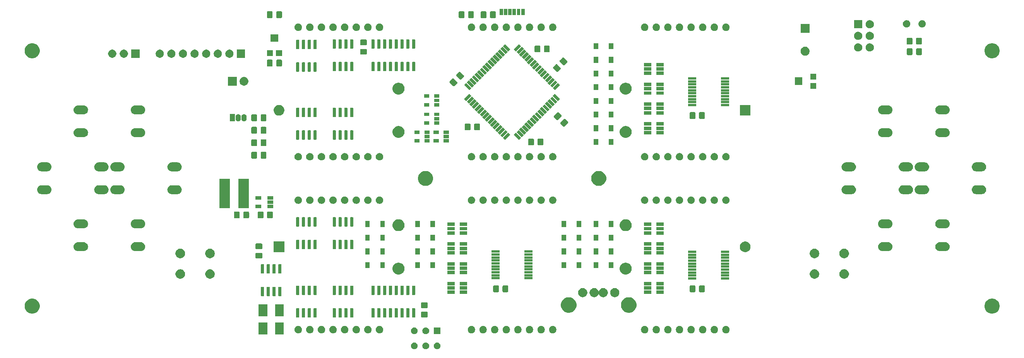
<source format=gbr>
G04 #@! TF.GenerationSoftware,KiCad,Pcbnew,(5.1.6-0-10_14)*
G04 #@! TF.CreationDate,2020-12-21T23:22:52-08:00*
G04 #@! TF.ProjectId,handheld,68616e64-6865-46c6-942e-6b696361645f,rev?*
G04 #@! TF.SameCoordinates,Original*
G04 #@! TF.FileFunction,Soldermask,Top*
G04 #@! TF.FilePolarity,Negative*
%FSLAX46Y46*%
G04 Gerber Fmt 4.6, Leading zero omitted, Abs format (unit mm)*
G04 Created by KiCad (PCBNEW (5.1.6-0-10_14)) date 2020-12-21 23:22:52*
%MOMM*%
%LPD*%
G01*
G04 APERTURE LIST*
%ADD10C,0.100000*%
G04 APERTURE END LIST*
D10*
G36*
X136218768Y-137578822D02*
G01*
X136355258Y-137635358D01*
X136478099Y-137717438D01*
X136582562Y-137821901D01*
X136664642Y-137944742D01*
X136721178Y-138081232D01*
X136750000Y-138226131D01*
X136750000Y-138373869D01*
X136721178Y-138518768D01*
X136664642Y-138655258D01*
X136582562Y-138778099D01*
X136478099Y-138882562D01*
X136355258Y-138964642D01*
X136218768Y-139021178D01*
X136073869Y-139050000D01*
X135926131Y-139050000D01*
X135781232Y-139021178D01*
X135644742Y-138964642D01*
X135521901Y-138882562D01*
X135417438Y-138778099D01*
X135335358Y-138655258D01*
X135278822Y-138518768D01*
X135250000Y-138373869D01*
X135250000Y-138226131D01*
X135278822Y-138081232D01*
X135335358Y-137944742D01*
X135417438Y-137821901D01*
X135521901Y-137717438D01*
X135644742Y-137635358D01*
X135781232Y-137578822D01*
X135926131Y-137550000D01*
X136073869Y-137550000D01*
X136218768Y-137578822D01*
G37*
G36*
X133718768Y-137578822D02*
G01*
X133855258Y-137635358D01*
X133978099Y-137717438D01*
X134082562Y-137821901D01*
X134164642Y-137944742D01*
X134221178Y-138081232D01*
X134250000Y-138226131D01*
X134250000Y-138373869D01*
X134221178Y-138518768D01*
X134164642Y-138655258D01*
X134082562Y-138778099D01*
X133978099Y-138882562D01*
X133855258Y-138964642D01*
X133718768Y-139021178D01*
X133573869Y-139050000D01*
X133426131Y-139050000D01*
X133281232Y-139021178D01*
X133144742Y-138964642D01*
X133021901Y-138882562D01*
X132917438Y-138778099D01*
X132835358Y-138655258D01*
X132778822Y-138518768D01*
X132750000Y-138373869D01*
X132750000Y-138226131D01*
X132778822Y-138081232D01*
X132835358Y-137944742D01*
X132917438Y-137821901D01*
X133021901Y-137717438D01*
X133144742Y-137635358D01*
X133281232Y-137578822D01*
X133426131Y-137550000D01*
X133573869Y-137550000D01*
X133718768Y-137578822D01*
G37*
G36*
X131218768Y-137578822D02*
G01*
X131355258Y-137635358D01*
X131478099Y-137717438D01*
X131582562Y-137821901D01*
X131664642Y-137944742D01*
X131721178Y-138081232D01*
X131750000Y-138226131D01*
X131750000Y-138373869D01*
X131721178Y-138518768D01*
X131664642Y-138655258D01*
X131582562Y-138778099D01*
X131478099Y-138882562D01*
X131355258Y-138964642D01*
X131218768Y-139021178D01*
X131073869Y-139050000D01*
X130926131Y-139050000D01*
X130781232Y-139021178D01*
X130644742Y-138964642D01*
X130521901Y-138882562D01*
X130417438Y-138778099D01*
X130335358Y-138655258D01*
X130278822Y-138518768D01*
X130250000Y-138373869D01*
X130250000Y-138226131D01*
X130278822Y-138081232D01*
X130335358Y-137944742D01*
X130417438Y-137821901D01*
X130521901Y-137717438D01*
X130644742Y-137635358D01*
X130781232Y-137578822D01*
X130926131Y-137550000D01*
X131073869Y-137550000D01*
X131218768Y-137578822D01*
G37*
G36*
X102450000Y-135800000D02*
G01*
X100550000Y-135800000D01*
X100550000Y-133200000D01*
X102450000Y-133200000D01*
X102450000Y-135800000D01*
G37*
G36*
X98850000Y-135800000D02*
G01*
X96950000Y-135800000D01*
X96950000Y-133200000D01*
X98850000Y-133200000D01*
X98850000Y-135800000D01*
G37*
G36*
X136750000Y-135750000D02*
G01*
X135250000Y-135750000D01*
X135250000Y-134250000D01*
X136750000Y-134250000D01*
X136750000Y-135750000D01*
G37*
G36*
X133718768Y-134278822D02*
G01*
X133855258Y-134335358D01*
X133978099Y-134417438D01*
X134082562Y-134521901D01*
X134164642Y-134644742D01*
X134221178Y-134781232D01*
X134250000Y-134926131D01*
X134250000Y-135073869D01*
X134221178Y-135218768D01*
X134164642Y-135355258D01*
X134082562Y-135478099D01*
X133978099Y-135582562D01*
X133855258Y-135664642D01*
X133718768Y-135721178D01*
X133573869Y-135750000D01*
X133426131Y-135750000D01*
X133281232Y-135721178D01*
X133144742Y-135664642D01*
X133021901Y-135582562D01*
X132917438Y-135478099D01*
X132835358Y-135355258D01*
X132778822Y-135218768D01*
X132750000Y-135073869D01*
X132750000Y-134926131D01*
X132778822Y-134781232D01*
X132835358Y-134644742D01*
X132917438Y-134521901D01*
X133021901Y-134417438D01*
X133144742Y-134335358D01*
X133281232Y-134278822D01*
X133426131Y-134250000D01*
X133573869Y-134250000D01*
X133718768Y-134278822D01*
G37*
G36*
X131218768Y-134278822D02*
G01*
X131355258Y-134335358D01*
X131478099Y-134417438D01*
X131582562Y-134521901D01*
X131664642Y-134644742D01*
X131721178Y-134781232D01*
X131750000Y-134926131D01*
X131750000Y-135073869D01*
X131721178Y-135218768D01*
X131664642Y-135355258D01*
X131582562Y-135478099D01*
X131478099Y-135582562D01*
X131355258Y-135664642D01*
X131218768Y-135721178D01*
X131073869Y-135750000D01*
X130926131Y-135750000D01*
X130781232Y-135721178D01*
X130644742Y-135664642D01*
X130521901Y-135582562D01*
X130417438Y-135478099D01*
X130335358Y-135355258D01*
X130278822Y-135218768D01*
X130250000Y-135073869D01*
X130250000Y-134926131D01*
X130278822Y-134781232D01*
X130335358Y-134644742D01*
X130417438Y-134521901D01*
X130521901Y-134417438D01*
X130644742Y-134335358D01*
X130781232Y-134278822D01*
X130926131Y-134250000D01*
X131073869Y-134250000D01*
X131218768Y-134278822D01*
G37*
G36*
X161526852Y-133969205D02*
G01*
X161674624Y-134030413D01*
X161727824Y-134065960D01*
X161807620Y-134119278D01*
X161920722Y-134232380D01*
X161951753Y-134278822D01*
X162009587Y-134365376D01*
X162070795Y-134513148D01*
X162102000Y-134670025D01*
X162102000Y-134829975D01*
X162070795Y-134986852D01*
X162009587Y-135134624D01*
X161974040Y-135187824D01*
X161920722Y-135267620D01*
X161807620Y-135380722D01*
X161727824Y-135434040D01*
X161674624Y-135469587D01*
X161526852Y-135530795D01*
X161369975Y-135562000D01*
X161210025Y-135562000D01*
X161053148Y-135530795D01*
X160905376Y-135469587D01*
X160852176Y-135434040D01*
X160772380Y-135380722D01*
X160659278Y-135267620D01*
X160605960Y-135187824D01*
X160570413Y-135134624D01*
X160509205Y-134986852D01*
X160478000Y-134829975D01*
X160478000Y-134670025D01*
X160509205Y-134513148D01*
X160570413Y-134365376D01*
X160628247Y-134278822D01*
X160659278Y-134232380D01*
X160772380Y-134119278D01*
X160852176Y-134065960D01*
X160905376Y-134030413D01*
X161053148Y-133969205D01*
X161210025Y-133938000D01*
X161369975Y-133938000D01*
X161526852Y-133969205D01*
G37*
G36*
X158986852Y-133969205D02*
G01*
X159134624Y-134030413D01*
X159187824Y-134065960D01*
X159267620Y-134119278D01*
X159380722Y-134232380D01*
X159411753Y-134278822D01*
X159469587Y-134365376D01*
X159530795Y-134513148D01*
X159562000Y-134670025D01*
X159562000Y-134829975D01*
X159530795Y-134986852D01*
X159469587Y-135134624D01*
X159434040Y-135187824D01*
X159380722Y-135267620D01*
X159267620Y-135380722D01*
X159187824Y-135434040D01*
X159134624Y-135469587D01*
X158986852Y-135530795D01*
X158829975Y-135562000D01*
X158670025Y-135562000D01*
X158513148Y-135530795D01*
X158365376Y-135469587D01*
X158312176Y-135434040D01*
X158232380Y-135380722D01*
X158119278Y-135267620D01*
X158065960Y-135187824D01*
X158030413Y-135134624D01*
X157969205Y-134986852D01*
X157938000Y-134829975D01*
X157938000Y-134670025D01*
X157969205Y-134513148D01*
X158030413Y-134365376D01*
X158088247Y-134278822D01*
X158119278Y-134232380D01*
X158232380Y-134119278D01*
X158312176Y-134065960D01*
X158365376Y-134030413D01*
X158513148Y-133969205D01*
X158670025Y-133938000D01*
X158829975Y-133938000D01*
X158986852Y-133969205D01*
G37*
G36*
X156446852Y-133969205D02*
G01*
X156594624Y-134030413D01*
X156647824Y-134065960D01*
X156727620Y-134119278D01*
X156840722Y-134232380D01*
X156871753Y-134278822D01*
X156929587Y-134365376D01*
X156990795Y-134513148D01*
X157022000Y-134670025D01*
X157022000Y-134829975D01*
X156990795Y-134986852D01*
X156929587Y-135134624D01*
X156894040Y-135187824D01*
X156840722Y-135267620D01*
X156727620Y-135380722D01*
X156647824Y-135434040D01*
X156594624Y-135469587D01*
X156446852Y-135530795D01*
X156289975Y-135562000D01*
X156130025Y-135562000D01*
X155973148Y-135530795D01*
X155825376Y-135469587D01*
X155772176Y-135434040D01*
X155692380Y-135380722D01*
X155579278Y-135267620D01*
X155525960Y-135187824D01*
X155490413Y-135134624D01*
X155429205Y-134986852D01*
X155398000Y-134829975D01*
X155398000Y-134670025D01*
X155429205Y-134513148D01*
X155490413Y-134365376D01*
X155548247Y-134278822D01*
X155579278Y-134232380D01*
X155692380Y-134119278D01*
X155772176Y-134065960D01*
X155825376Y-134030413D01*
X155973148Y-133969205D01*
X156130025Y-133938000D01*
X156289975Y-133938000D01*
X156446852Y-133969205D01*
G37*
G36*
X153906852Y-133969205D02*
G01*
X154054624Y-134030413D01*
X154107824Y-134065960D01*
X154187620Y-134119278D01*
X154300722Y-134232380D01*
X154331753Y-134278822D01*
X154389587Y-134365376D01*
X154450795Y-134513148D01*
X154482000Y-134670025D01*
X154482000Y-134829975D01*
X154450795Y-134986852D01*
X154389587Y-135134624D01*
X154354040Y-135187824D01*
X154300722Y-135267620D01*
X154187620Y-135380722D01*
X154107824Y-135434040D01*
X154054624Y-135469587D01*
X153906852Y-135530795D01*
X153749975Y-135562000D01*
X153590025Y-135562000D01*
X153433148Y-135530795D01*
X153285376Y-135469587D01*
X153232176Y-135434040D01*
X153152380Y-135380722D01*
X153039278Y-135267620D01*
X152985960Y-135187824D01*
X152950413Y-135134624D01*
X152889205Y-134986852D01*
X152858000Y-134829975D01*
X152858000Y-134670025D01*
X152889205Y-134513148D01*
X152950413Y-134365376D01*
X153008247Y-134278822D01*
X153039278Y-134232380D01*
X153152380Y-134119278D01*
X153232176Y-134065960D01*
X153285376Y-134030413D01*
X153433148Y-133969205D01*
X153590025Y-133938000D01*
X153749975Y-133938000D01*
X153906852Y-133969205D01*
G37*
G36*
X151366852Y-133969205D02*
G01*
X151514624Y-134030413D01*
X151567824Y-134065960D01*
X151647620Y-134119278D01*
X151760722Y-134232380D01*
X151791753Y-134278822D01*
X151849587Y-134365376D01*
X151910795Y-134513148D01*
X151942000Y-134670025D01*
X151942000Y-134829975D01*
X151910795Y-134986852D01*
X151849587Y-135134624D01*
X151814040Y-135187824D01*
X151760722Y-135267620D01*
X151647620Y-135380722D01*
X151567824Y-135434040D01*
X151514624Y-135469587D01*
X151366852Y-135530795D01*
X151209975Y-135562000D01*
X151050025Y-135562000D01*
X150893148Y-135530795D01*
X150745376Y-135469587D01*
X150692176Y-135434040D01*
X150612380Y-135380722D01*
X150499278Y-135267620D01*
X150445960Y-135187824D01*
X150410413Y-135134624D01*
X150349205Y-134986852D01*
X150318000Y-134829975D01*
X150318000Y-134670025D01*
X150349205Y-134513148D01*
X150410413Y-134365376D01*
X150468247Y-134278822D01*
X150499278Y-134232380D01*
X150612380Y-134119278D01*
X150692176Y-134065960D01*
X150745376Y-134030413D01*
X150893148Y-133969205D01*
X151050025Y-133938000D01*
X151209975Y-133938000D01*
X151366852Y-133969205D01*
G37*
G36*
X148826852Y-133969205D02*
G01*
X148974624Y-134030413D01*
X149027824Y-134065960D01*
X149107620Y-134119278D01*
X149220722Y-134232380D01*
X149251753Y-134278822D01*
X149309587Y-134365376D01*
X149370795Y-134513148D01*
X149402000Y-134670025D01*
X149402000Y-134829975D01*
X149370795Y-134986852D01*
X149309587Y-135134624D01*
X149274040Y-135187824D01*
X149220722Y-135267620D01*
X149107620Y-135380722D01*
X149027824Y-135434040D01*
X148974624Y-135469587D01*
X148826852Y-135530795D01*
X148669975Y-135562000D01*
X148510025Y-135562000D01*
X148353148Y-135530795D01*
X148205376Y-135469587D01*
X148152176Y-135434040D01*
X148072380Y-135380722D01*
X147959278Y-135267620D01*
X147905960Y-135187824D01*
X147870413Y-135134624D01*
X147809205Y-134986852D01*
X147778000Y-134829975D01*
X147778000Y-134670025D01*
X147809205Y-134513148D01*
X147870413Y-134365376D01*
X147928247Y-134278822D01*
X147959278Y-134232380D01*
X148072380Y-134119278D01*
X148152176Y-134065960D01*
X148205376Y-134030413D01*
X148353148Y-133969205D01*
X148510025Y-133938000D01*
X148669975Y-133938000D01*
X148826852Y-133969205D01*
G37*
G36*
X146286852Y-133969205D02*
G01*
X146434624Y-134030413D01*
X146487824Y-134065960D01*
X146567620Y-134119278D01*
X146680722Y-134232380D01*
X146711753Y-134278822D01*
X146769587Y-134365376D01*
X146830795Y-134513148D01*
X146862000Y-134670025D01*
X146862000Y-134829975D01*
X146830795Y-134986852D01*
X146769587Y-135134624D01*
X146734040Y-135187824D01*
X146680722Y-135267620D01*
X146567620Y-135380722D01*
X146487824Y-135434040D01*
X146434624Y-135469587D01*
X146286852Y-135530795D01*
X146129975Y-135562000D01*
X145970025Y-135562000D01*
X145813148Y-135530795D01*
X145665376Y-135469587D01*
X145612176Y-135434040D01*
X145532380Y-135380722D01*
X145419278Y-135267620D01*
X145365960Y-135187824D01*
X145330413Y-135134624D01*
X145269205Y-134986852D01*
X145238000Y-134829975D01*
X145238000Y-134670025D01*
X145269205Y-134513148D01*
X145330413Y-134365376D01*
X145388247Y-134278822D01*
X145419278Y-134232380D01*
X145532380Y-134119278D01*
X145612176Y-134065960D01*
X145665376Y-134030413D01*
X145813148Y-133969205D01*
X145970025Y-133938000D01*
X146129975Y-133938000D01*
X146286852Y-133969205D01*
G37*
G36*
X143746852Y-133969205D02*
G01*
X143894624Y-134030413D01*
X143947824Y-134065960D01*
X144027620Y-134119278D01*
X144140722Y-134232380D01*
X144171753Y-134278822D01*
X144229587Y-134365376D01*
X144290795Y-134513148D01*
X144322000Y-134670025D01*
X144322000Y-134829975D01*
X144290795Y-134986852D01*
X144229587Y-135134624D01*
X144194040Y-135187824D01*
X144140722Y-135267620D01*
X144027620Y-135380722D01*
X143947824Y-135434040D01*
X143894624Y-135469587D01*
X143746852Y-135530795D01*
X143589975Y-135562000D01*
X143430025Y-135562000D01*
X143273148Y-135530795D01*
X143125376Y-135469587D01*
X143072176Y-135434040D01*
X142992380Y-135380722D01*
X142879278Y-135267620D01*
X142825960Y-135187824D01*
X142790413Y-135134624D01*
X142729205Y-134986852D01*
X142698000Y-134829975D01*
X142698000Y-134670025D01*
X142729205Y-134513148D01*
X142790413Y-134365376D01*
X142848247Y-134278822D01*
X142879278Y-134232380D01*
X142992380Y-134119278D01*
X143072176Y-134065960D01*
X143125376Y-134030413D01*
X143273148Y-133969205D01*
X143430025Y-133938000D01*
X143589975Y-133938000D01*
X143746852Y-133969205D01*
G37*
G36*
X123626852Y-133969205D02*
G01*
X123774624Y-134030413D01*
X123827824Y-134065960D01*
X123907620Y-134119278D01*
X124020722Y-134232380D01*
X124051753Y-134278822D01*
X124109587Y-134365376D01*
X124170795Y-134513148D01*
X124202000Y-134670025D01*
X124202000Y-134829975D01*
X124170795Y-134986852D01*
X124109587Y-135134624D01*
X124074040Y-135187824D01*
X124020722Y-135267620D01*
X123907620Y-135380722D01*
X123827824Y-135434040D01*
X123774624Y-135469587D01*
X123626852Y-135530795D01*
X123469975Y-135562000D01*
X123310025Y-135562000D01*
X123153148Y-135530795D01*
X123005376Y-135469587D01*
X122952176Y-135434040D01*
X122872380Y-135380722D01*
X122759278Y-135267620D01*
X122705960Y-135187824D01*
X122670413Y-135134624D01*
X122609205Y-134986852D01*
X122578000Y-134829975D01*
X122578000Y-134670025D01*
X122609205Y-134513148D01*
X122670413Y-134365376D01*
X122728247Y-134278822D01*
X122759278Y-134232380D01*
X122872380Y-134119278D01*
X122952176Y-134065960D01*
X123005376Y-134030413D01*
X123153148Y-133969205D01*
X123310025Y-133938000D01*
X123469975Y-133938000D01*
X123626852Y-133969205D01*
G37*
G36*
X121086852Y-133969205D02*
G01*
X121234624Y-134030413D01*
X121287824Y-134065960D01*
X121367620Y-134119278D01*
X121480722Y-134232380D01*
X121511753Y-134278822D01*
X121569587Y-134365376D01*
X121630795Y-134513148D01*
X121662000Y-134670025D01*
X121662000Y-134829975D01*
X121630795Y-134986852D01*
X121569587Y-135134624D01*
X121534040Y-135187824D01*
X121480722Y-135267620D01*
X121367620Y-135380722D01*
X121287824Y-135434040D01*
X121234624Y-135469587D01*
X121086852Y-135530795D01*
X120929975Y-135562000D01*
X120770025Y-135562000D01*
X120613148Y-135530795D01*
X120465376Y-135469587D01*
X120412176Y-135434040D01*
X120332380Y-135380722D01*
X120219278Y-135267620D01*
X120165960Y-135187824D01*
X120130413Y-135134624D01*
X120069205Y-134986852D01*
X120038000Y-134829975D01*
X120038000Y-134670025D01*
X120069205Y-134513148D01*
X120130413Y-134365376D01*
X120188247Y-134278822D01*
X120219278Y-134232380D01*
X120332380Y-134119278D01*
X120412176Y-134065960D01*
X120465376Y-134030413D01*
X120613148Y-133969205D01*
X120770025Y-133938000D01*
X120929975Y-133938000D01*
X121086852Y-133969205D01*
G37*
G36*
X118546852Y-133969205D02*
G01*
X118694624Y-134030413D01*
X118747824Y-134065960D01*
X118827620Y-134119278D01*
X118940722Y-134232380D01*
X118971753Y-134278822D01*
X119029587Y-134365376D01*
X119090795Y-134513148D01*
X119122000Y-134670025D01*
X119122000Y-134829975D01*
X119090795Y-134986852D01*
X119029587Y-135134624D01*
X118994040Y-135187824D01*
X118940722Y-135267620D01*
X118827620Y-135380722D01*
X118747824Y-135434040D01*
X118694624Y-135469587D01*
X118546852Y-135530795D01*
X118389975Y-135562000D01*
X118230025Y-135562000D01*
X118073148Y-135530795D01*
X117925376Y-135469587D01*
X117872176Y-135434040D01*
X117792380Y-135380722D01*
X117679278Y-135267620D01*
X117625960Y-135187824D01*
X117590413Y-135134624D01*
X117529205Y-134986852D01*
X117498000Y-134829975D01*
X117498000Y-134670025D01*
X117529205Y-134513148D01*
X117590413Y-134365376D01*
X117648247Y-134278822D01*
X117679278Y-134232380D01*
X117792380Y-134119278D01*
X117872176Y-134065960D01*
X117925376Y-134030413D01*
X118073148Y-133969205D01*
X118230025Y-133938000D01*
X118389975Y-133938000D01*
X118546852Y-133969205D01*
G37*
G36*
X116006852Y-133969205D02*
G01*
X116154624Y-134030413D01*
X116207824Y-134065960D01*
X116287620Y-134119278D01*
X116400722Y-134232380D01*
X116431753Y-134278822D01*
X116489587Y-134365376D01*
X116550795Y-134513148D01*
X116582000Y-134670025D01*
X116582000Y-134829975D01*
X116550795Y-134986852D01*
X116489587Y-135134624D01*
X116454040Y-135187824D01*
X116400722Y-135267620D01*
X116287620Y-135380722D01*
X116207824Y-135434040D01*
X116154624Y-135469587D01*
X116006852Y-135530795D01*
X115849975Y-135562000D01*
X115690025Y-135562000D01*
X115533148Y-135530795D01*
X115385376Y-135469587D01*
X115332176Y-135434040D01*
X115252380Y-135380722D01*
X115139278Y-135267620D01*
X115085960Y-135187824D01*
X115050413Y-135134624D01*
X114989205Y-134986852D01*
X114958000Y-134829975D01*
X114958000Y-134670025D01*
X114989205Y-134513148D01*
X115050413Y-134365376D01*
X115108247Y-134278822D01*
X115139278Y-134232380D01*
X115252380Y-134119278D01*
X115332176Y-134065960D01*
X115385376Y-134030413D01*
X115533148Y-133969205D01*
X115690025Y-133938000D01*
X115849975Y-133938000D01*
X116006852Y-133969205D01*
G37*
G36*
X113466852Y-133969205D02*
G01*
X113614624Y-134030413D01*
X113667824Y-134065960D01*
X113747620Y-134119278D01*
X113860722Y-134232380D01*
X113891753Y-134278822D01*
X113949587Y-134365376D01*
X114010795Y-134513148D01*
X114042000Y-134670025D01*
X114042000Y-134829975D01*
X114010795Y-134986852D01*
X113949587Y-135134624D01*
X113914040Y-135187824D01*
X113860722Y-135267620D01*
X113747620Y-135380722D01*
X113667824Y-135434040D01*
X113614624Y-135469587D01*
X113466852Y-135530795D01*
X113309975Y-135562000D01*
X113150025Y-135562000D01*
X112993148Y-135530795D01*
X112845376Y-135469587D01*
X112792176Y-135434040D01*
X112712380Y-135380722D01*
X112599278Y-135267620D01*
X112545960Y-135187824D01*
X112510413Y-135134624D01*
X112449205Y-134986852D01*
X112418000Y-134829975D01*
X112418000Y-134670025D01*
X112449205Y-134513148D01*
X112510413Y-134365376D01*
X112568247Y-134278822D01*
X112599278Y-134232380D01*
X112712380Y-134119278D01*
X112792176Y-134065960D01*
X112845376Y-134030413D01*
X112993148Y-133969205D01*
X113150025Y-133938000D01*
X113309975Y-133938000D01*
X113466852Y-133969205D01*
G37*
G36*
X110926852Y-133969205D02*
G01*
X111074624Y-134030413D01*
X111127824Y-134065960D01*
X111207620Y-134119278D01*
X111320722Y-134232380D01*
X111351753Y-134278822D01*
X111409587Y-134365376D01*
X111470795Y-134513148D01*
X111502000Y-134670025D01*
X111502000Y-134829975D01*
X111470795Y-134986852D01*
X111409587Y-135134624D01*
X111374040Y-135187824D01*
X111320722Y-135267620D01*
X111207620Y-135380722D01*
X111127824Y-135434040D01*
X111074624Y-135469587D01*
X110926852Y-135530795D01*
X110769975Y-135562000D01*
X110610025Y-135562000D01*
X110453148Y-135530795D01*
X110305376Y-135469587D01*
X110252176Y-135434040D01*
X110172380Y-135380722D01*
X110059278Y-135267620D01*
X110005960Y-135187824D01*
X109970413Y-135134624D01*
X109909205Y-134986852D01*
X109878000Y-134829975D01*
X109878000Y-134670025D01*
X109909205Y-134513148D01*
X109970413Y-134365376D01*
X110028247Y-134278822D01*
X110059278Y-134232380D01*
X110172380Y-134119278D01*
X110252176Y-134065960D01*
X110305376Y-134030413D01*
X110453148Y-133969205D01*
X110610025Y-133938000D01*
X110769975Y-133938000D01*
X110926852Y-133969205D01*
G37*
G36*
X108386852Y-133969205D02*
G01*
X108534624Y-134030413D01*
X108587824Y-134065960D01*
X108667620Y-134119278D01*
X108780722Y-134232380D01*
X108811753Y-134278822D01*
X108869587Y-134365376D01*
X108930795Y-134513148D01*
X108962000Y-134670025D01*
X108962000Y-134829975D01*
X108930795Y-134986852D01*
X108869587Y-135134624D01*
X108834040Y-135187824D01*
X108780722Y-135267620D01*
X108667620Y-135380722D01*
X108587824Y-135434040D01*
X108534624Y-135469587D01*
X108386852Y-135530795D01*
X108229975Y-135562000D01*
X108070025Y-135562000D01*
X107913148Y-135530795D01*
X107765376Y-135469587D01*
X107712176Y-135434040D01*
X107632380Y-135380722D01*
X107519278Y-135267620D01*
X107465960Y-135187824D01*
X107430413Y-135134624D01*
X107369205Y-134986852D01*
X107338000Y-134829975D01*
X107338000Y-134670025D01*
X107369205Y-134513148D01*
X107430413Y-134365376D01*
X107488247Y-134278822D01*
X107519278Y-134232380D01*
X107632380Y-134119278D01*
X107712176Y-134065960D01*
X107765376Y-134030413D01*
X107913148Y-133969205D01*
X108070025Y-133938000D01*
X108229975Y-133938000D01*
X108386852Y-133969205D01*
G37*
G36*
X105846852Y-133969205D02*
G01*
X105994624Y-134030413D01*
X106047824Y-134065960D01*
X106127620Y-134119278D01*
X106240722Y-134232380D01*
X106271753Y-134278822D01*
X106329587Y-134365376D01*
X106390795Y-134513148D01*
X106422000Y-134670025D01*
X106422000Y-134829975D01*
X106390795Y-134986852D01*
X106329587Y-135134624D01*
X106294040Y-135187824D01*
X106240722Y-135267620D01*
X106127620Y-135380722D01*
X106047824Y-135434040D01*
X105994624Y-135469587D01*
X105846852Y-135530795D01*
X105689975Y-135562000D01*
X105530025Y-135562000D01*
X105373148Y-135530795D01*
X105225376Y-135469587D01*
X105172176Y-135434040D01*
X105092380Y-135380722D01*
X104979278Y-135267620D01*
X104925960Y-135187824D01*
X104890413Y-135134624D01*
X104829205Y-134986852D01*
X104798000Y-134829975D01*
X104798000Y-134670025D01*
X104829205Y-134513148D01*
X104890413Y-134365376D01*
X104948247Y-134278822D01*
X104979278Y-134232380D01*
X105092380Y-134119278D01*
X105172176Y-134065960D01*
X105225376Y-134030413D01*
X105373148Y-133969205D01*
X105530025Y-133938000D01*
X105689975Y-133938000D01*
X105846852Y-133969205D01*
G37*
G36*
X196886852Y-133969205D02*
G01*
X197034624Y-134030413D01*
X197087824Y-134065960D01*
X197167620Y-134119278D01*
X197280722Y-134232380D01*
X197311753Y-134278822D01*
X197369587Y-134365376D01*
X197430795Y-134513148D01*
X197462000Y-134670025D01*
X197462000Y-134829975D01*
X197430795Y-134986852D01*
X197369587Y-135134624D01*
X197334040Y-135187824D01*
X197280722Y-135267620D01*
X197167620Y-135380722D01*
X197087824Y-135434040D01*
X197034624Y-135469587D01*
X196886852Y-135530795D01*
X196729975Y-135562000D01*
X196570025Y-135562000D01*
X196413148Y-135530795D01*
X196265376Y-135469587D01*
X196212176Y-135434040D01*
X196132380Y-135380722D01*
X196019278Y-135267620D01*
X195965960Y-135187824D01*
X195930413Y-135134624D01*
X195869205Y-134986852D01*
X195838000Y-134829975D01*
X195838000Y-134670025D01*
X195869205Y-134513148D01*
X195930413Y-134365376D01*
X195988247Y-134278822D01*
X196019278Y-134232380D01*
X196132380Y-134119278D01*
X196212176Y-134065960D01*
X196265376Y-134030413D01*
X196413148Y-133969205D01*
X196570025Y-133938000D01*
X196729975Y-133938000D01*
X196886852Y-133969205D01*
G37*
G36*
X194346852Y-133969205D02*
G01*
X194494624Y-134030413D01*
X194547824Y-134065960D01*
X194627620Y-134119278D01*
X194740722Y-134232380D01*
X194771753Y-134278822D01*
X194829587Y-134365376D01*
X194890795Y-134513148D01*
X194922000Y-134670025D01*
X194922000Y-134829975D01*
X194890795Y-134986852D01*
X194829587Y-135134624D01*
X194794040Y-135187824D01*
X194740722Y-135267620D01*
X194627620Y-135380722D01*
X194547824Y-135434040D01*
X194494624Y-135469587D01*
X194346852Y-135530795D01*
X194189975Y-135562000D01*
X194030025Y-135562000D01*
X193873148Y-135530795D01*
X193725376Y-135469587D01*
X193672176Y-135434040D01*
X193592380Y-135380722D01*
X193479278Y-135267620D01*
X193425960Y-135187824D01*
X193390413Y-135134624D01*
X193329205Y-134986852D01*
X193298000Y-134829975D01*
X193298000Y-134670025D01*
X193329205Y-134513148D01*
X193390413Y-134365376D01*
X193448247Y-134278822D01*
X193479278Y-134232380D01*
X193592380Y-134119278D01*
X193672176Y-134065960D01*
X193725376Y-134030413D01*
X193873148Y-133969205D01*
X194030025Y-133938000D01*
X194189975Y-133938000D01*
X194346852Y-133969205D01*
G37*
G36*
X191806852Y-133969205D02*
G01*
X191954624Y-134030413D01*
X192007824Y-134065960D01*
X192087620Y-134119278D01*
X192200722Y-134232380D01*
X192231753Y-134278822D01*
X192289587Y-134365376D01*
X192350795Y-134513148D01*
X192382000Y-134670025D01*
X192382000Y-134829975D01*
X192350795Y-134986852D01*
X192289587Y-135134624D01*
X192254040Y-135187824D01*
X192200722Y-135267620D01*
X192087620Y-135380722D01*
X192007824Y-135434040D01*
X191954624Y-135469587D01*
X191806852Y-135530795D01*
X191649975Y-135562000D01*
X191490025Y-135562000D01*
X191333148Y-135530795D01*
X191185376Y-135469587D01*
X191132176Y-135434040D01*
X191052380Y-135380722D01*
X190939278Y-135267620D01*
X190885960Y-135187824D01*
X190850413Y-135134624D01*
X190789205Y-134986852D01*
X190758000Y-134829975D01*
X190758000Y-134670025D01*
X190789205Y-134513148D01*
X190850413Y-134365376D01*
X190908247Y-134278822D01*
X190939278Y-134232380D01*
X191052380Y-134119278D01*
X191132176Y-134065960D01*
X191185376Y-134030413D01*
X191333148Y-133969205D01*
X191490025Y-133938000D01*
X191649975Y-133938000D01*
X191806852Y-133969205D01*
G37*
G36*
X189266852Y-133969205D02*
G01*
X189414624Y-134030413D01*
X189467824Y-134065960D01*
X189547620Y-134119278D01*
X189660722Y-134232380D01*
X189691753Y-134278822D01*
X189749587Y-134365376D01*
X189810795Y-134513148D01*
X189842000Y-134670025D01*
X189842000Y-134829975D01*
X189810795Y-134986852D01*
X189749587Y-135134624D01*
X189714040Y-135187824D01*
X189660722Y-135267620D01*
X189547620Y-135380722D01*
X189467824Y-135434040D01*
X189414624Y-135469587D01*
X189266852Y-135530795D01*
X189109975Y-135562000D01*
X188950025Y-135562000D01*
X188793148Y-135530795D01*
X188645376Y-135469587D01*
X188592176Y-135434040D01*
X188512380Y-135380722D01*
X188399278Y-135267620D01*
X188345960Y-135187824D01*
X188310413Y-135134624D01*
X188249205Y-134986852D01*
X188218000Y-134829975D01*
X188218000Y-134670025D01*
X188249205Y-134513148D01*
X188310413Y-134365376D01*
X188368247Y-134278822D01*
X188399278Y-134232380D01*
X188512380Y-134119278D01*
X188592176Y-134065960D01*
X188645376Y-134030413D01*
X188793148Y-133969205D01*
X188950025Y-133938000D01*
X189109975Y-133938000D01*
X189266852Y-133969205D01*
G37*
G36*
X186726852Y-133969205D02*
G01*
X186874624Y-134030413D01*
X186927824Y-134065960D01*
X187007620Y-134119278D01*
X187120722Y-134232380D01*
X187151753Y-134278822D01*
X187209587Y-134365376D01*
X187270795Y-134513148D01*
X187302000Y-134670025D01*
X187302000Y-134829975D01*
X187270795Y-134986852D01*
X187209587Y-135134624D01*
X187174040Y-135187824D01*
X187120722Y-135267620D01*
X187007620Y-135380722D01*
X186927824Y-135434040D01*
X186874624Y-135469587D01*
X186726852Y-135530795D01*
X186569975Y-135562000D01*
X186410025Y-135562000D01*
X186253148Y-135530795D01*
X186105376Y-135469587D01*
X186052176Y-135434040D01*
X185972380Y-135380722D01*
X185859278Y-135267620D01*
X185805960Y-135187824D01*
X185770413Y-135134624D01*
X185709205Y-134986852D01*
X185678000Y-134829975D01*
X185678000Y-134670025D01*
X185709205Y-134513148D01*
X185770413Y-134365376D01*
X185828247Y-134278822D01*
X185859278Y-134232380D01*
X185972380Y-134119278D01*
X186052176Y-134065960D01*
X186105376Y-134030413D01*
X186253148Y-133969205D01*
X186410025Y-133938000D01*
X186569975Y-133938000D01*
X186726852Y-133969205D01*
G37*
G36*
X184186852Y-133969205D02*
G01*
X184334624Y-134030413D01*
X184387824Y-134065960D01*
X184467620Y-134119278D01*
X184580722Y-134232380D01*
X184611753Y-134278822D01*
X184669587Y-134365376D01*
X184730795Y-134513148D01*
X184762000Y-134670025D01*
X184762000Y-134829975D01*
X184730795Y-134986852D01*
X184669587Y-135134624D01*
X184634040Y-135187824D01*
X184580722Y-135267620D01*
X184467620Y-135380722D01*
X184387824Y-135434040D01*
X184334624Y-135469587D01*
X184186852Y-135530795D01*
X184029975Y-135562000D01*
X183870025Y-135562000D01*
X183713148Y-135530795D01*
X183565376Y-135469587D01*
X183512176Y-135434040D01*
X183432380Y-135380722D01*
X183319278Y-135267620D01*
X183265960Y-135187824D01*
X183230413Y-135134624D01*
X183169205Y-134986852D01*
X183138000Y-134829975D01*
X183138000Y-134670025D01*
X183169205Y-134513148D01*
X183230413Y-134365376D01*
X183288247Y-134278822D01*
X183319278Y-134232380D01*
X183432380Y-134119278D01*
X183512176Y-134065960D01*
X183565376Y-134030413D01*
X183713148Y-133969205D01*
X183870025Y-133938000D01*
X184029975Y-133938000D01*
X184186852Y-133969205D01*
G37*
G36*
X181646852Y-133969205D02*
G01*
X181794624Y-134030413D01*
X181847824Y-134065960D01*
X181927620Y-134119278D01*
X182040722Y-134232380D01*
X182071753Y-134278822D01*
X182129587Y-134365376D01*
X182190795Y-134513148D01*
X182222000Y-134670025D01*
X182222000Y-134829975D01*
X182190795Y-134986852D01*
X182129587Y-135134624D01*
X182094040Y-135187824D01*
X182040722Y-135267620D01*
X181927620Y-135380722D01*
X181847824Y-135434040D01*
X181794624Y-135469587D01*
X181646852Y-135530795D01*
X181489975Y-135562000D01*
X181330025Y-135562000D01*
X181173148Y-135530795D01*
X181025376Y-135469587D01*
X180972176Y-135434040D01*
X180892380Y-135380722D01*
X180779278Y-135267620D01*
X180725960Y-135187824D01*
X180690413Y-135134624D01*
X180629205Y-134986852D01*
X180598000Y-134829975D01*
X180598000Y-134670025D01*
X180629205Y-134513148D01*
X180690413Y-134365376D01*
X180748247Y-134278822D01*
X180779278Y-134232380D01*
X180892380Y-134119278D01*
X180972176Y-134065960D01*
X181025376Y-134030413D01*
X181173148Y-133969205D01*
X181330025Y-133938000D01*
X181489975Y-133938000D01*
X181646852Y-133969205D01*
G37*
G36*
X199426852Y-133969205D02*
G01*
X199574624Y-134030413D01*
X199627824Y-134065960D01*
X199707620Y-134119278D01*
X199820722Y-134232380D01*
X199851753Y-134278822D01*
X199909587Y-134365376D01*
X199970795Y-134513148D01*
X200002000Y-134670025D01*
X200002000Y-134829975D01*
X199970795Y-134986852D01*
X199909587Y-135134624D01*
X199874040Y-135187824D01*
X199820722Y-135267620D01*
X199707620Y-135380722D01*
X199627824Y-135434040D01*
X199574624Y-135469587D01*
X199426852Y-135530795D01*
X199269975Y-135562000D01*
X199110025Y-135562000D01*
X198953148Y-135530795D01*
X198805376Y-135469587D01*
X198752176Y-135434040D01*
X198672380Y-135380722D01*
X198559278Y-135267620D01*
X198505960Y-135187824D01*
X198470413Y-135134624D01*
X198409205Y-134986852D01*
X198378000Y-134829975D01*
X198378000Y-134670025D01*
X198409205Y-134513148D01*
X198470413Y-134365376D01*
X198528247Y-134278822D01*
X198559278Y-134232380D01*
X198672380Y-134119278D01*
X198752176Y-134065960D01*
X198805376Y-134030413D01*
X198953148Y-133969205D01*
X199110025Y-133938000D01*
X199269975Y-133938000D01*
X199426852Y-133969205D01*
G37*
G36*
X127264536Y-130053115D02*
G01*
X127292556Y-130061615D01*
X127318376Y-130075416D01*
X127341009Y-130093991D01*
X127359584Y-130116624D01*
X127373385Y-130142444D01*
X127381885Y-130170464D01*
X127385000Y-130202093D01*
X127385000Y-131947907D01*
X127381885Y-131979536D01*
X127373385Y-132007556D01*
X127359584Y-132033376D01*
X127341009Y-132056009D01*
X127318376Y-132074584D01*
X127292556Y-132088385D01*
X127264536Y-132096885D01*
X127232907Y-132100000D01*
X126837093Y-132100000D01*
X126805464Y-132096885D01*
X126777444Y-132088385D01*
X126751624Y-132074584D01*
X126728991Y-132056009D01*
X126710416Y-132033376D01*
X126696615Y-132007556D01*
X126688115Y-131979536D01*
X126685000Y-131947907D01*
X126685000Y-130202093D01*
X126688115Y-130170464D01*
X126696615Y-130142444D01*
X126710416Y-130116624D01*
X126728991Y-130093991D01*
X126751624Y-130075416D01*
X126777444Y-130061615D01*
X126805464Y-130053115D01*
X126837093Y-130050000D01*
X127232907Y-130050000D01*
X127264536Y-130053115D01*
G37*
G36*
X124724536Y-130053115D02*
G01*
X124752556Y-130061615D01*
X124778376Y-130075416D01*
X124801009Y-130093991D01*
X124819584Y-130116624D01*
X124833385Y-130142444D01*
X124841885Y-130170464D01*
X124845000Y-130202093D01*
X124845000Y-131947907D01*
X124841885Y-131979536D01*
X124833385Y-132007556D01*
X124819584Y-132033376D01*
X124801009Y-132056009D01*
X124778376Y-132074584D01*
X124752556Y-132088385D01*
X124724536Y-132096885D01*
X124692907Y-132100000D01*
X124297093Y-132100000D01*
X124265464Y-132096885D01*
X124237444Y-132088385D01*
X124211624Y-132074584D01*
X124188991Y-132056009D01*
X124170416Y-132033376D01*
X124156615Y-132007556D01*
X124148115Y-131979536D01*
X124145000Y-131947907D01*
X124145000Y-130202093D01*
X124148115Y-130170464D01*
X124156615Y-130142444D01*
X124170416Y-130116624D01*
X124188991Y-130093991D01*
X124211624Y-130075416D01*
X124237444Y-130061615D01*
X124265464Y-130053115D01*
X124297093Y-130050000D01*
X124692907Y-130050000D01*
X124724536Y-130053115D01*
G37*
G36*
X125994536Y-130053115D02*
G01*
X126022556Y-130061615D01*
X126048376Y-130075416D01*
X126071009Y-130093991D01*
X126089584Y-130116624D01*
X126103385Y-130142444D01*
X126111885Y-130170464D01*
X126115000Y-130202093D01*
X126115000Y-131947907D01*
X126111885Y-131979536D01*
X126103385Y-132007556D01*
X126089584Y-132033376D01*
X126071009Y-132056009D01*
X126048376Y-132074584D01*
X126022556Y-132088385D01*
X125994536Y-132096885D01*
X125962907Y-132100000D01*
X125567093Y-132100000D01*
X125535464Y-132096885D01*
X125507444Y-132088385D01*
X125481624Y-132074584D01*
X125458991Y-132056009D01*
X125440416Y-132033376D01*
X125426615Y-132007556D01*
X125418115Y-131979536D01*
X125415000Y-131947907D01*
X125415000Y-130202093D01*
X125418115Y-130170464D01*
X125426615Y-130142444D01*
X125440416Y-130116624D01*
X125458991Y-130093991D01*
X125481624Y-130075416D01*
X125507444Y-130061615D01*
X125535464Y-130053115D01*
X125567093Y-130050000D01*
X125962907Y-130050000D01*
X125994536Y-130053115D01*
G37*
G36*
X122184536Y-130053115D02*
G01*
X122212556Y-130061615D01*
X122238376Y-130075416D01*
X122261009Y-130093991D01*
X122279584Y-130116624D01*
X122293385Y-130142444D01*
X122301885Y-130170464D01*
X122305000Y-130202093D01*
X122305000Y-131947907D01*
X122301885Y-131979536D01*
X122293385Y-132007556D01*
X122279584Y-132033376D01*
X122261009Y-132056009D01*
X122238376Y-132074584D01*
X122212556Y-132088385D01*
X122184536Y-132096885D01*
X122152907Y-132100000D01*
X121757093Y-132100000D01*
X121725464Y-132096885D01*
X121697444Y-132088385D01*
X121671624Y-132074584D01*
X121648991Y-132056009D01*
X121630416Y-132033376D01*
X121616615Y-132007556D01*
X121608115Y-131979536D01*
X121605000Y-131947907D01*
X121605000Y-130202093D01*
X121608115Y-130170464D01*
X121616615Y-130142444D01*
X121630416Y-130116624D01*
X121648991Y-130093991D01*
X121671624Y-130075416D01*
X121697444Y-130061615D01*
X121725464Y-130053115D01*
X121757093Y-130050000D01*
X122152907Y-130050000D01*
X122184536Y-130053115D01*
G37*
G36*
X128534536Y-130053115D02*
G01*
X128562556Y-130061615D01*
X128588376Y-130075416D01*
X128611009Y-130093991D01*
X128629584Y-130116624D01*
X128643385Y-130142444D01*
X128651885Y-130170464D01*
X128655000Y-130202093D01*
X128655000Y-131947907D01*
X128651885Y-131979536D01*
X128643385Y-132007556D01*
X128629584Y-132033376D01*
X128611009Y-132056009D01*
X128588376Y-132074584D01*
X128562556Y-132088385D01*
X128534536Y-132096885D01*
X128502907Y-132100000D01*
X128107093Y-132100000D01*
X128075464Y-132096885D01*
X128047444Y-132088385D01*
X128021624Y-132074584D01*
X127998991Y-132056009D01*
X127980416Y-132033376D01*
X127966615Y-132007556D01*
X127958115Y-131979536D01*
X127955000Y-131947907D01*
X127955000Y-130202093D01*
X127958115Y-130170464D01*
X127966615Y-130142444D01*
X127980416Y-130116624D01*
X127998991Y-130093991D01*
X128021624Y-130075416D01*
X128047444Y-130061615D01*
X128075464Y-130053115D01*
X128107093Y-130050000D01*
X128502907Y-130050000D01*
X128534536Y-130053115D01*
G37*
G36*
X129804536Y-130053115D02*
G01*
X129832556Y-130061615D01*
X129858376Y-130075416D01*
X129881009Y-130093991D01*
X129899584Y-130116624D01*
X129913385Y-130142444D01*
X129921885Y-130170464D01*
X129925000Y-130202093D01*
X129925000Y-131947907D01*
X129921885Y-131979536D01*
X129913385Y-132007556D01*
X129899584Y-132033376D01*
X129881009Y-132056009D01*
X129858376Y-132074584D01*
X129832556Y-132088385D01*
X129804536Y-132096885D01*
X129772907Y-132100000D01*
X129377093Y-132100000D01*
X129345464Y-132096885D01*
X129317444Y-132088385D01*
X129291624Y-132074584D01*
X129268991Y-132056009D01*
X129250416Y-132033376D01*
X129236615Y-132007556D01*
X129228115Y-131979536D01*
X129225000Y-131947907D01*
X129225000Y-130202093D01*
X129228115Y-130170464D01*
X129236615Y-130142444D01*
X129250416Y-130116624D01*
X129268991Y-130093991D01*
X129291624Y-130075416D01*
X129317444Y-130061615D01*
X129345464Y-130053115D01*
X129377093Y-130050000D01*
X129772907Y-130050000D01*
X129804536Y-130053115D01*
G37*
G36*
X131074536Y-130053115D02*
G01*
X131102556Y-130061615D01*
X131128376Y-130075416D01*
X131151009Y-130093991D01*
X131169584Y-130116624D01*
X131183385Y-130142444D01*
X131191885Y-130170464D01*
X131195000Y-130202093D01*
X131195000Y-131947907D01*
X131191885Y-131979536D01*
X131183385Y-132007556D01*
X131169584Y-132033376D01*
X131151009Y-132056009D01*
X131128376Y-132074584D01*
X131102556Y-132088385D01*
X131074536Y-132096885D01*
X131042907Y-132100000D01*
X130647093Y-132100000D01*
X130615464Y-132096885D01*
X130587444Y-132088385D01*
X130561624Y-132074584D01*
X130538991Y-132056009D01*
X130520416Y-132033376D01*
X130506615Y-132007556D01*
X130498115Y-131979536D01*
X130495000Y-131947907D01*
X130495000Y-130202093D01*
X130498115Y-130170464D01*
X130506615Y-130142444D01*
X130520416Y-130116624D01*
X130538991Y-130093991D01*
X130561624Y-130075416D01*
X130587444Y-130061615D01*
X130615464Y-130053115D01*
X130647093Y-130050000D01*
X131042907Y-130050000D01*
X131074536Y-130053115D01*
G37*
G36*
X123454536Y-130053115D02*
G01*
X123482556Y-130061615D01*
X123508376Y-130075416D01*
X123531009Y-130093991D01*
X123549584Y-130116624D01*
X123563385Y-130142444D01*
X123571885Y-130170464D01*
X123575000Y-130202093D01*
X123575000Y-131947907D01*
X123571885Y-131979536D01*
X123563385Y-132007556D01*
X123549584Y-132033376D01*
X123531009Y-132056009D01*
X123508376Y-132074584D01*
X123482556Y-132088385D01*
X123454536Y-132096885D01*
X123422907Y-132100000D01*
X123027093Y-132100000D01*
X122995464Y-132096885D01*
X122967444Y-132088385D01*
X122941624Y-132074584D01*
X122918991Y-132056009D01*
X122900416Y-132033376D01*
X122886615Y-132007556D01*
X122878115Y-131979536D01*
X122875000Y-131947907D01*
X122875000Y-130202093D01*
X122878115Y-130170464D01*
X122886615Y-130142444D01*
X122900416Y-130116624D01*
X122918991Y-130093991D01*
X122941624Y-130075416D01*
X122967444Y-130061615D01*
X122995464Y-130053115D01*
X123027093Y-130050000D01*
X123422907Y-130050000D01*
X123454536Y-130053115D01*
G37*
G36*
X105724536Y-130053115D02*
G01*
X105752556Y-130061615D01*
X105778376Y-130075416D01*
X105801009Y-130093991D01*
X105819584Y-130116624D01*
X105833385Y-130142444D01*
X105841885Y-130170464D01*
X105845000Y-130202093D01*
X105845000Y-131947907D01*
X105841885Y-131979536D01*
X105833385Y-132007556D01*
X105819584Y-132033376D01*
X105801009Y-132056009D01*
X105778376Y-132074584D01*
X105752556Y-132088385D01*
X105724536Y-132096885D01*
X105692907Y-132100000D01*
X105297093Y-132100000D01*
X105265464Y-132096885D01*
X105237444Y-132088385D01*
X105211624Y-132074584D01*
X105188991Y-132056009D01*
X105170416Y-132033376D01*
X105156615Y-132007556D01*
X105148115Y-131979536D01*
X105145000Y-131947907D01*
X105145000Y-130202093D01*
X105148115Y-130170464D01*
X105156615Y-130142444D01*
X105170416Y-130116624D01*
X105188991Y-130093991D01*
X105211624Y-130075416D01*
X105237444Y-130061615D01*
X105265464Y-130053115D01*
X105297093Y-130050000D01*
X105692907Y-130050000D01*
X105724536Y-130053115D01*
G37*
G36*
X106994536Y-130053115D02*
G01*
X107022556Y-130061615D01*
X107048376Y-130075416D01*
X107071009Y-130093991D01*
X107089584Y-130116624D01*
X107103385Y-130142444D01*
X107111885Y-130170464D01*
X107115000Y-130202093D01*
X107115000Y-131947907D01*
X107111885Y-131979536D01*
X107103385Y-132007556D01*
X107089584Y-132033376D01*
X107071009Y-132056009D01*
X107048376Y-132074584D01*
X107022556Y-132088385D01*
X106994536Y-132096885D01*
X106962907Y-132100000D01*
X106567093Y-132100000D01*
X106535464Y-132096885D01*
X106507444Y-132088385D01*
X106481624Y-132074584D01*
X106458991Y-132056009D01*
X106440416Y-132033376D01*
X106426615Y-132007556D01*
X106418115Y-131979536D01*
X106415000Y-131947907D01*
X106415000Y-130202093D01*
X106418115Y-130170464D01*
X106426615Y-130142444D01*
X106440416Y-130116624D01*
X106458991Y-130093991D01*
X106481624Y-130075416D01*
X106507444Y-130061615D01*
X106535464Y-130053115D01*
X106567093Y-130050000D01*
X106962907Y-130050000D01*
X106994536Y-130053115D01*
G37*
G36*
X108264536Y-130053115D02*
G01*
X108292556Y-130061615D01*
X108318376Y-130075416D01*
X108341009Y-130093991D01*
X108359584Y-130116624D01*
X108373385Y-130142444D01*
X108381885Y-130170464D01*
X108385000Y-130202093D01*
X108385000Y-131947907D01*
X108381885Y-131979536D01*
X108373385Y-132007556D01*
X108359584Y-132033376D01*
X108341009Y-132056009D01*
X108318376Y-132074584D01*
X108292556Y-132088385D01*
X108264536Y-132096885D01*
X108232907Y-132100000D01*
X107837093Y-132100000D01*
X107805464Y-132096885D01*
X107777444Y-132088385D01*
X107751624Y-132074584D01*
X107728991Y-132056009D01*
X107710416Y-132033376D01*
X107696615Y-132007556D01*
X107688115Y-131979536D01*
X107685000Y-131947907D01*
X107685000Y-130202093D01*
X107688115Y-130170464D01*
X107696615Y-130142444D01*
X107710416Y-130116624D01*
X107728991Y-130093991D01*
X107751624Y-130075416D01*
X107777444Y-130061615D01*
X107805464Y-130053115D01*
X107837093Y-130050000D01*
X108232907Y-130050000D01*
X108264536Y-130053115D01*
G37*
G36*
X109534536Y-130053115D02*
G01*
X109562556Y-130061615D01*
X109588376Y-130075416D01*
X109611009Y-130093991D01*
X109629584Y-130116624D01*
X109643385Y-130142444D01*
X109651885Y-130170464D01*
X109655000Y-130202093D01*
X109655000Y-131947907D01*
X109651885Y-131979536D01*
X109643385Y-132007556D01*
X109629584Y-132033376D01*
X109611009Y-132056009D01*
X109588376Y-132074584D01*
X109562556Y-132088385D01*
X109534536Y-132096885D01*
X109502907Y-132100000D01*
X109107093Y-132100000D01*
X109075464Y-132096885D01*
X109047444Y-132088385D01*
X109021624Y-132074584D01*
X108998991Y-132056009D01*
X108980416Y-132033376D01*
X108966615Y-132007556D01*
X108958115Y-131979536D01*
X108955000Y-131947907D01*
X108955000Y-130202093D01*
X108958115Y-130170464D01*
X108966615Y-130142444D01*
X108980416Y-130116624D01*
X108998991Y-130093991D01*
X109021624Y-130075416D01*
X109047444Y-130061615D01*
X109075464Y-130053115D01*
X109107093Y-130050000D01*
X109502907Y-130050000D01*
X109534536Y-130053115D01*
G37*
G36*
X113724536Y-130053115D02*
G01*
X113752556Y-130061615D01*
X113778376Y-130075416D01*
X113801009Y-130093991D01*
X113819584Y-130116624D01*
X113833385Y-130142444D01*
X113841885Y-130170464D01*
X113845000Y-130202093D01*
X113845000Y-131947907D01*
X113841885Y-131979536D01*
X113833385Y-132007556D01*
X113819584Y-132033376D01*
X113801009Y-132056009D01*
X113778376Y-132074584D01*
X113752556Y-132088385D01*
X113724536Y-132096885D01*
X113692907Y-132100000D01*
X113297093Y-132100000D01*
X113265464Y-132096885D01*
X113237444Y-132088385D01*
X113211624Y-132074584D01*
X113188991Y-132056009D01*
X113170416Y-132033376D01*
X113156615Y-132007556D01*
X113148115Y-131979536D01*
X113145000Y-131947907D01*
X113145000Y-130202093D01*
X113148115Y-130170464D01*
X113156615Y-130142444D01*
X113170416Y-130116624D01*
X113188991Y-130093991D01*
X113211624Y-130075416D01*
X113237444Y-130061615D01*
X113265464Y-130053115D01*
X113297093Y-130050000D01*
X113692907Y-130050000D01*
X113724536Y-130053115D01*
G37*
G36*
X114994536Y-130053115D02*
G01*
X115022556Y-130061615D01*
X115048376Y-130075416D01*
X115071009Y-130093991D01*
X115089584Y-130116624D01*
X115103385Y-130142444D01*
X115111885Y-130170464D01*
X115115000Y-130202093D01*
X115115000Y-131947907D01*
X115111885Y-131979536D01*
X115103385Y-132007556D01*
X115089584Y-132033376D01*
X115071009Y-132056009D01*
X115048376Y-132074584D01*
X115022556Y-132088385D01*
X114994536Y-132096885D01*
X114962907Y-132100000D01*
X114567093Y-132100000D01*
X114535464Y-132096885D01*
X114507444Y-132088385D01*
X114481624Y-132074584D01*
X114458991Y-132056009D01*
X114440416Y-132033376D01*
X114426615Y-132007556D01*
X114418115Y-131979536D01*
X114415000Y-131947907D01*
X114415000Y-130202093D01*
X114418115Y-130170464D01*
X114426615Y-130142444D01*
X114440416Y-130116624D01*
X114458991Y-130093991D01*
X114481624Y-130075416D01*
X114507444Y-130061615D01*
X114535464Y-130053115D01*
X114567093Y-130050000D01*
X114962907Y-130050000D01*
X114994536Y-130053115D01*
G37*
G36*
X117534536Y-130053115D02*
G01*
X117562556Y-130061615D01*
X117588376Y-130075416D01*
X117611009Y-130093991D01*
X117629584Y-130116624D01*
X117643385Y-130142444D01*
X117651885Y-130170464D01*
X117655000Y-130202093D01*
X117655000Y-131947907D01*
X117651885Y-131979536D01*
X117643385Y-132007556D01*
X117629584Y-132033376D01*
X117611009Y-132056009D01*
X117588376Y-132074584D01*
X117562556Y-132088385D01*
X117534536Y-132096885D01*
X117502907Y-132100000D01*
X117107093Y-132100000D01*
X117075464Y-132096885D01*
X117047444Y-132088385D01*
X117021624Y-132074584D01*
X116998991Y-132056009D01*
X116980416Y-132033376D01*
X116966615Y-132007556D01*
X116958115Y-131979536D01*
X116955000Y-131947907D01*
X116955000Y-130202093D01*
X116958115Y-130170464D01*
X116966615Y-130142444D01*
X116980416Y-130116624D01*
X116998991Y-130093991D01*
X117021624Y-130075416D01*
X117047444Y-130061615D01*
X117075464Y-130053115D01*
X117107093Y-130050000D01*
X117502907Y-130050000D01*
X117534536Y-130053115D01*
G37*
G36*
X116264536Y-130053115D02*
G01*
X116292556Y-130061615D01*
X116318376Y-130075416D01*
X116341009Y-130093991D01*
X116359584Y-130116624D01*
X116373385Y-130142444D01*
X116381885Y-130170464D01*
X116385000Y-130202093D01*
X116385000Y-131947907D01*
X116381885Y-131979536D01*
X116373385Y-132007556D01*
X116359584Y-132033376D01*
X116341009Y-132056009D01*
X116318376Y-132074584D01*
X116292556Y-132088385D01*
X116264536Y-132096885D01*
X116232907Y-132100000D01*
X115837093Y-132100000D01*
X115805464Y-132096885D01*
X115777444Y-132088385D01*
X115751624Y-132074584D01*
X115728991Y-132056009D01*
X115710416Y-132033376D01*
X115696615Y-132007556D01*
X115688115Y-131979536D01*
X115685000Y-131947907D01*
X115685000Y-130202093D01*
X115688115Y-130170464D01*
X115696615Y-130142444D01*
X115710416Y-130116624D01*
X115728991Y-130093991D01*
X115751624Y-130075416D01*
X115777444Y-130061615D01*
X115805464Y-130053115D01*
X115837093Y-130050000D01*
X116232907Y-130050000D01*
X116264536Y-130053115D01*
G37*
G36*
X133754334Y-130829910D02*
G01*
X133799884Y-130843727D01*
X133841857Y-130866163D01*
X133878646Y-130896354D01*
X133908837Y-130933143D01*
X133931273Y-130975116D01*
X133945090Y-131020666D01*
X133950000Y-131070518D01*
X133950000Y-131829482D01*
X133945090Y-131879334D01*
X133931273Y-131924884D01*
X133908837Y-131966857D01*
X133878646Y-132003646D01*
X133841857Y-132033837D01*
X133799884Y-132056273D01*
X133754334Y-132070090D01*
X133704482Y-132075000D01*
X132695518Y-132075000D01*
X132645666Y-132070090D01*
X132600116Y-132056273D01*
X132558143Y-132033837D01*
X132521354Y-132003646D01*
X132491163Y-131966857D01*
X132468727Y-131924884D01*
X132454910Y-131879334D01*
X132450000Y-131829482D01*
X132450000Y-131070518D01*
X132454910Y-131020666D01*
X132468727Y-130975116D01*
X132491163Y-130933143D01*
X132521354Y-130896354D01*
X132558143Y-130866163D01*
X132600116Y-130843727D01*
X132645666Y-130829910D01*
X132695518Y-130825000D01*
X133704482Y-130825000D01*
X133754334Y-130829910D01*
G37*
G36*
X98850000Y-131800000D02*
G01*
X96950000Y-131800000D01*
X96950000Y-129200000D01*
X98850000Y-129200000D01*
X98850000Y-131800000D01*
G37*
G36*
X102450000Y-131800000D02*
G01*
X100550000Y-131800000D01*
X100550000Y-129200000D01*
X102450000Y-129200000D01*
X102450000Y-131800000D01*
G37*
G36*
X47881287Y-128013408D02*
G01*
X48181568Y-128137789D01*
X48451814Y-128318361D01*
X48681639Y-128548186D01*
X48862211Y-128818432D01*
X48986592Y-129118713D01*
X49050000Y-129437489D01*
X49050000Y-129762511D01*
X48986592Y-130081287D01*
X48862211Y-130381568D01*
X48681639Y-130651814D01*
X48451814Y-130881639D01*
X48181568Y-131062211D01*
X47881287Y-131186592D01*
X47562511Y-131250000D01*
X47237489Y-131250000D01*
X46918713Y-131186592D01*
X46618432Y-131062211D01*
X46348186Y-130881639D01*
X46118361Y-130651814D01*
X45937789Y-130381568D01*
X45813408Y-130081287D01*
X45750000Y-129762511D01*
X45750000Y-129437489D01*
X45813408Y-129118713D01*
X45937789Y-128818432D01*
X46118361Y-128548186D01*
X46348186Y-128318361D01*
X46618432Y-128137789D01*
X46918713Y-128013408D01*
X47237489Y-127950000D01*
X47562511Y-127950000D01*
X47881287Y-128013408D01*
G37*
G36*
X257881287Y-128013408D02*
G01*
X258181568Y-128137789D01*
X258451814Y-128318361D01*
X258681639Y-128548186D01*
X258862211Y-128818432D01*
X258986592Y-129118713D01*
X259050000Y-129437489D01*
X259050000Y-129762511D01*
X258986592Y-130081287D01*
X258862211Y-130381568D01*
X258681639Y-130651814D01*
X258451814Y-130881639D01*
X258181568Y-131062211D01*
X257881287Y-131186592D01*
X257562511Y-131250000D01*
X257237489Y-131250000D01*
X256918713Y-131186592D01*
X256618432Y-131062211D01*
X256348186Y-130881639D01*
X256118361Y-130651814D01*
X255937789Y-130381568D01*
X255813408Y-130081287D01*
X255750000Y-129762511D01*
X255750000Y-129437489D01*
X255813408Y-129118713D01*
X255937789Y-128818432D01*
X256118361Y-128548186D01*
X256348186Y-128318361D01*
X256618432Y-128137789D01*
X256918713Y-128013408D01*
X257237489Y-127950000D01*
X257562511Y-127950000D01*
X257881287Y-128013408D01*
G37*
G36*
X178415872Y-127715330D02*
G01*
X178725252Y-127843479D01*
X179003687Y-128029523D01*
X179240477Y-128266313D01*
X179426521Y-128544748D01*
X179554670Y-128854128D01*
X179620000Y-129182565D01*
X179620000Y-129517435D01*
X179554670Y-129845872D01*
X179426521Y-130155252D01*
X179240477Y-130433687D01*
X179003687Y-130670477D01*
X178725252Y-130856521D01*
X178415872Y-130984670D01*
X178087435Y-131050000D01*
X177752565Y-131050000D01*
X177424128Y-130984670D01*
X177114748Y-130856521D01*
X176836313Y-130670477D01*
X176599523Y-130433687D01*
X176413479Y-130155252D01*
X176285330Y-129845872D01*
X176220000Y-129517435D01*
X176220000Y-129182565D01*
X176285330Y-128854128D01*
X176413479Y-128544748D01*
X176599523Y-128266313D01*
X176836313Y-128029523D01*
X177114748Y-127843479D01*
X177424128Y-127715330D01*
X177752565Y-127650000D01*
X178087435Y-127650000D01*
X178415872Y-127715330D01*
G37*
G36*
X165275872Y-127715330D02*
G01*
X165585252Y-127843479D01*
X165863687Y-128029523D01*
X166100477Y-128266313D01*
X166286521Y-128544748D01*
X166414670Y-128854128D01*
X166480000Y-129182565D01*
X166480000Y-129517435D01*
X166414670Y-129845872D01*
X166286521Y-130155252D01*
X166100477Y-130433687D01*
X165863687Y-130670477D01*
X165585252Y-130856521D01*
X165275872Y-130984670D01*
X164947435Y-131050000D01*
X164612565Y-131050000D01*
X164284128Y-130984670D01*
X163974748Y-130856521D01*
X163696313Y-130670477D01*
X163459523Y-130433687D01*
X163273479Y-130155252D01*
X163145330Y-129845872D01*
X163080000Y-129517435D01*
X163080000Y-129182565D01*
X163145330Y-128854128D01*
X163273479Y-128544748D01*
X163459523Y-128266313D01*
X163696313Y-128029523D01*
X163974748Y-127843479D01*
X164284128Y-127715330D01*
X164612565Y-127650000D01*
X164947435Y-127650000D01*
X165275872Y-127715330D01*
G37*
G36*
X133754334Y-128779910D02*
G01*
X133799884Y-128793727D01*
X133841857Y-128816163D01*
X133878646Y-128846354D01*
X133908837Y-128883143D01*
X133931273Y-128925116D01*
X133945090Y-128970666D01*
X133950000Y-129020518D01*
X133950000Y-129779482D01*
X133945090Y-129829334D01*
X133931273Y-129874884D01*
X133908837Y-129916857D01*
X133878646Y-129953646D01*
X133841857Y-129983837D01*
X133799884Y-130006273D01*
X133754334Y-130020090D01*
X133704482Y-130025000D01*
X132695518Y-130025000D01*
X132645666Y-130020090D01*
X132600116Y-130006273D01*
X132558143Y-129983837D01*
X132521354Y-129953646D01*
X132491163Y-129916857D01*
X132468727Y-129874884D01*
X132454910Y-129829334D01*
X132450000Y-129779482D01*
X132450000Y-129020518D01*
X132454910Y-128970666D01*
X132468727Y-128925116D01*
X132491163Y-128883143D01*
X132521354Y-128846354D01*
X132558143Y-128816163D01*
X132600116Y-128793727D01*
X132645666Y-128779910D01*
X132695518Y-128775000D01*
X133704482Y-128775000D01*
X133754334Y-128779910D01*
G37*
G36*
X170486921Y-125647644D02*
G01*
X170641689Y-125678429D01*
X170823678Y-125753811D01*
X170987463Y-125863249D01*
X171126751Y-126002537D01*
X171236189Y-126166322D01*
X171293417Y-126304482D01*
X171303068Y-126327784D01*
X171307762Y-126336566D01*
X171314080Y-126344264D01*
X171321778Y-126350582D01*
X171330560Y-126355276D01*
X171340090Y-126358167D01*
X171350000Y-126359143D01*
X171359910Y-126358167D01*
X171369440Y-126355276D01*
X171378222Y-126350582D01*
X171385920Y-126344264D01*
X171392238Y-126336566D01*
X171396932Y-126327784D01*
X171406584Y-126304482D01*
X171463811Y-126166322D01*
X171573249Y-126002537D01*
X171712537Y-125863249D01*
X171876322Y-125753811D01*
X172058311Y-125678429D01*
X172213079Y-125647644D01*
X172251508Y-125640000D01*
X172448492Y-125640000D01*
X172486921Y-125647644D01*
X172641689Y-125678429D01*
X172823678Y-125753811D01*
X172987463Y-125863249D01*
X173126751Y-126002537D01*
X173236189Y-126166322D01*
X173311571Y-126348311D01*
X173318322Y-126382252D01*
X173347575Y-126529315D01*
X173350000Y-126541509D01*
X173350000Y-126738491D01*
X173311571Y-126931689D01*
X173236189Y-127113678D01*
X173126751Y-127277463D01*
X172987463Y-127416751D01*
X172823678Y-127526189D01*
X172641689Y-127601571D01*
X172486921Y-127632356D01*
X172448492Y-127640000D01*
X172251508Y-127640000D01*
X172213079Y-127632356D01*
X172058311Y-127601571D01*
X171876322Y-127526189D01*
X171712537Y-127416751D01*
X171573249Y-127277463D01*
X171463811Y-127113678D01*
X171396930Y-126952212D01*
X171392238Y-126943434D01*
X171385920Y-126935736D01*
X171378222Y-126929418D01*
X171369440Y-126924724D01*
X171359910Y-126921833D01*
X171350000Y-126920857D01*
X171340090Y-126921833D01*
X171330560Y-126924724D01*
X171321778Y-126929418D01*
X171314080Y-126935736D01*
X171307762Y-126943434D01*
X171303070Y-126952212D01*
X171236189Y-127113678D01*
X171126751Y-127277463D01*
X170987463Y-127416751D01*
X170823678Y-127526189D01*
X170641689Y-127601571D01*
X170486921Y-127632356D01*
X170448492Y-127640000D01*
X170251508Y-127640000D01*
X170213079Y-127632356D01*
X170058311Y-127601571D01*
X169876322Y-127526189D01*
X169712537Y-127416751D01*
X169573249Y-127277463D01*
X169463811Y-127113678D01*
X169388429Y-126931689D01*
X169350000Y-126738491D01*
X169350000Y-126541509D01*
X169352426Y-126529315D01*
X169381678Y-126382252D01*
X169388429Y-126348311D01*
X169463811Y-126166322D01*
X169573249Y-126002537D01*
X169712537Y-125863249D01*
X169876322Y-125753811D01*
X170058311Y-125678429D01*
X170213079Y-125647644D01*
X170251508Y-125640000D01*
X170448492Y-125640000D01*
X170486921Y-125647644D01*
G37*
G36*
X167986921Y-125647644D02*
G01*
X168141689Y-125678429D01*
X168323678Y-125753811D01*
X168487463Y-125863249D01*
X168626751Y-126002537D01*
X168736189Y-126166322D01*
X168811571Y-126348311D01*
X168818322Y-126382252D01*
X168847575Y-126529315D01*
X168850000Y-126541509D01*
X168850000Y-126738491D01*
X168811571Y-126931689D01*
X168736189Y-127113678D01*
X168626751Y-127277463D01*
X168487463Y-127416751D01*
X168323678Y-127526189D01*
X168141689Y-127601571D01*
X167986921Y-127632356D01*
X167948492Y-127640000D01*
X167751508Y-127640000D01*
X167713079Y-127632356D01*
X167558311Y-127601571D01*
X167376322Y-127526189D01*
X167212537Y-127416751D01*
X167073249Y-127277463D01*
X166963811Y-127113678D01*
X166888429Y-126931689D01*
X166850000Y-126738491D01*
X166850000Y-126541509D01*
X166852426Y-126529315D01*
X166881678Y-126382252D01*
X166888429Y-126348311D01*
X166963811Y-126166322D01*
X167073249Y-126002537D01*
X167212537Y-125863249D01*
X167376322Y-125753811D01*
X167558311Y-125678429D01*
X167713079Y-125647644D01*
X167751508Y-125640000D01*
X167948492Y-125640000D01*
X167986921Y-125647644D01*
G37*
G36*
X174986921Y-125647644D02*
G01*
X175141689Y-125678429D01*
X175323678Y-125753811D01*
X175487463Y-125863249D01*
X175626751Y-126002537D01*
X175736189Y-126166322D01*
X175811571Y-126348311D01*
X175818322Y-126382252D01*
X175847575Y-126529315D01*
X175850000Y-126541509D01*
X175850000Y-126738491D01*
X175811571Y-126931689D01*
X175736189Y-127113678D01*
X175626751Y-127277463D01*
X175487463Y-127416751D01*
X175323678Y-127526189D01*
X175141689Y-127601571D01*
X174986921Y-127632356D01*
X174948492Y-127640000D01*
X174751508Y-127640000D01*
X174713079Y-127632356D01*
X174558311Y-127601571D01*
X174376322Y-127526189D01*
X174212537Y-127416751D01*
X174073249Y-127277463D01*
X173963811Y-127113678D01*
X173888429Y-126931689D01*
X173850000Y-126738491D01*
X173850000Y-126541509D01*
X173852426Y-126529315D01*
X173881678Y-126382252D01*
X173888429Y-126348311D01*
X173963811Y-126166322D01*
X174073249Y-126002537D01*
X174212537Y-125863249D01*
X174376322Y-125753811D01*
X174558311Y-125678429D01*
X174713079Y-125647644D01*
X174751508Y-125640000D01*
X174948492Y-125640000D01*
X174986921Y-125647644D01*
G37*
G36*
X98024536Y-125353115D02*
G01*
X98052556Y-125361615D01*
X98078376Y-125375416D01*
X98101009Y-125393991D01*
X98119584Y-125416624D01*
X98133385Y-125442444D01*
X98141885Y-125470464D01*
X98145000Y-125502093D01*
X98145000Y-127247907D01*
X98141885Y-127279536D01*
X98133385Y-127307556D01*
X98119584Y-127333376D01*
X98101009Y-127356009D01*
X98078376Y-127374584D01*
X98052556Y-127388385D01*
X98024536Y-127396885D01*
X97992907Y-127400000D01*
X97597093Y-127400000D01*
X97565464Y-127396885D01*
X97537444Y-127388385D01*
X97511624Y-127374584D01*
X97488991Y-127356009D01*
X97470416Y-127333376D01*
X97456615Y-127307556D01*
X97448115Y-127279536D01*
X97445000Y-127247907D01*
X97445000Y-125502093D01*
X97448115Y-125470464D01*
X97456615Y-125442444D01*
X97470416Y-125416624D01*
X97488991Y-125393991D01*
X97511624Y-125375416D01*
X97537444Y-125361615D01*
X97565464Y-125353115D01*
X97597093Y-125350000D01*
X97992907Y-125350000D01*
X98024536Y-125353115D01*
G37*
G36*
X99294536Y-125353115D02*
G01*
X99322556Y-125361615D01*
X99348376Y-125375416D01*
X99371009Y-125393991D01*
X99389584Y-125416624D01*
X99403385Y-125442444D01*
X99411885Y-125470464D01*
X99415000Y-125502093D01*
X99415000Y-127247907D01*
X99411885Y-127279536D01*
X99403385Y-127307556D01*
X99389584Y-127333376D01*
X99371009Y-127356009D01*
X99348376Y-127374584D01*
X99322556Y-127388385D01*
X99294536Y-127396885D01*
X99262907Y-127400000D01*
X98867093Y-127400000D01*
X98835464Y-127396885D01*
X98807444Y-127388385D01*
X98781624Y-127374584D01*
X98758991Y-127356009D01*
X98740416Y-127333376D01*
X98726615Y-127307556D01*
X98718115Y-127279536D01*
X98715000Y-127247907D01*
X98715000Y-125502093D01*
X98718115Y-125470464D01*
X98726615Y-125442444D01*
X98740416Y-125416624D01*
X98758991Y-125393991D01*
X98781624Y-125375416D01*
X98807444Y-125361615D01*
X98835464Y-125353115D01*
X98867093Y-125350000D01*
X99262907Y-125350000D01*
X99294536Y-125353115D01*
G37*
G36*
X100564536Y-125353115D02*
G01*
X100592556Y-125361615D01*
X100618376Y-125375416D01*
X100641009Y-125393991D01*
X100659584Y-125416624D01*
X100673385Y-125442444D01*
X100681885Y-125470464D01*
X100685000Y-125502093D01*
X100685000Y-127247907D01*
X100681885Y-127279536D01*
X100673385Y-127307556D01*
X100659584Y-127333376D01*
X100641009Y-127356009D01*
X100618376Y-127374584D01*
X100592556Y-127388385D01*
X100564536Y-127396885D01*
X100532907Y-127400000D01*
X100137093Y-127400000D01*
X100105464Y-127396885D01*
X100077444Y-127388385D01*
X100051624Y-127374584D01*
X100028991Y-127356009D01*
X100010416Y-127333376D01*
X99996615Y-127307556D01*
X99988115Y-127279536D01*
X99985000Y-127247907D01*
X99985000Y-125502093D01*
X99988115Y-125470464D01*
X99996615Y-125442444D01*
X100010416Y-125416624D01*
X100028991Y-125393991D01*
X100051624Y-125375416D01*
X100077444Y-125361615D01*
X100105464Y-125353115D01*
X100137093Y-125350000D01*
X100532907Y-125350000D01*
X100564536Y-125353115D01*
G37*
G36*
X101834536Y-125353115D02*
G01*
X101862556Y-125361615D01*
X101888376Y-125375416D01*
X101911009Y-125393991D01*
X101929584Y-125416624D01*
X101943385Y-125442444D01*
X101951885Y-125470464D01*
X101955000Y-125502093D01*
X101955000Y-127247907D01*
X101951885Y-127279536D01*
X101943385Y-127307556D01*
X101929584Y-127333376D01*
X101911009Y-127356009D01*
X101888376Y-127374584D01*
X101862556Y-127388385D01*
X101834536Y-127396885D01*
X101802907Y-127400000D01*
X101407093Y-127400000D01*
X101375464Y-127396885D01*
X101347444Y-127388385D01*
X101321624Y-127374584D01*
X101298991Y-127356009D01*
X101280416Y-127333376D01*
X101266615Y-127307556D01*
X101258115Y-127279536D01*
X101255000Y-127247907D01*
X101255000Y-125502093D01*
X101258115Y-125470464D01*
X101266615Y-125442444D01*
X101280416Y-125416624D01*
X101298991Y-125393991D01*
X101321624Y-125375416D01*
X101347444Y-125361615D01*
X101375464Y-125353115D01*
X101407093Y-125350000D01*
X101802907Y-125350000D01*
X101834536Y-125353115D01*
G37*
G36*
X131074536Y-125103115D02*
G01*
X131102556Y-125111615D01*
X131128376Y-125125416D01*
X131151009Y-125143991D01*
X131169584Y-125166624D01*
X131183385Y-125192444D01*
X131191885Y-125220464D01*
X131195000Y-125252093D01*
X131195000Y-126997907D01*
X131191885Y-127029536D01*
X131183385Y-127057556D01*
X131169584Y-127083376D01*
X131151009Y-127106009D01*
X131128376Y-127124584D01*
X131102556Y-127138385D01*
X131074536Y-127146885D01*
X131042907Y-127150000D01*
X130647093Y-127150000D01*
X130615464Y-127146885D01*
X130587444Y-127138385D01*
X130561624Y-127124584D01*
X130538991Y-127106009D01*
X130520416Y-127083376D01*
X130506615Y-127057556D01*
X130498115Y-127029536D01*
X130495000Y-126997907D01*
X130495000Y-125252093D01*
X130498115Y-125220464D01*
X130506615Y-125192444D01*
X130520416Y-125166624D01*
X130538991Y-125143991D01*
X130561624Y-125125416D01*
X130587444Y-125111615D01*
X130615464Y-125103115D01*
X130647093Y-125100000D01*
X131042907Y-125100000D01*
X131074536Y-125103115D01*
G37*
G36*
X129804536Y-125103115D02*
G01*
X129832556Y-125111615D01*
X129858376Y-125125416D01*
X129881009Y-125143991D01*
X129899584Y-125166624D01*
X129913385Y-125192444D01*
X129921885Y-125220464D01*
X129925000Y-125252093D01*
X129925000Y-126997907D01*
X129921885Y-127029536D01*
X129913385Y-127057556D01*
X129899584Y-127083376D01*
X129881009Y-127106009D01*
X129858376Y-127124584D01*
X129832556Y-127138385D01*
X129804536Y-127146885D01*
X129772907Y-127150000D01*
X129377093Y-127150000D01*
X129345464Y-127146885D01*
X129317444Y-127138385D01*
X129291624Y-127124584D01*
X129268991Y-127106009D01*
X129250416Y-127083376D01*
X129236615Y-127057556D01*
X129228115Y-127029536D01*
X129225000Y-126997907D01*
X129225000Y-125252093D01*
X129228115Y-125220464D01*
X129236615Y-125192444D01*
X129250416Y-125166624D01*
X129268991Y-125143991D01*
X129291624Y-125125416D01*
X129317444Y-125111615D01*
X129345464Y-125103115D01*
X129377093Y-125100000D01*
X129772907Y-125100000D01*
X129804536Y-125103115D01*
G37*
G36*
X128534536Y-125103115D02*
G01*
X128562556Y-125111615D01*
X128588376Y-125125416D01*
X128611009Y-125143991D01*
X128629584Y-125166624D01*
X128643385Y-125192444D01*
X128651885Y-125220464D01*
X128655000Y-125252093D01*
X128655000Y-126997907D01*
X128651885Y-127029536D01*
X128643385Y-127057556D01*
X128629584Y-127083376D01*
X128611009Y-127106009D01*
X128588376Y-127124584D01*
X128562556Y-127138385D01*
X128534536Y-127146885D01*
X128502907Y-127150000D01*
X128107093Y-127150000D01*
X128075464Y-127146885D01*
X128047444Y-127138385D01*
X128021624Y-127124584D01*
X127998991Y-127106009D01*
X127980416Y-127083376D01*
X127966615Y-127057556D01*
X127958115Y-127029536D01*
X127955000Y-126997907D01*
X127955000Y-125252093D01*
X127958115Y-125220464D01*
X127966615Y-125192444D01*
X127980416Y-125166624D01*
X127998991Y-125143991D01*
X128021624Y-125125416D01*
X128047444Y-125111615D01*
X128075464Y-125103115D01*
X128107093Y-125100000D01*
X128502907Y-125100000D01*
X128534536Y-125103115D01*
G37*
G36*
X127264536Y-125103115D02*
G01*
X127292556Y-125111615D01*
X127318376Y-125125416D01*
X127341009Y-125143991D01*
X127359584Y-125166624D01*
X127373385Y-125192444D01*
X127381885Y-125220464D01*
X127385000Y-125252093D01*
X127385000Y-126997907D01*
X127381885Y-127029536D01*
X127373385Y-127057556D01*
X127359584Y-127083376D01*
X127341009Y-127106009D01*
X127318376Y-127124584D01*
X127292556Y-127138385D01*
X127264536Y-127146885D01*
X127232907Y-127150000D01*
X126837093Y-127150000D01*
X126805464Y-127146885D01*
X126777444Y-127138385D01*
X126751624Y-127124584D01*
X126728991Y-127106009D01*
X126710416Y-127083376D01*
X126696615Y-127057556D01*
X126688115Y-127029536D01*
X126685000Y-126997907D01*
X126685000Y-125252093D01*
X126688115Y-125220464D01*
X126696615Y-125192444D01*
X126710416Y-125166624D01*
X126728991Y-125143991D01*
X126751624Y-125125416D01*
X126777444Y-125111615D01*
X126805464Y-125103115D01*
X126837093Y-125100000D01*
X127232907Y-125100000D01*
X127264536Y-125103115D01*
G37*
G36*
X113724536Y-125103115D02*
G01*
X113752556Y-125111615D01*
X113778376Y-125125416D01*
X113801009Y-125143991D01*
X113819584Y-125166624D01*
X113833385Y-125192444D01*
X113841885Y-125220464D01*
X113845000Y-125252093D01*
X113845000Y-126997907D01*
X113841885Y-127029536D01*
X113833385Y-127057556D01*
X113819584Y-127083376D01*
X113801009Y-127106009D01*
X113778376Y-127124584D01*
X113752556Y-127138385D01*
X113724536Y-127146885D01*
X113692907Y-127150000D01*
X113297093Y-127150000D01*
X113265464Y-127146885D01*
X113237444Y-127138385D01*
X113211624Y-127124584D01*
X113188991Y-127106009D01*
X113170416Y-127083376D01*
X113156615Y-127057556D01*
X113148115Y-127029536D01*
X113145000Y-126997907D01*
X113145000Y-125252093D01*
X113148115Y-125220464D01*
X113156615Y-125192444D01*
X113170416Y-125166624D01*
X113188991Y-125143991D01*
X113211624Y-125125416D01*
X113237444Y-125111615D01*
X113265464Y-125103115D01*
X113297093Y-125100000D01*
X113692907Y-125100000D01*
X113724536Y-125103115D01*
G37*
G36*
X114994536Y-125103115D02*
G01*
X115022556Y-125111615D01*
X115048376Y-125125416D01*
X115071009Y-125143991D01*
X115089584Y-125166624D01*
X115103385Y-125192444D01*
X115111885Y-125220464D01*
X115115000Y-125252093D01*
X115115000Y-126997907D01*
X115111885Y-127029536D01*
X115103385Y-127057556D01*
X115089584Y-127083376D01*
X115071009Y-127106009D01*
X115048376Y-127124584D01*
X115022556Y-127138385D01*
X114994536Y-127146885D01*
X114962907Y-127150000D01*
X114567093Y-127150000D01*
X114535464Y-127146885D01*
X114507444Y-127138385D01*
X114481624Y-127124584D01*
X114458991Y-127106009D01*
X114440416Y-127083376D01*
X114426615Y-127057556D01*
X114418115Y-127029536D01*
X114415000Y-126997907D01*
X114415000Y-125252093D01*
X114418115Y-125220464D01*
X114426615Y-125192444D01*
X114440416Y-125166624D01*
X114458991Y-125143991D01*
X114481624Y-125125416D01*
X114507444Y-125111615D01*
X114535464Y-125103115D01*
X114567093Y-125100000D01*
X114962907Y-125100000D01*
X114994536Y-125103115D01*
G37*
G36*
X116264536Y-125103115D02*
G01*
X116292556Y-125111615D01*
X116318376Y-125125416D01*
X116341009Y-125143991D01*
X116359584Y-125166624D01*
X116373385Y-125192444D01*
X116381885Y-125220464D01*
X116385000Y-125252093D01*
X116385000Y-126997907D01*
X116381885Y-127029536D01*
X116373385Y-127057556D01*
X116359584Y-127083376D01*
X116341009Y-127106009D01*
X116318376Y-127124584D01*
X116292556Y-127138385D01*
X116264536Y-127146885D01*
X116232907Y-127150000D01*
X115837093Y-127150000D01*
X115805464Y-127146885D01*
X115777444Y-127138385D01*
X115751624Y-127124584D01*
X115728991Y-127106009D01*
X115710416Y-127083376D01*
X115696615Y-127057556D01*
X115688115Y-127029536D01*
X115685000Y-126997907D01*
X115685000Y-125252093D01*
X115688115Y-125220464D01*
X115696615Y-125192444D01*
X115710416Y-125166624D01*
X115728991Y-125143991D01*
X115751624Y-125125416D01*
X115777444Y-125111615D01*
X115805464Y-125103115D01*
X115837093Y-125100000D01*
X116232907Y-125100000D01*
X116264536Y-125103115D01*
G37*
G36*
X117534536Y-125103115D02*
G01*
X117562556Y-125111615D01*
X117588376Y-125125416D01*
X117611009Y-125143991D01*
X117629584Y-125166624D01*
X117643385Y-125192444D01*
X117651885Y-125220464D01*
X117655000Y-125252093D01*
X117655000Y-126997907D01*
X117651885Y-127029536D01*
X117643385Y-127057556D01*
X117629584Y-127083376D01*
X117611009Y-127106009D01*
X117588376Y-127124584D01*
X117562556Y-127138385D01*
X117534536Y-127146885D01*
X117502907Y-127150000D01*
X117107093Y-127150000D01*
X117075464Y-127146885D01*
X117047444Y-127138385D01*
X117021624Y-127124584D01*
X116998991Y-127106009D01*
X116980416Y-127083376D01*
X116966615Y-127057556D01*
X116958115Y-127029536D01*
X116955000Y-126997907D01*
X116955000Y-125252093D01*
X116958115Y-125220464D01*
X116966615Y-125192444D01*
X116980416Y-125166624D01*
X116998991Y-125143991D01*
X117021624Y-125125416D01*
X117047444Y-125111615D01*
X117075464Y-125103115D01*
X117107093Y-125100000D01*
X117502907Y-125100000D01*
X117534536Y-125103115D01*
G37*
G36*
X105724536Y-125103115D02*
G01*
X105752556Y-125111615D01*
X105778376Y-125125416D01*
X105801009Y-125143991D01*
X105819584Y-125166624D01*
X105833385Y-125192444D01*
X105841885Y-125220464D01*
X105845000Y-125252093D01*
X105845000Y-126997907D01*
X105841885Y-127029536D01*
X105833385Y-127057556D01*
X105819584Y-127083376D01*
X105801009Y-127106009D01*
X105778376Y-127124584D01*
X105752556Y-127138385D01*
X105724536Y-127146885D01*
X105692907Y-127150000D01*
X105297093Y-127150000D01*
X105265464Y-127146885D01*
X105237444Y-127138385D01*
X105211624Y-127124584D01*
X105188991Y-127106009D01*
X105170416Y-127083376D01*
X105156615Y-127057556D01*
X105148115Y-127029536D01*
X105145000Y-126997907D01*
X105145000Y-125252093D01*
X105148115Y-125220464D01*
X105156615Y-125192444D01*
X105170416Y-125166624D01*
X105188991Y-125143991D01*
X105211624Y-125125416D01*
X105237444Y-125111615D01*
X105265464Y-125103115D01*
X105297093Y-125100000D01*
X105692907Y-125100000D01*
X105724536Y-125103115D01*
G37*
G36*
X106994536Y-125103115D02*
G01*
X107022556Y-125111615D01*
X107048376Y-125125416D01*
X107071009Y-125143991D01*
X107089584Y-125166624D01*
X107103385Y-125192444D01*
X107111885Y-125220464D01*
X107115000Y-125252093D01*
X107115000Y-126997907D01*
X107111885Y-127029536D01*
X107103385Y-127057556D01*
X107089584Y-127083376D01*
X107071009Y-127106009D01*
X107048376Y-127124584D01*
X107022556Y-127138385D01*
X106994536Y-127146885D01*
X106962907Y-127150000D01*
X106567093Y-127150000D01*
X106535464Y-127146885D01*
X106507444Y-127138385D01*
X106481624Y-127124584D01*
X106458991Y-127106009D01*
X106440416Y-127083376D01*
X106426615Y-127057556D01*
X106418115Y-127029536D01*
X106415000Y-126997907D01*
X106415000Y-125252093D01*
X106418115Y-125220464D01*
X106426615Y-125192444D01*
X106440416Y-125166624D01*
X106458991Y-125143991D01*
X106481624Y-125125416D01*
X106507444Y-125111615D01*
X106535464Y-125103115D01*
X106567093Y-125100000D01*
X106962907Y-125100000D01*
X106994536Y-125103115D01*
G37*
G36*
X108264536Y-125103115D02*
G01*
X108292556Y-125111615D01*
X108318376Y-125125416D01*
X108341009Y-125143991D01*
X108359584Y-125166624D01*
X108373385Y-125192444D01*
X108381885Y-125220464D01*
X108385000Y-125252093D01*
X108385000Y-126997907D01*
X108381885Y-127029536D01*
X108373385Y-127057556D01*
X108359584Y-127083376D01*
X108341009Y-127106009D01*
X108318376Y-127124584D01*
X108292556Y-127138385D01*
X108264536Y-127146885D01*
X108232907Y-127150000D01*
X107837093Y-127150000D01*
X107805464Y-127146885D01*
X107777444Y-127138385D01*
X107751624Y-127124584D01*
X107728991Y-127106009D01*
X107710416Y-127083376D01*
X107696615Y-127057556D01*
X107688115Y-127029536D01*
X107685000Y-126997907D01*
X107685000Y-125252093D01*
X107688115Y-125220464D01*
X107696615Y-125192444D01*
X107710416Y-125166624D01*
X107728991Y-125143991D01*
X107751624Y-125125416D01*
X107777444Y-125111615D01*
X107805464Y-125103115D01*
X107837093Y-125100000D01*
X108232907Y-125100000D01*
X108264536Y-125103115D01*
G37*
G36*
X109534536Y-125103115D02*
G01*
X109562556Y-125111615D01*
X109588376Y-125125416D01*
X109611009Y-125143991D01*
X109629584Y-125166624D01*
X109643385Y-125192444D01*
X109651885Y-125220464D01*
X109655000Y-125252093D01*
X109655000Y-126997907D01*
X109651885Y-127029536D01*
X109643385Y-127057556D01*
X109629584Y-127083376D01*
X109611009Y-127106009D01*
X109588376Y-127124584D01*
X109562556Y-127138385D01*
X109534536Y-127146885D01*
X109502907Y-127150000D01*
X109107093Y-127150000D01*
X109075464Y-127146885D01*
X109047444Y-127138385D01*
X109021624Y-127124584D01*
X108998991Y-127106009D01*
X108980416Y-127083376D01*
X108966615Y-127057556D01*
X108958115Y-127029536D01*
X108955000Y-126997907D01*
X108955000Y-125252093D01*
X108958115Y-125220464D01*
X108966615Y-125192444D01*
X108980416Y-125166624D01*
X108998991Y-125143991D01*
X109021624Y-125125416D01*
X109047444Y-125111615D01*
X109075464Y-125103115D01*
X109107093Y-125100000D01*
X109502907Y-125100000D01*
X109534536Y-125103115D01*
G37*
G36*
X125994536Y-125103115D02*
G01*
X126022556Y-125111615D01*
X126048376Y-125125416D01*
X126071009Y-125143991D01*
X126089584Y-125166624D01*
X126103385Y-125192444D01*
X126111885Y-125220464D01*
X126115000Y-125252093D01*
X126115000Y-126997907D01*
X126111885Y-127029536D01*
X126103385Y-127057556D01*
X126089584Y-127083376D01*
X126071009Y-127106009D01*
X126048376Y-127124584D01*
X126022556Y-127138385D01*
X125994536Y-127146885D01*
X125962907Y-127150000D01*
X125567093Y-127150000D01*
X125535464Y-127146885D01*
X125507444Y-127138385D01*
X125481624Y-127124584D01*
X125458991Y-127106009D01*
X125440416Y-127083376D01*
X125426615Y-127057556D01*
X125418115Y-127029536D01*
X125415000Y-126997907D01*
X125415000Y-125252093D01*
X125418115Y-125220464D01*
X125426615Y-125192444D01*
X125440416Y-125166624D01*
X125458991Y-125143991D01*
X125481624Y-125125416D01*
X125507444Y-125111615D01*
X125535464Y-125103115D01*
X125567093Y-125100000D01*
X125962907Y-125100000D01*
X125994536Y-125103115D01*
G37*
G36*
X124724536Y-125103115D02*
G01*
X124752556Y-125111615D01*
X124778376Y-125125416D01*
X124801009Y-125143991D01*
X124819584Y-125166624D01*
X124833385Y-125192444D01*
X124841885Y-125220464D01*
X124845000Y-125252093D01*
X124845000Y-126997907D01*
X124841885Y-127029536D01*
X124833385Y-127057556D01*
X124819584Y-127083376D01*
X124801009Y-127106009D01*
X124778376Y-127124584D01*
X124752556Y-127138385D01*
X124724536Y-127146885D01*
X124692907Y-127150000D01*
X124297093Y-127150000D01*
X124265464Y-127146885D01*
X124237444Y-127138385D01*
X124211624Y-127124584D01*
X124188991Y-127106009D01*
X124170416Y-127083376D01*
X124156615Y-127057556D01*
X124148115Y-127029536D01*
X124145000Y-126997907D01*
X124145000Y-125252093D01*
X124148115Y-125220464D01*
X124156615Y-125192444D01*
X124170416Y-125166624D01*
X124188991Y-125143991D01*
X124211624Y-125125416D01*
X124237444Y-125111615D01*
X124265464Y-125103115D01*
X124297093Y-125100000D01*
X124692907Y-125100000D01*
X124724536Y-125103115D01*
G37*
G36*
X123454536Y-125103115D02*
G01*
X123482556Y-125111615D01*
X123508376Y-125125416D01*
X123531009Y-125143991D01*
X123549584Y-125166624D01*
X123563385Y-125192444D01*
X123571885Y-125220464D01*
X123575000Y-125252093D01*
X123575000Y-126997907D01*
X123571885Y-127029536D01*
X123563385Y-127057556D01*
X123549584Y-127083376D01*
X123531009Y-127106009D01*
X123508376Y-127124584D01*
X123482556Y-127138385D01*
X123454536Y-127146885D01*
X123422907Y-127150000D01*
X123027093Y-127150000D01*
X122995464Y-127146885D01*
X122967444Y-127138385D01*
X122941624Y-127124584D01*
X122918991Y-127106009D01*
X122900416Y-127083376D01*
X122886615Y-127057556D01*
X122878115Y-127029536D01*
X122875000Y-126997907D01*
X122875000Y-125252093D01*
X122878115Y-125220464D01*
X122886615Y-125192444D01*
X122900416Y-125166624D01*
X122918991Y-125143991D01*
X122941624Y-125125416D01*
X122967444Y-125111615D01*
X122995464Y-125103115D01*
X123027093Y-125100000D01*
X123422907Y-125100000D01*
X123454536Y-125103115D01*
G37*
G36*
X122184536Y-125103115D02*
G01*
X122212556Y-125111615D01*
X122238376Y-125125416D01*
X122261009Y-125143991D01*
X122279584Y-125166624D01*
X122293385Y-125192444D01*
X122301885Y-125220464D01*
X122305000Y-125252093D01*
X122305000Y-126997907D01*
X122301885Y-127029536D01*
X122293385Y-127057556D01*
X122279584Y-127083376D01*
X122261009Y-127106009D01*
X122238376Y-127124584D01*
X122212556Y-127138385D01*
X122184536Y-127146885D01*
X122152907Y-127150000D01*
X121757093Y-127150000D01*
X121725464Y-127146885D01*
X121697444Y-127138385D01*
X121671624Y-127124584D01*
X121648991Y-127106009D01*
X121630416Y-127083376D01*
X121616615Y-127057556D01*
X121608115Y-127029536D01*
X121605000Y-126997907D01*
X121605000Y-125252093D01*
X121608115Y-125220464D01*
X121616615Y-125192444D01*
X121630416Y-125166624D01*
X121648991Y-125143991D01*
X121671624Y-125125416D01*
X121697444Y-125111615D01*
X121725464Y-125103115D01*
X121757093Y-125100000D01*
X122152907Y-125100000D01*
X122184536Y-125103115D01*
G37*
G36*
X139880000Y-126925000D02*
G01*
X138220000Y-126925000D01*
X138220000Y-126175000D01*
X139880000Y-126175000D01*
X139880000Y-126925000D01*
G37*
G36*
X142580000Y-126925000D02*
G01*
X140920000Y-126925000D01*
X140920000Y-126175000D01*
X142580000Y-126175000D01*
X142580000Y-126925000D01*
G37*
G36*
X182880000Y-126925000D02*
G01*
X181220000Y-126925000D01*
X181220000Y-126175000D01*
X182880000Y-126175000D01*
X182880000Y-126925000D01*
G37*
G36*
X185580000Y-126925000D02*
G01*
X183920000Y-126925000D01*
X183920000Y-126175000D01*
X185580000Y-126175000D01*
X185580000Y-126925000D01*
G37*
G36*
X151354334Y-125054910D02*
G01*
X151399884Y-125068727D01*
X151441857Y-125091163D01*
X151478646Y-125121354D01*
X151508837Y-125158143D01*
X151531273Y-125200116D01*
X151545090Y-125245666D01*
X151550000Y-125295518D01*
X151550000Y-126304482D01*
X151545090Y-126354334D01*
X151531273Y-126399884D01*
X151508837Y-126441857D01*
X151478646Y-126478646D01*
X151441857Y-126508837D01*
X151399884Y-126531273D01*
X151354334Y-126545090D01*
X151304482Y-126550000D01*
X150545518Y-126550000D01*
X150495666Y-126545090D01*
X150450116Y-126531273D01*
X150408143Y-126508837D01*
X150371354Y-126478646D01*
X150341163Y-126441857D01*
X150318727Y-126399884D01*
X150304910Y-126354334D01*
X150300000Y-126304482D01*
X150300000Y-125295518D01*
X150304910Y-125245666D01*
X150318727Y-125200116D01*
X150341163Y-125158143D01*
X150371354Y-125121354D01*
X150408143Y-125091163D01*
X150450116Y-125068727D01*
X150495666Y-125054910D01*
X150545518Y-125050000D01*
X151304482Y-125050000D01*
X151354334Y-125054910D01*
G37*
G36*
X149304334Y-125054910D02*
G01*
X149349884Y-125068727D01*
X149391857Y-125091163D01*
X149428646Y-125121354D01*
X149458837Y-125158143D01*
X149481273Y-125200116D01*
X149495090Y-125245666D01*
X149500000Y-125295518D01*
X149500000Y-126304482D01*
X149495090Y-126354334D01*
X149481273Y-126399884D01*
X149458837Y-126441857D01*
X149428646Y-126478646D01*
X149391857Y-126508837D01*
X149349884Y-126531273D01*
X149304334Y-126545090D01*
X149254482Y-126550000D01*
X148495518Y-126550000D01*
X148445666Y-126545090D01*
X148400116Y-126531273D01*
X148358143Y-126508837D01*
X148321354Y-126478646D01*
X148291163Y-126441857D01*
X148268727Y-126399884D01*
X148254910Y-126354334D01*
X148250000Y-126304482D01*
X148250000Y-125295518D01*
X148254910Y-125245666D01*
X148268727Y-125200116D01*
X148291163Y-125158143D01*
X148321354Y-125121354D01*
X148358143Y-125091163D01*
X148400116Y-125068727D01*
X148445666Y-125054910D01*
X148495518Y-125050000D01*
X149254482Y-125050000D01*
X149304334Y-125054910D01*
G37*
G36*
X192304334Y-125054910D02*
G01*
X192349884Y-125068727D01*
X192391857Y-125091163D01*
X192428646Y-125121354D01*
X192458837Y-125158143D01*
X192481273Y-125200116D01*
X192495090Y-125245666D01*
X192500000Y-125295518D01*
X192500000Y-126304482D01*
X192495090Y-126354334D01*
X192481273Y-126399884D01*
X192458837Y-126441857D01*
X192428646Y-126478646D01*
X192391857Y-126508837D01*
X192349884Y-126531273D01*
X192304334Y-126545090D01*
X192254482Y-126550000D01*
X191495518Y-126550000D01*
X191445666Y-126545090D01*
X191400116Y-126531273D01*
X191358143Y-126508837D01*
X191321354Y-126478646D01*
X191291163Y-126441857D01*
X191268727Y-126399884D01*
X191254910Y-126354334D01*
X191250000Y-126304482D01*
X191250000Y-125295518D01*
X191254910Y-125245666D01*
X191268727Y-125200116D01*
X191291163Y-125158143D01*
X191321354Y-125121354D01*
X191358143Y-125091163D01*
X191400116Y-125068727D01*
X191445666Y-125054910D01*
X191495518Y-125050000D01*
X192254482Y-125050000D01*
X192304334Y-125054910D01*
G37*
G36*
X194354334Y-125054910D02*
G01*
X194399884Y-125068727D01*
X194441857Y-125091163D01*
X194478646Y-125121354D01*
X194508837Y-125158143D01*
X194531273Y-125200116D01*
X194545090Y-125245666D01*
X194550000Y-125295518D01*
X194550000Y-126304482D01*
X194545090Y-126354334D01*
X194531273Y-126399884D01*
X194508837Y-126441857D01*
X194478646Y-126478646D01*
X194441857Y-126508837D01*
X194399884Y-126531273D01*
X194354334Y-126545090D01*
X194304482Y-126550000D01*
X193545518Y-126550000D01*
X193495666Y-126545090D01*
X193450116Y-126531273D01*
X193408143Y-126508837D01*
X193371354Y-126478646D01*
X193341163Y-126441857D01*
X193318727Y-126399884D01*
X193304910Y-126354334D01*
X193300000Y-126304482D01*
X193300000Y-125295518D01*
X193304910Y-125245666D01*
X193318727Y-125200116D01*
X193341163Y-125158143D01*
X193371354Y-125121354D01*
X193408143Y-125091163D01*
X193450116Y-125068727D01*
X193495666Y-125054910D01*
X193545518Y-125050000D01*
X194304482Y-125050000D01*
X194354334Y-125054910D01*
G37*
G36*
X139880000Y-125975000D02*
G01*
X138220000Y-125975000D01*
X138220000Y-125225000D01*
X139880000Y-125225000D01*
X139880000Y-125975000D01*
G37*
G36*
X142580000Y-125975000D02*
G01*
X140920000Y-125975000D01*
X140920000Y-125225000D01*
X142580000Y-125225000D01*
X142580000Y-125975000D01*
G37*
G36*
X182880000Y-125975000D02*
G01*
X181220000Y-125975000D01*
X181220000Y-125225000D01*
X182880000Y-125225000D01*
X182880000Y-125975000D01*
G37*
G36*
X185580000Y-125975000D02*
G01*
X183920000Y-125975000D01*
X183920000Y-125225000D01*
X185580000Y-125225000D01*
X185580000Y-125975000D01*
G37*
G36*
X142580000Y-125025000D02*
G01*
X140920000Y-125025000D01*
X140920000Y-124275000D01*
X142580000Y-124275000D01*
X142580000Y-125025000D01*
G37*
G36*
X182880000Y-125025000D02*
G01*
X181220000Y-125025000D01*
X181220000Y-124275000D01*
X182880000Y-124275000D01*
X182880000Y-125025000D01*
G37*
G36*
X185580000Y-125025000D02*
G01*
X183920000Y-125025000D01*
X183920000Y-124275000D01*
X185580000Y-124275000D01*
X185580000Y-125025000D01*
G37*
G36*
X139880000Y-125025000D02*
G01*
X138220000Y-125025000D01*
X138220000Y-124275000D01*
X139880000Y-124275000D01*
X139880000Y-125025000D01*
G37*
G36*
X199870000Y-123780000D02*
G01*
X198130000Y-123780000D01*
X198130000Y-123270000D01*
X199870000Y-123270000D01*
X199870000Y-123780000D01*
G37*
G36*
X192670000Y-123780000D02*
G01*
X190930000Y-123780000D01*
X190930000Y-123270000D01*
X192670000Y-123270000D01*
X192670000Y-123780000D01*
G37*
G36*
X149670000Y-123730000D02*
G01*
X147930000Y-123730000D01*
X147930000Y-123220000D01*
X149670000Y-123220000D01*
X149670000Y-123730000D01*
G37*
G36*
X156870000Y-123730000D02*
G01*
X155130000Y-123730000D01*
X155130000Y-123220000D01*
X156870000Y-123220000D01*
X156870000Y-123730000D01*
G37*
G36*
X218856274Y-121540350D02*
G01*
X219047362Y-121619502D01*
X219219336Y-121734411D01*
X219365589Y-121880664D01*
X219480498Y-122052638D01*
X219559650Y-122243726D01*
X219600000Y-122446584D01*
X219600000Y-122653416D01*
X219559650Y-122856274D01*
X219480498Y-123047362D01*
X219365589Y-123219336D01*
X219219336Y-123365589D01*
X219047362Y-123480498D01*
X218856274Y-123559650D01*
X218653416Y-123600000D01*
X218446584Y-123600000D01*
X218243726Y-123559650D01*
X218052638Y-123480498D01*
X217880664Y-123365589D01*
X217734411Y-123219336D01*
X217619502Y-123047362D01*
X217540350Y-122856274D01*
X217500000Y-122653416D01*
X217500000Y-122446584D01*
X217540350Y-122243726D01*
X217619502Y-122052638D01*
X217734411Y-121880664D01*
X217880664Y-121734411D01*
X218052638Y-121619502D01*
X218243726Y-121540350D01*
X218446584Y-121500000D01*
X218653416Y-121500000D01*
X218856274Y-121540350D01*
G37*
G36*
X225356274Y-121540350D02*
G01*
X225547362Y-121619502D01*
X225719336Y-121734411D01*
X225865589Y-121880664D01*
X225980498Y-122052638D01*
X226059650Y-122243726D01*
X226100000Y-122446584D01*
X226100000Y-122653416D01*
X226059650Y-122856274D01*
X225980498Y-123047362D01*
X225865589Y-123219336D01*
X225719336Y-123365589D01*
X225547362Y-123480498D01*
X225356274Y-123559650D01*
X225153416Y-123600000D01*
X224946584Y-123600000D01*
X224743726Y-123559650D01*
X224552638Y-123480498D01*
X224380664Y-123365589D01*
X224234411Y-123219336D01*
X224119502Y-123047362D01*
X224040350Y-122856274D01*
X224000000Y-122653416D01*
X224000000Y-122446584D01*
X224040350Y-122243726D01*
X224119502Y-122052638D01*
X224234411Y-121880664D01*
X224380664Y-121734411D01*
X224552638Y-121619502D01*
X224743726Y-121540350D01*
X224946584Y-121500000D01*
X225153416Y-121500000D01*
X225356274Y-121540350D01*
G37*
G36*
X80106274Y-121540350D02*
G01*
X80297362Y-121619502D01*
X80469336Y-121734411D01*
X80615589Y-121880664D01*
X80730498Y-122052638D01*
X80809650Y-122243726D01*
X80850000Y-122446584D01*
X80850000Y-122653416D01*
X80809650Y-122856274D01*
X80730498Y-123047362D01*
X80615589Y-123219336D01*
X80469336Y-123365589D01*
X80297362Y-123480498D01*
X80106274Y-123559650D01*
X79903416Y-123600000D01*
X79696584Y-123600000D01*
X79493726Y-123559650D01*
X79302638Y-123480498D01*
X79130664Y-123365589D01*
X78984411Y-123219336D01*
X78869502Y-123047362D01*
X78790350Y-122856274D01*
X78750000Y-122653416D01*
X78750000Y-122446584D01*
X78790350Y-122243726D01*
X78869502Y-122052638D01*
X78984411Y-121880664D01*
X79130664Y-121734411D01*
X79302638Y-121619502D01*
X79493726Y-121540350D01*
X79696584Y-121500000D01*
X79903416Y-121500000D01*
X80106274Y-121540350D01*
G37*
G36*
X86606274Y-121540350D02*
G01*
X86797362Y-121619502D01*
X86969336Y-121734411D01*
X87115589Y-121880664D01*
X87230498Y-122052638D01*
X87309650Y-122243726D01*
X87350000Y-122446584D01*
X87350000Y-122653416D01*
X87309650Y-122856274D01*
X87230498Y-123047362D01*
X87115589Y-123219336D01*
X86969336Y-123365589D01*
X86797362Y-123480498D01*
X86606274Y-123559650D01*
X86403416Y-123600000D01*
X86196584Y-123600000D01*
X85993726Y-123559650D01*
X85802638Y-123480498D01*
X85630664Y-123365589D01*
X85484411Y-123219336D01*
X85369502Y-123047362D01*
X85290350Y-122856274D01*
X85250000Y-122653416D01*
X85250000Y-122446584D01*
X85290350Y-122243726D01*
X85369502Y-122052638D01*
X85484411Y-121880664D01*
X85630664Y-121734411D01*
X85802638Y-121619502D01*
X85993726Y-121540350D01*
X86196584Y-121500000D01*
X86403416Y-121500000D01*
X86606274Y-121540350D01*
G37*
G36*
X192670000Y-123130000D02*
G01*
X190930000Y-123130000D01*
X190930000Y-122620000D01*
X192670000Y-122620000D01*
X192670000Y-123130000D01*
G37*
G36*
X199870000Y-123130000D02*
G01*
X198130000Y-123130000D01*
X198130000Y-122620000D01*
X199870000Y-122620000D01*
X199870000Y-123130000D01*
G37*
G36*
X149670000Y-123080000D02*
G01*
X147930000Y-123080000D01*
X147930000Y-122570000D01*
X149670000Y-122570000D01*
X149670000Y-123080000D01*
G37*
G36*
X156870000Y-123080000D02*
G01*
X155130000Y-123080000D01*
X155130000Y-122570000D01*
X156870000Y-122570000D01*
X156870000Y-123080000D01*
G37*
G36*
X127929197Y-120099958D02*
G01*
X128165780Y-120197954D01*
X128165781Y-120197955D01*
X128378702Y-120340224D01*
X128559776Y-120521298D01*
X128595658Y-120575000D01*
X128702046Y-120734220D01*
X128800042Y-120970803D01*
X128850000Y-121221961D01*
X128850000Y-121478039D01*
X128800042Y-121729197D01*
X128702046Y-121965780D01*
X128630910Y-122072242D01*
X128559776Y-122178702D01*
X128378702Y-122359776D01*
X128343382Y-122383376D01*
X128165780Y-122502046D01*
X127929197Y-122600042D01*
X127678039Y-122650000D01*
X127421961Y-122650000D01*
X127170803Y-122600042D01*
X126934220Y-122502046D01*
X126756618Y-122383376D01*
X126721298Y-122359776D01*
X126540224Y-122178702D01*
X126397954Y-121965780D01*
X126299958Y-121729197D01*
X126250000Y-121478039D01*
X126250000Y-121221961D01*
X126299958Y-120970803D01*
X126397954Y-120734220D01*
X126504342Y-120575000D01*
X126540224Y-120521298D01*
X126721298Y-120340224D01*
X126934219Y-120197955D01*
X126934220Y-120197954D01*
X127170803Y-120099958D01*
X127421961Y-120050000D01*
X127678039Y-120050000D01*
X127929197Y-120099958D01*
G37*
G36*
X177629197Y-120099958D02*
G01*
X177865780Y-120197954D01*
X177865781Y-120197955D01*
X178078702Y-120340224D01*
X178259776Y-120521298D01*
X178295658Y-120575000D01*
X178402046Y-120734220D01*
X178500042Y-120970803D01*
X178550000Y-121221961D01*
X178550000Y-121478039D01*
X178500042Y-121729197D01*
X178402046Y-121965780D01*
X178330910Y-122072242D01*
X178259776Y-122178702D01*
X178078702Y-122359776D01*
X178043382Y-122383376D01*
X177865780Y-122502046D01*
X177629197Y-122600042D01*
X177378039Y-122650000D01*
X177121961Y-122650000D01*
X176870803Y-122600042D01*
X176634220Y-122502046D01*
X176456618Y-122383376D01*
X176421298Y-122359776D01*
X176240224Y-122178702D01*
X176097954Y-121965780D01*
X175999958Y-121729197D01*
X175950000Y-121478039D01*
X175950000Y-121221961D01*
X175999958Y-120970803D01*
X176097954Y-120734220D01*
X176204342Y-120575000D01*
X176240224Y-120521298D01*
X176421298Y-120340224D01*
X176634219Y-120197955D01*
X176634220Y-120197954D01*
X176870803Y-120099958D01*
X177121961Y-120050000D01*
X177378039Y-120050000D01*
X177629197Y-120099958D01*
G37*
G36*
X142580000Y-122591666D02*
G01*
X140920000Y-122591666D01*
X140920000Y-121841666D01*
X142580000Y-121841666D01*
X142580000Y-122591666D01*
G37*
G36*
X185580000Y-122591666D02*
G01*
X183920000Y-122591666D01*
X183920000Y-121841666D01*
X185580000Y-121841666D01*
X185580000Y-122591666D01*
G37*
G36*
X182880000Y-122591666D02*
G01*
X181220000Y-122591666D01*
X181220000Y-121841666D01*
X182880000Y-121841666D01*
X182880000Y-122591666D01*
G37*
G36*
X139880000Y-122591666D02*
G01*
X138220000Y-122591666D01*
X138220000Y-121841666D01*
X139880000Y-121841666D01*
X139880000Y-122591666D01*
G37*
G36*
X199870000Y-122480000D02*
G01*
X198130000Y-122480000D01*
X198130000Y-121970000D01*
X199870000Y-121970000D01*
X199870000Y-122480000D01*
G37*
G36*
X192670000Y-122480000D02*
G01*
X190930000Y-122480000D01*
X190930000Y-121970000D01*
X192670000Y-121970000D01*
X192670000Y-122480000D01*
G37*
G36*
X101834536Y-120403115D02*
G01*
X101862556Y-120411615D01*
X101888376Y-120425416D01*
X101911009Y-120443991D01*
X101929584Y-120466624D01*
X101943385Y-120492444D01*
X101951885Y-120520464D01*
X101955000Y-120552093D01*
X101955000Y-122297907D01*
X101951885Y-122329536D01*
X101943385Y-122357556D01*
X101929584Y-122383376D01*
X101911009Y-122406009D01*
X101888376Y-122424584D01*
X101862556Y-122438385D01*
X101834536Y-122446885D01*
X101802907Y-122450000D01*
X101407093Y-122450000D01*
X101375464Y-122446885D01*
X101347444Y-122438385D01*
X101321624Y-122424584D01*
X101298991Y-122406009D01*
X101280416Y-122383376D01*
X101266615Y-122357556D01*
X101258115Y-122329536D01*
X101255000Y-122297907D01*
X101255000Y-120552093D01*
X101258115Y-120520464D01*
X101266615Y-120492444D01*
X101280416Y-120466624D01*
X101298991Y-120443991D01*
X101321624Y-120425416D01*
X101347444Y-120411615D01*
X101375464Y-120403115D01*
X101407093Y-120400000D01*
X101802907Y-120400000D01*
X101834536Y-120403115D01*
G37*
G36*
X100564536Y-120403115D02*
G01*
X100592556Y-120411615D01*
X100618376Y-120425416D01*
X100641009Y-120443991D01*
X100659584Y-120466624D01*
X100673385Y-120492444D01*
X100681885Y-120520464D01*
X100685000Y-120552093D01*
X100685000Y-122297907D01*
X100681885Y-122329536D01*
X100673385Y-122357556D01*
X100659584Y-122383376D01*
X100641009Y-122406009D01*
X100618376Y-122424584D01*
X100592556Y-122438385D01*
X100564536Y-122446885D01*
X100532907Y-122450000D01*
X100137093Y-122450000D01*
X100105464Y-122446885D01*
X100077444Y-122438385D01*
X100051624Y-122424584D01*
X100028991Y-122406009D01*
X100010416Y-122383376D01*
X99996615Y-122357556D01*
X99988115Y-122329536D01*
X99985000Y-122297907D01*
X99985000Y-120552093D01*
X99988115Y-120520464D01*
X99996615Y-120492444D01*
X100010416Y-120466624D01*
X100028991Y-120443991D01*
X100051624Y-120425416D01*
X100077444Y-120411615D01*
X100105464Y-120403115D01*
X100137093Y-120400000D01*
X100532907Y-120400000D01*
X100564536Y-120403115D01*
G37*
G36*
X99294536Y-120403115D02*
G01*
X99322556Y-120411615D01*
X99348376Y-120425416D01*
X99371009Y-120443991D01*
X99389584Y-120466624D01*
X99403385Y-120492444D01*
X99411885Y-120520464D01*
X99415000Y-120552093D01*
X99415000Y-122297907D01*
X99411885Y-122329536D01*
X99403385Y-122357556D01*
X99389584Y-122383376D01*
X99371009Y-122406009D01*
X99348376Y-122424584D01*
X99322556Y-122438385D01*
X99294536Y-122446885D01*
X99262907Y-122450000D01*
X98867093Y-122450000D01*
X98835464Y-122446885D01*
X98807444Y-122438385D01*
X98781624Y-122424584D01*
X98758991Y-122406009D01*
X98740416Y-122383376D01*
X98726615Y-122357556D01*
X98718115Y-122329536D01*
X98715000Y-122297907D01*
X98715000Y-120552093D01*
X98718115Y-120520464D01*
X98726615Y-120492444D01*
X98740416Y-120466624D01*
X98758991Y-120443991D01*
X98781624Y-120425416D01*
X98807444Y-120411615D01*
X98835464Y-120403115D01*
X98867093Y-120400000D01*
X99262907Y-120400000D01*
X99294536Y-120403115D01*
G37*
G36*
X98024536Y-120403115D02*
G01*
X98052556Y-120411615D01*
X98078376Y-120425416D01*
X98101009Y-120443991D01*
X98119584Y-120466624D01*
X98133385Y-120492444D01*
X98141885Y-120520464D01*
X98145000Y-120552093D01*
X98145000Y-122297907D01*
X98141885Y-122329536D01*
X98133385Y-122357556D01*
X98119584Y-122383376D01*
X98101009Y-122406009D01*
X98078376Y-122424584D01*
X98052556Y-122438385D01*
X98024536Y-122446885D01*
X97992907Y-122450000D01*
X97597093Y-122450000D01*
X97565464Y-122446885D01*
X97537444Y-122438385D01*
X97511624Y-122424584D01*
X97488991Y-122406009D01*
X97470416Y-122383376D01*
X97456615Y-122357556D01*
X97448115Y-122329536D01*
X97445000Y-122297907D01*
X97445000Y-120552093D01*
X97448115Y-120520464D01*
X97456615Y-120492444D01*
X97470416Y-120466624D01*
X97488991Y-120443991D01*
X97511624Y-120425416D01*
X97537444Y-120411615D01*
X97565464Y-120403115D01*
X97597093Y-120400000D01*
X97992907Y-120400000D01*
X98024536Y-120403115D01*
G37*
G36*
X149670000Y-122430000D02*
G01*
X147930000Y-122430000D01*
X147930000Y-121920000D01*
X149670000Y-121920000D01*
X149670000Y-122430000D01*
G37*
G36*
X156870000Y-122430000D02*
G01*
X155130000Y-122430000D01*
X155130000Y-121920000D01*
X156870000Y-121920000D01*
X156870000Y-122430000D01*
G37*
G36*
X192670000Y-121830000D02*
G01*
X190930000Y-121830000D01*
X190930000Y-121320000D01*
X192670000Y-121320000D01*
X192670000Y-121830000D01*
G37*
G36*
X199870000Y-121830000D02*
G01*
X198130000Y-121830000D01*
X198130000Y-121320000D01*
X199870000Y-121320000D01*
X199870000Y-121830000D01*
G37*
G36*
X156870000Y-121780000D02*
G01*
X155130000Y-121780000D01*
X155130000Y-121270000D01*
X156870000Y-121270000D01*
X156870000Y-121780000D01*
G37*
G36*
X149670000Y-121780000D02*
G01*
X147930000Y-121780000D01*
X147930000Y-121270000D01*
X149670000Y-121270000D01*
X149670000Y-121780000D01*
G37*
G36*
X185580000Y-121641666D02*
G01*
X183920000Y-121641666D01*
X183920000Y-120891666D01*
X185580000Y-120891666D01*
X185580000Y-121641666D01*
G37*
G36*
X182880000Y-121641666D02*
G01*
X181220000Y-121641666D01*
X181220000Y-120891666D01*
X182880000Y-120891666D01*
X182880000Y-121641666D01*
G37*
G36*
X142580000Y-121641666D02*
G01*
X140920000Y-121641666D01*
X140920000Y-120891666D01*
X142580000Y-120891666D01*
X142580000Y-121641666D01*
G37*
G36*
X139880000Y-121641666D02*
G01*
X138220000Y-121641666D01*
X138220000Y-120891666D01*
X139880000Y-120891666D01*
X139880000Y-121641666D01*
G37*
G36*
X135550000Y-121250000D02*
G01*
X134550000Y-121250000D01*
X134550000Y-119950000D01*
X135550000Y-119950000D01*
X135550000Y-121250000D01*
G37*
G36*
X132250000Y-121250000D02*
G01*
X131250000Y-121250000D01*
X131250000Y-119950000D01*
X132250000Y-119950000D01*
X132250000Y-121250000D01*
G37*
G36*
X124550000Y-121250000D02*
G01*
X123550000Y-121250000D01*
X123550000Y-119950000D01*
X124550000Y-119950000D01*
X124550000Y-121250000D01*
G37*
G36*
X121250000Y-121250000D02*
G01*
X120250000Y-121250000D01*
X120250000Y-119950000D01*
X121250000Y-119950000D01*
X121250000Y-121250000D01*
G37*
G36*
X164250000Y-121250000D02*
G01*
X163250000Y-121250000D01*
X163250000Y-119950000D01*
X164250000Y-119950000D01*
X164250000Y-121250000D01*
G37*
G36*
X167550000Y-121250000D02*
G01*
X166550000Y-121250000D01*
X166550000Y-119950000D01*
X167550000Y-119950000D01*
X167550000Y-121250000D01*
G37*
G36*
X171250000Y-121250000D02*
G01*
X170250000Y-121250000D01*
X170250000Y-119950000D01*
X171250000Y-119950000D01*
X171250000Y-121250000D01*
G37*
G36*
X174550000Y-121250000D02*
G01*
X173550000Y-121250000D01*
X173550000Y-119950000D01*
X174550000Y-119950000D01*
X174550000Y-121250000D01*
G37*
G36*
X199870000Y-121180000D02*
G01*
X198130000Y-121180000D01*
X198130000Y-120670000D01*
X199870000Y-120670000D01*
X199870000Y-121180000D01*
G37*
G36*
X192670000Y-121180000D02*
G01*
X190930000Y-121180000D01*
X190930000Y-120670000D01*
X192670000Y-120670000D01*
X192670000Y-121180000D01*
G37*
G36*
X149670000Y-121130000D02*
G01*
X147930000Y-121130000D01*
X147930000Y-120620000D01*
X149670000Y-120620000D01*
X149670000Y-121130000D01*
G37*
G36*
X156870000Y-121130000D02*
G01*
X155130000Y-121130000D01*
X155130000Y-120620000D01*
X156870000Y-120620000D01*
X156870000Y-121130000D01*
G37*
G36*
X142580000Y-120691666D02*
G01*
X140920000Y-120691666D01*
X140920000Y-119941666D01*
X142580000Y-119941666D01*
X142580000Y-120691666D01*
G37*
G36*
X185580000Y-120691666D02*
G01*
X183920000Y-120691666D01*
X183920000Y-119941666D01*
X185580000Y-119941666D01*
X185580000Y-120691666D01*
G37*
G36*
X139880000Y-120691666D02*
G01*
X138220000Y-120691666D01*
X138220000Y-119941666D01*
X139880000Y-119941666D01*
X139880000Y-120691666D01*
G37*
G36*
X182880000Y-120691666D02*
G01*
X181220000Y-120691666D01*
X181220000Y-119941666D01*
X182880000Y-119941666D01*
X182880000Y-120691666D01*
G37*
G36*
X199870000Y-120530000D02*
G01*
X198130000Y-120530000D01*
X198130000Y-120020000D01*
X199870000Y-120020000D01*
X199870000Y-120530000D01*
G37*
G36*
X192670000Y-120530000D02*
G01*
X190930000Y-120530000D01*
X190930000Y-120020000D01*
X192670000Y-120020000D01*
X192670000Y-120530000D01*
G37*
G36*
X149670000Y-120480000D02*
G01*
X147930000Y-120480000D01*
X147930000Y-119970000D01*
X149670000Y-119970000D01*
X149670000Y-120480000D01*
G37*
G36*
X156870000Y-120480000D02*
G01*
X155130000Y-120480000D01*
X155130000Y-119970000D01*
X156870000Y-119970000D01*
X156870000Y-120480000D01*
G37*
G36*
X192670000Y-119880000D02*
G01*
X190930000Y-119880000D01*
X190930000Y-119370000D01*
X192670000Y-119370000D01*
X192670000Y-119880000D01*
G37*
G36*
X199870000Y-119880000D02*
G01*
X198130000Y-119880000D01*
X198130000Y-119370000D01*
X199870000Y-119370000D01*
X199870000Y-119880000D01*
G37*
G36*
X149670000Y-119830000D02*
G01*
X147930000Y-119830000D01*
X147930000Y-119320000D01*
X149670000Y-119320000D01*
X149670000Y-119830000D01*
G37*
G36*
X156870000Y-119830000D02*
G01*
X155130000Y-119830000D01*
X155130000Y-119320000D01*
X156870000Y-119320000D01*
X156870000Y-119830000D01*
G37*
G36*
X192670000Y-119230000D02*
G01*
X190930000Y-119230000D01*
X190930000Y-118720000D01*
X192670000Y-118720000D01*
X192670000Y-119230000D01*
G37*
G36*
X199870000Y-119230000D02*
G01*
X198130000Y-119230000D01*
X198130000Y-118720000D01*
X199870000Y-118720000D01*
X199870000Y-119230000D01*
G37*
G36*
X149670000Y-119180000D02*
G01*
X147930000Y-119180000D01*
X147930000Y-118670000D01*
X149670000Y-118670000D01*
X149670000Y-119180000D01*
G37*
G36*
X156870000Y-119180000D02*
G01*
X155130000Y-119180000D01*
X155130000Y-118670000D01*
X156870000Y-118670000D01*
X156870000Y-119180000D01*
G37*
G36*
X97554334Y-117904910D02*
G01*
X97599884Y-117918727D01*
X97641857Y-117941163D01*
X97678646Y-117971354D01*
X97708837Y-118008143D01*
X97731273Y-118050116D01*
X97745090Y-118095666D01*
X97750000Y-118145518D01*
X97750000Y-118904482D01*
X97745090Y-118954334D01*
X97731273Y-118999884D01*
X97708837Y-119041857D01*
X97678646Y-119078646D01*
X97641857Y-119108837D01*
X97599884Y-119131273D01*
X97554334Y-119145090D01*
X97504482Y-119150000D01*
X96495518Y-119150000D01*
X96445666Y-119145090D01*
X96400116Y-119131273D01*
X96358143Y-119108837D01*
X96321354Y-119078646D01*
X96291163Y-119041857D01*
X96268727Y-118999884D01*
X96254910Y-118954334D01*
X96250000Y-118904482D01*
X96250000Y-118145518D01*
X96254910Y-118095666D01*
X96268727Y-118050116D01*
X96291163Y-118008143D01*
X96321354Y-117971354D01*
X96358143Y-117941163D01*
X96400116Y-117918727D01*
X96445666Y-117904910D01*
X96495518Y-117900000D01*
X97504482Y-117900000D01*
X97554334Y-117904910D01*
G37*
G36*
X225356274Y-117040350D02*
G01*
X225547362Y-117119502D01*
X225719336Y-117234411D01*
X225865589Y-117380664D01*
X225980498Y-117552638D01*
X226059650Y-117743726D01*
X226100000Y-117946584D01*
X226100000Y-118153416D01*
X226059650Y-118356274D01*
X225980498Y-118547362D01*
X225865589Y-118719336D01*
X225719336Y-118865589D01*
X225547362Y-118980498D01*
X225356274Y-119059650D01*
X225153416Y-119100000D01*
X224946584Y-119100000D01*
X224743726Y-119059650D01*
X224552638Y-118980498D01*
X224380664Y-118865589D01*
X224234411Y-118719336D01*
X224119502Y-118547362D01*
X224040350Y-118356274D01*
X224000000Y-118153416D01*
X224000000Y-117946584D01*
X224040350Y-117743726D01*
X224119502Y-117552638D01*
X224234411Y-117380664D01*
X224380664Y-117234411D01*
X224552638Y-117119502D01*
X224743726Y-117040350D01*
X224946584Y-117000000D01*
X225153416Y-117000000D01*
X225356274Y-117040350D01*
G37*
G36*
X80106274Y-117040350D02*
G01*
X80297362Y-117119502D01*
X80469336Y-117234411D01*
X80615589Y-117380664D01*
X80730498Y-117552638D01*
X80809650Y-117743726D01*
X80850000Y-117946584D01*
X80850000Y-118153416D01*
X80809650Y-118356274D01*
X80730498Y-118547362D01*
X80615589Y-118719336D01*
X80469336Y-118865589D01*
X80297362Y-118980498D01*
X80106274Y-119059650D01*
X79903416Y-119100000D01*
X79696584Y-119100000D01*
X79493726Y-119059650D01*
X79302638Y-118980498D01*
X79130664Y-118865589D01*
X78984411Y-118719336D01*
X78869502Y-118547362D01*
X78790350Y-118356274D01*
X78750000Y-118153416D01*
X78750000Y-117946584D01*
X78790350Y-117743726D01*
X78869502Y-117552638D01*
X78984411Y-117380664D01*
X79130664Y-117234411D01*
X79302638Y-117119502D01*
X79493726Y-117040350D01*
X79696584Y-117000000D01*
X79903416Y-117000000D01*
X80106274Y-117040350D01*
G37*
G36*
X86606274Y-117040350D02*
G01*
X86797362Y-117119502D01*
X86969336Y-117234411D01*
X87115589Y-117380664D01*
X87230498Y-117552638D01*
X87309650Y-117743726D01*
X87350000Y-117946584D01*
X87350000Y-118153416D01*
X87309650Y-118356274D01*
X87230498Y-118547362D01*
X87115589Y-118719336D01*
X86969336Y-118865589D01*
X86797362Y-118980498D01*
X86606274Y-119059650D01*
X86403416Y-119100000D01*
X86196584Y-119100000D01*
X85993726Y-119059650D01*
X85802638Y-118980498D01*
X85630664Y-118865589D01*
X85484411Y-118719336D01*
X85369502Y-118547362D01*
X85290350Y-118356274D01*
X85250000Y-118153416D01*
X85250000Y-117946584D01*
X85290350Y-117743726D01*
X85369502Y-117552638D01*
X85484411Y-117380664D01*
X85630664Y-117234411D01*
X85802638Y-117119502D01*
X85993726Y-117040350D01*
X86196584Y-117000000D01*
X86403416Y-117000000D01*
X86606274Y-117040350D01*
G37*
G36*
X218856274Y-117040350D02*
G01*
X219047362Y-117119502D01*
X219219336Y-117234411D01*
X219365589Y-117380664D01*
X219480498Y-117552638D01*
X219559650Y-117743726D01*
X219600000Y-117946584D01*
X219600000Y-118153416D01*
X219559650Y-118356274D01*
X219480498Y-118547362D01*
X219365589Y-118719336D01*
X219219336Y-118865589D01*
X219047362Y-118980498D01*
X218856274Y-119059650D01*
X218653416Y-119100000D01*
X218446584Y-119100000D01*
X218243726Y-119059650D01*
X218052638Y-118980498D01*
X217880664Y-118865589D01*
X217734411Y-118719336D01*
X217619502Y-118547362D01*
X217540350Y-118356274D01*
X217500000Y-118153416D01*
X217500000Y-117946584D01*
X217540350Y-117743726D01*
X217619502Y-117552638D01*
X217734411Y-117380664D01*
X217880664Y-117234411D01*
X218052638Y-117119502D01*
X218243726Y-117040350D01*
X218446584Y-117000000D01*
X218653416Y-117000000D01*
X218856274Y-117040350D01*
G37*
G36*
X192670000Y-118580000D02*
G01*
X190930000Y-118580000D01*
X190930000Y-118070000D01*
X192670000Y-118070000D01*
X192670000Y-118580000D01*
G37*
G36*
X199870000Y-118580000D02*
G01*
X198130000Y-118580000D01*
X198130000Y-118070000D01*
X199870000Y-118070000D01*
X199870000Y-118580000D01*
G37*
G36*
X156870000Y-118530000D02*
G01*
X155130000Y-118530000D01*
X155130000Y-118020000D01*
X156870000Y-118020000D01*
X156870000Y-118530000D01*
G37*
G36*
X149670000Y-118530000D02*
G01*
X147930000Y-118530000D01*
X147930000Y-118020000D01*
X149670000Y-118020000D01*
X149670000Y-118530000D01*
G37*
G36*
X139880000Y-118258333D02*
G01*
X138220000Y-118258333D01*
X138220000Y-117508333D01*
X139880000Y-117508333D01*
X139880000Y-118258333D01*
G37*
G36*
X142580000Y-118258333D02*
G01*
X140920000Y-118258333D01*
X140920000Y-117508333D01*
X142580000Y-117508333D01*
X142580000Y-118258333D01*
G37*
G36*
X185580000Y-118258333D02*
G01*
X183920000Y-118258333D01*
X183920000Y-117508333D01*
X185580000Y-117508333D01*
X185580000Y-118258333D01*
G37*
G36*
X182880000Y-118258333D02*
G01*
X181220000Y-118258333D01*
X181220000Y-117508333D01*
X182880000Y-117508333D01*
X182880000Y-118258333D01*
G37*
G36*
X164250000Y-118250000D02*
G01*
X163250000Y-118250000D01*
X163250000Y-116950000D01*
X164250000Y-116950000D01*
X164250000Y-118250000D01*
G37*
G36*
X167550000Y-118250000D02*
G01*
X166550000Y-118250000D01*
X166550000Y-116950000D01*
X167550000Y-116950000D01*
X167550000Y-118250000D01*
G37*
G36*
X171250000Y-118250000D02*
G01*
X170250000Y-118250000D01*
X170250000Y-116950000D01*
X171250000Y-116950000D01*
X171250000Y-118250000D01*
G37*
G36*
X174550000Y-118250000D02*
G01*
X173550000Y-118250000D01*
X173550000Y-116950000D01*
X174550000Y-116950000D01*
X174550000Y-118250000D01*
G37*
G36*
X132250000Y-118250000D02*
G01*
X131250000Y-118250000D01*
X131250000Y-116950000D01*
X132250000Y-116950000D01*
X132250000Y-118250000D01*
G37*
G36*
X135550000Y-118250000D02*
G01*
X134550000Y-118250000D01*
X134550000Y-116950000D01*
X135550000Y-116950000D01*
X135550000Y-118250000D01*
G37*
G36*
X121250000Y-118250000D02*
G01*
X120250000Y-118250000D01*
X120250000Y-116950000D01*
X121250000Y-116950000D01*
X121250000Y-118250000D01*
G37*
G36*
X124550000Y-118250000D02*
G01*
X123550000Y-118250000D01*
X123550000Y-116950000D01*
X124550000Y-116950000D01*
X124550000Y-118250000D01*
G37*
G36*
X192670000Y-117930000D02*
G01*
X190930000Y-117930000D01*
X190930000Y-117420000D01*
X192670000Y-117420000D01*
X192670000Y-117930000D01*
G37*
G36*
X199870000Y-117930000D02*
G01*
X198130000Y-117930000D01*
X198130000Y-117420000D01*
X199870000Y-117420000D01*
X199870000Y-117930000D01*
G37*
G36*
X149670000Y-117880000D02*
G01*
X147930000Y-117880000D01*
X147930000Y-117370000D01*
X149670000Y-117370000D01*
X149670000Y-117880000D01*
G37*
G36*
X156870000Y-117880000D02*
G01*
X155130000Y-117880000D01*
X155130000Y-117370000D01*
X156870000Y-117370000D01*
X156870000Y-117880000D01*
G37*
G36*
X203739819Y-115479770D02*
G01*
X203951835Y-115567590D01*
X204142646Y-115695086D01*
X204304914Y-115857354D01*
X204432410Y-116048165D01*
X204520230Y-116260181D01*
X204565000Y-116485257D01*
X204565000Y-116714743D01*
X204520230Y-116939819D01*
X204432410Y-117151835D01*
X204304914Y-117342646D01*
X204142646Y-117504914D01*
X203951835Y-117632410D01*
X203739819Y-117720230D01*
X203514743Y-117765000D01*
X203285257Y-117765000D01*
X203060181Y-117720230D01*
X202848165Y-117632410D01*
X202657354Y-117504914D01*
X202495086Y-117342646D01*
X202367590Y-117151835D01*
X202279770Y-116939819D01*
X202235000Y-116714743D01*
X202235000Y-116485257D01*
X202279770Y-116260181D01*
X202367590Y-116048165D01*
X202495086Y-115857354D01*
X202657354Y-115695086D01*
X202848165Y-115567590D01*
X203060181Y-115479770D01*
X203285257Y-115435000D01*
X203514743Y-115435000D01*
X203739819Y-115479770D01*
G37*
G36*
X102565000Y-117765000D02*
G01*
X100235000Y-117765000D01*
X100235000Y-115435000D01*
X102565000Y-115435000D01*
X102565000Y-117765000D01*
G37*
G36*
X71340130Y-115599107D02*
G01*
X71523921Y-115654859D01*
X71614891Y-115703484D01*
X71693302Y-115745395D01*
X71841765Y-115867235D01*
X71963605Y-116015698D01*
X71980959Y-116048166D01*
X72054141Y-116185079D01*
X72109893Y-116368870D01*
X72128718Y-116560000D01*
X72109893Y-116751130D01*
X72054141Y-116934921D01*
X72023647Y-116991970D01*
X71963605Y-117104302D01*
X71963603Y-117104305D01*
X71963602Y-117104306D01*
X71841765Y-117252765D01*
X71698914Y-117370000D01*
X71693302Y-117374605D01*
X71614891Y-117416516D01*
X71523921Y-117465141D01*
X71340130Y-117520893D01*
X71196899Y-117535000D01*
X69903101Y-117535000D01*
X69759870Y-117520893D01*
X69576079Y-117465141D01*
X69485109Y-117416516D01*
X69406698Y-117374605D01*
X69401087Y-117370000D01*
X69258235Y-117252765D01*
X69136398Y-117104306D01*
X69136397Y-117104305D01*
X69136395Y-117104302D01*
X69076353Y-116991970D01*
X69045859Y-116934921D01*
X68990107Y-116751130D01*
X68971282Y-116560000D01*
X68990107Y-116368870D01*
X69045859Y-116185079D01*
X69119041Y-116048166D01*
X69136395Y-116015698D01*
X69258235Y-115867235D01*
X69406698Y-115745395D01*
X69485109Y-115703484D01*
X69576079Y-115654859D01*
X69759870Y-115599107D01*
X69903101Y-115585000D01*
X71196899Y-115585000D01*
X71340130Y-115599107D01*
G37*
G36*
X58840130Y-115599107D02*
G01*
X59023921Y-115654859D01*
X59114891Y-115703484D01*
X59193302Y-115745395D01*
X59341765Y-115867235D01*
X59463605Y-116015698D01*
X59480959Y-116048166D01*
X59554141Y-116185079D01*
X59609893Y-116368870D01*
X59628718Y-116560000D01*
X59609893Y-116751130D01*
X59554141Y-116934921D01*
X59523647Y-116991970D01*
X59463605Y-117104302D01*
X59463603Y-117104305D01*
X59463602Y-117104306D01*
X59341765Y-117252765D01*
X59198914Y-117370000D01*
X59193302Y-117374605D01*
X59114891Y-117416516D01*
X59023921Y-117465141D01*
X58840130Y-117520893D01*
X58696899Y-117535000D01*
X57403101Y-117535000D01*
X57259870Y-117520893D01*
X57076079Y-117465141D01*
X56985109Y-117416516D01*
X56906698Y-117374605D01*
X56901087Y-117370000D01*
X56758235Y-117252765D01*
X56636398Y-117104306D01*
X56636397Y-117104305D01*
X56636395Y-117104302D01*
X56576353Y-116991970D01*
X56545859Y-116934921D01*
X56490107Y-116751130D01*
X56471282Y-116560000D01*
X56490107Y-116368870D01*
X56545859Y-116185079D01*
X56619041Y-116048166D01*
X56636395Y-116015698D01*
X56758235Y-115867235D01*
X56906698Y-115745395D01*
X56985109Y-115703484D01*
X57076079Y-115654859D01*
X57259870Y-115599107D01*
X57403101Y-115585000D01*
X58696899Y-115585000D01*
X58840130Y-115599107D01*
G37*
G36*
X247340130Y-115599107D02*
G01*
X247523921Y-115654859D01*
X247614891Y-115703484D01*
X247693302Y-115745395D01*
X247841765Y-115867235D01*
X247963605Y-116015698D01*
X247980959Y-116048166D01*
X248054141Y-116185079D01*
X248109893Y-116368870D01*
X248128718Y-116560000D01*
X248109893Y-116751130D01*
X248054141Y-116934921D01*
X248023647Y-116991970D01*
X247963605Y-117104302D01*
X247963603Y-117104305D01*
X247963602Y-117104306D01*
X247841765Y-117252765D01*
X247698914Y-117370000D01*
X247693302Y-117374605D01*
X247614891Y-117416516D01*
X247523921Y-117465141D01*
X247340130Y-117520893D01*
X247196899Y-117535000D01*
X245903101Y-117535000D01*
X245759870Y-117520893D01*
X245576079Y-117465141D01*
X245485109Y-117416516D01*
X245406698Y-117374605D01*
X245401087Y-117370000D01*
X245258235Y-117252765D01*
X245136398Y-117104306D01*
X245136397Y-117104305D01*
X245136395Y-117104302D01*
X245076353Y-116991970D01*
X245045859Y-116934921D01*
X244990107Y-116751130D01*
X244971282Y-116560000D01*
X244990107Y-116368870D01*
X245045859Y-116185079D01*
X245119041Y-116048166D01*
X245136395Y-116015698D01*
X245258235Y-115867235D01*
X245406698Y-115745395D01*
X245485109Y-115703484D01*
X245576079Y-115654859D01*
X245759870Y-115599107D01*
X245903101Y-115585000D01*
X247196899Y-115585000D01*
X247340130Y-115599107D01*
G37*
G36*
X234840130Y-115599107D02*
G01*
X235023921Y-115654859D01*
X235114891Y-115703484D01*
X235193302Y-115745395D01*
X235341765Y-115867235D01*
X235463605Y-116015698D01*
X235480959Y-116048166D01*
X235554141Y-116185079D01*
X235609893Y-116368870D01*
X235628718Y-116560000D01*
X235609893Y-116751130D01*
X235554141Y-116934921D01*
X235523647Y-116991970D01*
X235463605Y-117104302D01*
X235463603Y-117104305D01*
X235463602Y-117104306D01*
X235341765Y-117252765D01*
X235198914Y-117370000D01*
X235193302Y-117374605D01*
X235114891Y-117416516D01*
X235023921Y-117465141D01*
X234840130Y-117520893D01*
X234696899Y-117535000D01*
X233403101Y-117535000D01*
X233259870Y-117520893D01*
X233076079Y-117465141D01*
X232985109Y-117416516D01*
X232906698Y-117374605D01*
X232901087Y-117370000D01*
X232758235Y-117252765D01*
X232636398Y-117104306D01*
X232636397Y-117104305D01*
X232636395Y-117104302D01*
X232576353Y-116991970D01*
X232545859Y-116934921D01*
X232490107Y-116751130D01*
X232471282Y-116560000D01*
X232490107Y-116368870D01*
X232545859Y-116185079D01*
X232619041Y-116048166D01*
X232636395Y-116015698D01*
X232758235Y-115867235D01*
X232906698Y-115745395D01*
X232985109Y-115703484D01*
X233076079Y-115654859D01*
X233259870Y-115599107D01*
X233403101Y-115585000D01*
X234696899Y-115585000D01*
X234840130Y-115599107D01*
G37*
G36*
X142580000Y-117308333D02*
G01*
X140920000Y-117308333D01*
X140920000Y-116558333D01*
X142580000Y-116558333D01*
X142580000Y-117308333D01*
G37*
G36*
X139880000Y-117308333D02*
G01*
X138220000Y-117308333D01*
X138220000Y-116558333D01*
X139880000Y-116558333D01*
X139880000Y-117308333D01*
G37*
G36*
X182880000Y-117308333D02*
G01*
X181220000Y-117308333D01*
X181220000Y-116558333D01*
X182880000Y-116558333D01*
X182880000Y-117308333D01*
G37*
G36*
X185580000Y-117308333D02*
G01*
X183920000Y-117308333D01*
X183920000Y-116558333D01*
X185580000Y-116558333D01*
X185580000Y-117308333D01*
G37*
G36*
X109534536Y-115053115D02*
G01*
X109562556Y-115061615D01*
X109588376Y-115075416D01*
X109611009Y-115093991D01*
X109629584Y-115116624D01*
X109643385Y-115142444D01*
X109651885Y-115170464D01*
X109655000Y-115202093D01*
X109655000Y-116947907D01*
X109651885Y-116979536D01*
X109643385Y-117007556D01*
X109629584Y-117033376D01*
X109611009Y-117056009D01*
X109588376Y-117074584D01*
X109562556Y-117088385D01*
X109534536Y-117096885D01*
X109502907Y-117100000D01*
X109107093Y-117100000D01*
X109075464Y-117096885D01*
X109047444Y-117088385D01*
X109021624Y-117074584D01*
X108998991Y-117056009D01*
X108980416Y-117033376D01*
X108966615Y-117007556D01*
X108958115Y-116979536D01*
X108955000Y-116947907D01*
X108955000Y-115202093D01*
X108958115Y-115170464D01*
X108966615Y-115142444D01*
X108980416Y-115116624D01*
X108998991Y-115093991D01*
X109021624Y-115075416D01*
X109047444Y-115061615D01*
X109075464Y-115053115D01*
X109107093Y-115050000D01*
X109502907Y-115050000D01*
X109534536Y-115053115D01*
G37*
G36*
X108264536Y-115053115D02*
G01*
X108292556Y-115061615D01*
X108318376Y-115075416D01*
X108341009Y-115093991D01*
X108359584Y-115116624D01*
X108373385Y-115142444D01*
X108381885Y-115170464D01*
X108385000Y-115202093D01*
X108385000Y-116947907D01*
X108381885Y-116979536D01*
X108373385Y-117007556D01*
X108359584Y-117033376D01*
X108341009Y-117056009D01*
X108318376Y-117074584D01*
X108292556Y-117088385D01*
X108264536Y-117096885D01*
X108232907Y-117100000D01*
X107837093Y-117100000D01*
X107805464Y-117096885D01*
X107777444Y-117088385D01*
X107751624Y-117074584D01*
X107728991Y-117056009D01*
X107710416Y-117033376D01*
X107696615Y-117007556D01*
X107688115Y-116979536D01*
X107685000Y-116947907D01*
X107685000Y-115202093D01*
X107688115Y-115170464D01*
X107696615Y-115142444D01*
X107710416Y-115116624D01*
X107728991Y-115093991D01*
X107751624Y-115075416D01*
X107777444Y-115061615D01*
X107805464Y-115053115D01*
X107837093Y-115050000D01*
X108232907Y-115050000D01*
X108264536Y-115053115D01*
G37*
G36*
X106994536Y-115053115D02*
G01*
X107022556Y-115061615D01*
X107048376Y-115075416D01*
X107071009Y-115093991D01*
X107089584Y-115116624D01*
X107103385Y-115142444D01*
X107111885Y-115170464D01*
X107115000Y-115202093D01*
X107115000Y-116947907D01*
X107111885Y-116979536D01*
X107103385Y-117007556D01*
X107089584Y-117033376D01*
X107071009Y-117056009D01*
X107048376Y-117074584D01*
X107022556Y-117088385D01*
X106994536Y-117096885D01*
X106962907Y-117100000D01*
X106567093Y-117100000D01*
X106535464Y-117096885D01*
X106507444Y-117088385D01*
X106481624Y-117074584D01*
X106458991Y-117056009D01*
X106440416Y-117033376D01*
X106426615Y-117007556D01*
X106418115Y-116979536D01*
X106415000Y-116947907D01*
X106415000Y-115202093D01*
X106418115Y-115170464D01*
X106426615Y-115142444D01*
X106440416Y-115116624D01*
X106458991Y-115093991D01*
X106481624Y-115075416D01*
X106507444Y-115061615D01*
X106535464Y-115053115D01*
X106567093Y-115050000D01*
X106962907Y-115050000D01*
X106994536Y-115053115D01*
G37*
G36*
X105724536Y-115053115D02*
G01*
X105752556Y-115061615D01*
X105778376Y-115075416D01*
X105801009Y-115093991D01*
X105819584Y-115116624D01*
X105833385Y-115142444D01*
X105841885Y-115170464D01*
X105845000Y-115202093D01*
X105845000Y-116947907D01*
X105841885Y-116979536D01*
X105833385Y-117007556D01*
X105819584Y-117033376D01*
X105801009Y-117056009D01*
X105778376Y-117074584D01*
X105752556Y-117088385D01*
X105724536Y-117096885D01*
X105692907Y-117100000D01*
X105297093Y-117100000D01*
X105265464Y-117096885D01*
X105237444Y-117088385D01*
X105211624Y-117074584D01*
X105188991Y-117056009D01*
X105170416Y-117033376D01*
X105156615Y-117007556D01*
X105148115Y-116979536D01*
X105145000Y-116947907D01*
X105145000Y-115202093D01*
X105148115Y-115170464D01*
X105156615Y-115142444D01*
X105170416Y-115116624D01*
X105188991Y-115093991D01*
X105211624Y-115075416D01*
X105237444Y-115061615D01*
X105265464Y-115053115D01*
X105297093Y-115050000D01*
X105692907Y-115050000D01*
X105724536Y-115053115D01*
G37*
G36*
X117534536Y-115053115D02*
G01*
X117562556Y-115061615D01*
X117588376Y-115075416D01*
X117611009Y-115093991D01*
X117629584Y-115116624D01*
X117643385Y-115142444D01*
X117651885Y-115170464D01*
X117655000Y-115202093D01*
X117655000Y-116947907D01*
X117651885Y-116979536D01*
X117643385Y-117007556D01*
X117629584Y-117033376D01*
X117611009Y-117056009D01*
X117588376Y-117074584D01*
X117562556Y-117088385D01*
X117534536Y-117096885D01*
X117502907Y-117100000D01*
X117107093Y-117100000D01*
X117075464Y-117096885D01*
X117047444Y-117088385D01*
X117021624Y-117074584D01*
X116998991Y-117056009D01*
X116980416Y-117033376D01*
X116966615Y-117007556D01*
X116958115Y-116979536D01*
X116955000Y-116947907D01*
X116955000Y-115202093D01*
X116958115Y-115170464D01*
X116966615Y-115142444D01*
X116980416Y-115116624D01*
X116998991Y-115093991D01*
X117021624Y-115075416D01*
X117047444Y-115061615D01*
X117075464Y-115053115D01*
X117107093Y-115050000D01*
X117502907Y-115050000D01*
X117534536Y-115053115D01*
G37*
G36*
X116264536Y-115053115D02*
G01*
X116292556Y-115061615D01*
X116318376Y-115075416D01*
X116341009Y-115093991D01*
X116359584Y-115116624D01*
X116373385Y-115142444D01*
X116381885Y-115170464D01*
X116385000Y-115202093D01*
X116385000Y-116947907D01*
X116381885Y-116979536D01*
X116373385Y-117007556D01*
X116359584Y-117033376D01*
X116341009Y-117056009D01*
X116318376Y-117074584D01*
X116292556Y-117088385D01*
X116264536Y-117096885D01*
X116232907Y-117100000D01*
X115837093Y-117100000D01*
X115805464Y-117096885D01*
X115777444Y-117088385D01*
X115751624Y-117074584D01*
X115728991Y-117056009D01*
X115710416Y-117033376D01*
X115696615Y-117007556D01*
X115688115Y-116979536D01*
X115685000Y-116947907D01*
X115685000Y-115202093D01*
X115688115Y-115170464D01*
X115696615Y-115142444D01*
X115710416Y-115116624D01*
X115728991Y-115093991D01*
X115751624Y-115075416D01*
X115777444Y-115061615D01*
X115805464Y-115053115D01*
X115837093Y-115050000D01*
X116232907Y-115050000D01*
X116264536Y-115053115D01*
G37*
G36*
X114994536Y-115053115D02*
G01*
X115022556Y-115061615D01*
X115048376Y-115075416D01*
X115071009Y-115093991D01*
X115089584Y-115116624D01*
X115103385Y-115142444D01*
X115111885Y-115170464D01*
X115115000Y-115202093D01*
X115115000Y-116947907D01*
X115111885Y-116979536D01*
X115103385Y-117007556D01*
X115089584Y-117033376D01*
X115071009Y-117056009D01*
X115048376Y-117074584D01*
X115022556Y-117088385D01*
X114994536Y-117096885D01*
X114962907Y-117100000D01*
X114567093Y-117100000D01*
X114535464Y-117096885D01*
X114507444Y-117088385D01*
X114481624Y-117074584D01*
X114458991Y-117056009D01*
X114440416Y-117033376D01*
X114426615Y-117007556D01*
X114418115Y-116979536D01*
X114415000Y-116947907D01*
X114415000Y-115202093D01*
X114418115Y-115170464D01*
X114426615Y-115142444D01*
X114440416Y-115116624D01*
X114458991Y-115093991D01*
X114481624Y-115075416D01*
X114507444Y-115061615D01*
X114535464Y-115053115D01*
X114567093Y-115050000D01*
X114962907Y-115050000D01*
X114994536Y-115053115D01*
G37*
G36*
X113724536Y-115053115D02*
G01*
X113752556Y-115061615D01*
X113778376Y-115075416D01*
X113801009Y-115093991D01*
X113819584Y-115116624D01*
X113833385Y-115142444D01*
X113841885Y-115170464D01*
X113845000Y-115202093D01*
X113845000Y-116947907D01*
X113841885Y-116979536D01*
X113833385Y-117007556D01*
X113819584Y-117033376D01*
X113801009Y-117056009D01*
X113778376Y-117074584D01*
X113752556Y-117088385D01*
X113724536Y-117096885D01*
X113692907Y-117100000D01*
X113297093Y-117100000D01*
X113265464Y-117096885D01*
X113237444Y-117088385D01*
X113211624Y-117074584D01*
X113188991Y-117056009D01*
X113170416Y-117033376D01*
X113156615Y-117007556D01*
X113148115Y-116979536D01*
X113145000Y-116947907D01*
X113145000Y-115202093D01*
X113148115Y-115170464D01*
X113156615Y-115142444D01*
X113170416Y-115116624D01*
X113188991Y-115093991D01*
X113211624Y-115075416D01*
X113237444Y-115061615D01*
X113265464Y-115053115D01*
X113297093Y-115050000D01*
X113692907Y-115050000D01*
X113724536Y-115053115D01*
G37*
G36*
X97554334Y-115854910D02*
G01*
X97599884Y-115868727D01*
X97641857Y-115891163D01*
X97678646Y-115921354D01*
X97708837Y-115958143D01*
X97731273Y-116000116D01*
X97745090Y-116045666D01*
X97750000Y-116095518D01*
X97750000Y-116854482D01*
X97745090Y-116904334D01*
X97731273Y-116949884D01*
X97708837Y-116991857D01*
X97678646Y-117028646D01*
X97641857Y-117058837D01*
X97599884Y-117081273D01*
X97554334Y-117095090D01*
X97504482Y-117100000D01*
X96495518Y-117100000D01*
X96445666Y-117095090D01*
X96400116Y-117081273D01*
X96358143Y-117058837D01*
X96321354Y-117028646D01*
X96291163Y-116991857D01*
X96268727Y-116949884D01*
X96254910Y-116904334D01*
X96250000Y-116854482D01*
X96250000Y-116095518D01*
X96254910Y-116045666D01*
X96268727Y-116000116D01*
X96291163Y-115958143D01*
X96321354Y-115921354D01*
X96358143Y-115891163D01*
X96400116Y-115868727D01*
X96445666Y-115854910D01*
X96495518Y-115850000D01*
X97504482Y-115850000D01*
X97554334Y-115854910D01*
G37*
G36*
X139880000Y-116358333D02*
G01*
X138220000Y-116358333D01*
X138220000Y-115608333D01*
X139880000Y-115608333D01*
X139880000Y-116358333D01*
G37*
G36*
X142580000Y-116358333D02*
G01*
X140920000Y-116358333D01*
X140920000Y-115608333D01*
X142580000Y-115608333D01*
X142580000Y-116358333D01*
G37*
G36*
X182880000Y-116358333D02*
G01*
X181220000Y-116358333D01*
X181220000Y-115608333D01*
X182880000Y-115608333D01*
X182880000Y-116358333D01*
G37*
G36*
X185580000Y-116358333D02*
G01*
X183920000Y-116358333D01*
X183920000Y-115608333D01*
X185580000Y-115608333D01*
X185580000Y-116358333D01*
G37*
G36*
X124550000Y-115250000D02*
G01*
X123550000Y-115250000D01*
X123550000Y-113950000D01*
X124550000Y-113950000D01*
X124550000Y-115250000D01*
G37*
G36*
X132250000Y-115250000D02*
G01*
X131250000Y-115250000D01*
X131250000Y-113950000D01*
X132250000Y-113950000D01*
X132250000Y-115250000D01*
G37*
G36*
X164250000Y-115250000D02*
G01*
X163250000Y-115250000D01*
X163250000Y-113950000D01*
X164250000Y-113950000D01*
X164250000Y-115250000D01*
G37*
G36*
X167550000Y-115250000D02*
G01*
X166550000Y-115250000D01*
X166550000Y-113950000D01*
X167550000Y-113950000D01*
X167550000Y-115250000D01*
G37*
G36*
X171250000Y-115250000D02*
G01*
X170250000Y-115250000D01*
X170250000Y-113950000D01*
X171250000Y-113950000D01*
X171250000Y-115250000D01*
G37*
G36*
X174550000Y-115250000D02*
G01*
X173550000Y-115250000D01*
X173550000Y-113950000D01*
X174550000Y-113950000D01*
X174550000Y-115250000D01*
G37*
G36*
X135550000Y-115250000D02*
G01*
X134550000Y-115250000D01*
X134550000Y-113950000D01*
X135550000Y-113950000D01*
X135550000Y-115250000D01*
G37*
G36*
X121250000Y-115250000D02*
G01*
X120250000Y-115250000D01*
X120250000Y-113950000D01*
X121250000Y-113950000D01*
X121250000Y-115250000D01*
G37*
G36*
X139880000Y-113925000D02*
G01*
X138220000Y-113925000D01*
X138220000Y-113175000D01*
X139880000Y-113175000D01*
X139880000Y-113925000D01*
G37*
G36*
X182880000Y-113925000D02*
G01*
X181220000Y-113925000D01*
X181220000Y-113175000D01*
X182880000Y-113175000D01*
X182880000Y-113925000D01*
G37*
G36*
X185580000Y-113925000D02*
G01*
X183920000Y-113925000D01*
X183920000Y-113175000D01*
X185580000Y-113175000D01*
X185580000Y-113925000D01*
G37*
G36*
X142580000Y-113925000D02*
G01*
X140920000Y-113925000D01*
X140920000Y-113175000D01*
X142580000Y-113175000D01*
X142580000Y-113925000D01*
G37*
G36*
X177629197Y-110599958D02*
G01*
X177865780Y-110697954D01*
X178078703Y-110840225D01*
X178259775Y-111021297D01*
X178402046Y-111234220D01*
X178500042Y-111470803D01*
X178550000Y-111721961D01*
X178550000Y-111978039D01*
X178500042Y-112229197D01*
X178402046Y-112465780D01*
X178259775Y-112678703D01*
X178078703Y-112859775D01*
X177865780Y-113002046D01*
X177629197Y-113100042D01*
X177378039Y-113150000D01*
X177121961Y-113150000D01*
X176870803Y-113100042D01*
X176634220Y-113002046D01*
X176421297Y-112859775D01*
X176240225Y-112678703D01*
X176097954Y-112465780D01*
X175999958Y-112229197D01*
X175950000Y-111978039D01*
X175950000Y-111721961D01*
X175999958Y-111470803D01*
X176097954Y-111234220D01*
X176240225Y-111021297D01*
X176421297Y-110840225D01*
X176634220Y-110697954D01*
X176870803Y-110599958D01*
X177121961Y-110550000D01*
X177378039Y-110550000D01*
X177629197Y-110599958D01*
G37*
G36*
X127929197Y-110599958D02*
G01*
X128165780Y-110697954D01*
X128378703Y-110840225D01*
X128559775Y-111021297D01*
X128702046Y-111234220D01*
X128800042Y-111470803D01*
X128850000Y-111721961D01*
X128850000Y-111978039D01*
X128800042Y-112229197D01*
X128702046Y-112465780D01*
X128559775Y-112678703D01*
X128378703Y-112859775D01*
X128165780Y-113002046D01*
X127929197Y-113100042D01*
X127678039Y-113150000D01*
X127421961Y-113150000D01*
X127170803Y-113100042D01*
X126934220Y-113002046D01*
X126721297Y-112859775D01*
X126540225Y-112678703D01*
X126397954Y-112465780D01*
X126299958Y-112229197D01*
X126250000Y-111978039D01*
X126250000Y-111721961D01*
X126299958Y-111470803D01*
X126397954Y-111234220D01*
X126540225Y-111021297D01*
X126721297Y-110840225D01*
X126934220Y-110697954D01*
X127170803Y-110599958D01*
X127421961Y-110550000D01*
X127678039Y-110550000D01*
X127929197Y-110599958D01*
G37*
G36*
X142580000Y-112975000D02*
G01*
X140920000Y-112975000D01*
X140920000Y-112225000D01*
X142580000Y-112225000D01*
X142580000Y-112975000D01*
G37*
G36*
X185580000Y-112975000D02*
G01*
X183920000Y-112975000D01*
X183920000Y-112225000D01*
X185580000Y-112225000D01*
X185580000Y-112975000D01*
G37*
G36*
X182880000Y-112975000D02*
G01*
X181220000Y-112975000D01*
X181220000Y-112225000D01*
X182880000Y-112225000D01*
X182880000Y-112975000D01*
G37*
G36*
X139880000Y-112975000D02*
G01*
X138220000Y-112975000D01*
X138220000Y-112225000D01*
X139880000Y-112225000D01*
X139880000Y-112975000D01*
G37*
G36*
X234840130Y-110599107D02*
G01*
X235023921Y-110654859D01*
X235104545Y-110697954D01*
X235193302Y-110745395D01*
X235341765Y-110867235D01*
X235463605Y-111015698D01*
X235505516Y-111094109D01*
X235554141Y-111185079D01*
X235609893Y-111368870D01*
X235628718Y-111560000D01*
X235609893Y-111751130D01*
X235554141Y-111934921D01*
X235520474Y-111997907D01*
X235463605Y-112104302D01*
X235341765Y-112252765D01*
X235193302Y-112374605D01*
X235114891Y-112416516D01*
X235023921Y-112465141D01*
X234840130Y-112520893D01*
X234696899Y-112535000D01*
X233403101Y-112535000D01*
X233259870Y-112520893D01*
X233076079Y-112465141D01*
X232985109Y-112416516D01*
X232906698Y-112374605D01*
X232758235Y-112252765D01*
X232636395Y-112104302D01*
X232579526Y-111997907D01*
X232545859Y-111934921D01*
X232490107Y-111751130D01*
X232471282Y-111560000D01*
X232490107Y-111368870D01*
X232545859Y-111185079D01*
X232594484Y-111094109D01*
X232636395Y-111015698D01*
X232758235Y-110867235D01*
X232906698Y-110745395D01*
X232995455Y-110697954D01*
X233076079Y-110654859D01*
X233259870Y-110599107D01*
X233403101Y-110585000D01*
X234696899Y-110585000D01*
X234840130Y-110599107D01*
G37*
G36*
X71340130Y-110599107D02*
G01*
X71523921Y-110654859D01*
X71604545Y-110697954D01*
X71693302Y-110745395D01*
X71841765Y-110867235D01*
X71963605Y-111015698D01*
X72005516Y-111094109D01*
X72054141Y-111185079D01*
X72109893Y-111368870D01*
X72128718Y-111560000D01*
X72109893Y-111751130D01*
X72054141Y-111934921D01*
X72020474Y-111997907D01*
X71963605Y-112104302D01*
X71841765Y-112252765D01*
X71693302Y-112374605D01*
X71614891Y-112416516D01*
X71523921Y-112465141D01*
X71340130Y-112520893D01*
X71196899Y-112535000D01*
X69903101Y-112535000D01*
X69759870Y-112520893D01*
X69576079Y-112465141D01*
X69485109Y-112416516D01*
X69406698Y-112374605D01*
X69258235Y-112252765D01*
X69136395Y-112104302D01*
X69079526Y-111997907D01*
X69045859Y-111934921D01*
X68990107Y-111751130D01*
X68971282Y-111560000D01*
X68990107Y-111368870D01*
X69045859Y-111185079D01*
X69094484Y-111094109D01*
X69136395Y-111015698D01*
X69258235Y-110867235D01*
X69406698Y-110745395D01*
X69495455Y-110697954D01*
X69576079Y-110654859D01*
X69759870Y-110599107D01*
X69903101Y-110585000D01*
X71196899Y-110585000D01*
X71340130Y-110599107D01*
G37*
G36*
X58840130Y-110599107D02*
G01*
X59023921Y-110654859D01*
X59104545Y-110697954D01*
X59193302Y-110745395D01*
X59341765Y-110867235D01*
X59463605Y-111015698D01*
X59505516Y-111094109D01*
X59554141Y-111185079D01*
X59609893Y-111368870D01*
X59628718Y-111560000D01*
X59609893Y-111751130D01*
X59554141Y-111934921D01*
X59520474Y-111997907D01*
X59463605Y-112104302D01*
X59341765Y-112252765D01*
X59193302Y-112374605D01*
X59114891Y-112416516D01*
X59023921Y-112465141D01*
X58840130Y-112520893D01*
X58696899Y-112535000D01*
X57403101Y-112535000D01*
X57259870Y-112520893D01*
X57076079Y-112465141D01*
X56985109Y-112416516D01*
X56906698Y-112374605D01*
X56758235Y-112252765D01*
X56636395Y-112104302D01*
X56579526Y-111997907D01*
X56545859Y-111934921D01*
X56490107Y-111751130D01*
X56471282Y-111560000D01*
X56490107Y-111368870D01*
X56545859Y-111185079D01*
X56594484Y-111094109D01*
X56636395Y-111015698D01*
X56758235Y-110867235D01*
X56906698Y-110745395D01*
X56995455Y-110697954D01*
X57076079Y-110654859D01*
X57259870Y-110599107D01*
X57403101Y-110585000D01*
X58696899Y-110585000D01*
X58840130Y-110599107D01*
G37*
G36*
X247340130Y-110599107D02*
G01*
X247523921Y-110654859D01*
X247604545Y-110697954D01*
X247693302Y-110745395D01*
X247841765Y-110867235D01*
X247963605Y-111015698D01*
X248005516Y-111094109D01*
X248054141Y-111185079D01*
X248109893Y-111368870D01*
X248128718Y-111560000D01*
X248109893Y-111751130D01*
X248054141Y-111934921D01*
X248020474Y-111997907D01*
X247963605Y-112104302D01*
X247841765Y-112252765D01*
X247693302Y-112374605D01*
X247614891Y-112416516D01*
X247523921Y-112465141D01*
X247340130Y-112520893D01*
X247196899Y-112535000D01*
X245903101Y-112535000D01*
X245759870Y-112520893D01*
X245576079Y-112465141D01*
X245485109Y-112416516D01*
X245406698Y-112374605D01*
X245258235Y-112252765D01*
X245136395Y-112104302D01*
X245079526Y-111997907D01*
X245045859Y-111934921D01*
X244990107Y-111751130D01*
X244971282Y-111560000D01*
X244990107Y-111368870D01*
X245045859Y-111185079D01*
X245094484Y-111094109D01*
X245136395Y-111015698D01*
X245258235Y-110867235D01*
X245406698Y-110745395D01*
X245495455Y-110697954D01*
X245576079Y-110654859D01*
X245759870Y-110599107D01*
X245903101Y-110585000D01*
X247196899Y-110585000D01*
X247340130Y-110599107D01*
G37*
G36*
X132250000Y-112250000D02*
G01*
X131250000Y-112250000D01*
X131250000Y-110950000D01*
X132250000Y-110950000D01*
X132250000Y-112250000D01*
G37*
G36*
X167550000Y-112250000D02*
G01*
X166550000Y-112250000D01*
X166550000Y-110950000D01*
X167550000Y-110950000D01*
X167550000Y-112250000D01*
G37*
G36*
X171250000Y-112250000D02*
G01*
X170250000Y-112250000D01*
X170250000Y-110950000D01*
X171250000Y-110950000D01*
X171250000Y-112250000D01*
G37*
G36*
X174550000Y-112250000D02*
G01*
X173550000Y-112250000D01*
X173550000Y-110950000D01*
X174550000Y-110950000D01*
X174550000Y-112250000D01*
G37*
G36*
X124550000Y-112250000D02*
G01*
X123550000Y-112250000D01*
X123550000Y-110950000D01*
X124550000Y-110950000D01*
X124550000Y-112250000D01*
G37*
G36*
X121250000Y-112250000D02*
G01*
X120250000Y-112250000D01*
X120250000Y-110950000D01*
X121250000Y-110950000D01*
X121250000Y-112250000D01*
G37*
G36*
X164250000Y-112250000D02*
G01*
X163250000Y-112250000D01*
X163250000Y-110950000D01*
X164250000Y-110950000D01*
X164250000Y-112250000D01*
G37*
G36*
X135550000Y-112250000D02*
G01*
X134550000Y-112250000D01*
X134550000Y-110950000D01*
X135550000Y-110950000D01*
X135550000Y-112250000D01*
G37*
G36*
X117534536Y-110103115D02*
G01*
X117562556Y-110111615D01*
X117588376Y-110125416D01*
X117611009Y-110143991D01*
X117629584Y-110166624D01*
X117643385Y-110192444D01*
X117651885Y-110220464D01*
X117655000Y-110252093D01*
X117655000Y-111997907D01*
X117651885Y-112029536D01*
X117643385Y-112057556D01*
X117629584Y-112083376D01*
X117611009Y-112106009D01*
X117588376Y-112124584D01*
X117562556Y-112138385D01*
X117534536Y-112146885D01*
X117502907Y-112150000D01*
X117107093Y-112150000D01*
X117075464Y-112146885D01*
X117047444Y-112138385D01*
X117021624Y-112124584D01*
X116998991Y-112106009D01*
X116980416Y-112083376D01*
X116966615Y-112057556D01*
X116958115Y-112029536D01*
X116955000Y-111997907D01*
X116955000Y-110252093D01*
X116958115Y-110220464D01*
X116966615Y-110192444D01*
X116980416Y-110166624D01*
X116998991Y-110143991D01*
X117021624Y-110125416D01*
X117047444Y-110111615D01*
X117075464Y-110103115D01*
X117107093Y-110100000D01*
X117502907Y-110100000D01*
X117534536Y-110103115D01*
G37*
G36*
X116264536Y-110103115D02*
G01*
X116292556Y-110111615D01*
X116318376Y-110125416D01*
X116341009Y-110143991D01*
X116359584Y-110166624D01*
X116373385Y-110192444D01*
X116381885Y-110220464D01*
X116385000Y-110252093D01*
X116385000Y-111997907D01*
X116381885Y-112029536D01*
X116373385Y-112057556D01*
X116359584Y-112083376D01*
X116341009Y-112106009D01*
X116318376Y-112124584D01*
X116292556Y-112138385D01*
X116264536Y-112146885D01*
X116232907Y-112150000D01*
X115837093Y-112150000D01*
X115805464Y-112146885D01*
X115777444Y-112138385D01*
X115751624Y-112124584D01*
X115728991Y-112106009D01*
X115710416Y-112083376D01*
X115696615Y-112057556D01*
X115688115Y-112029536D01*
X115685000Y-111997907D01*
X115685000Y-110252093D01*
X115688115Y-110220464D01*
X115696615Y-110192444D01*
X115710416Y-110166624D01*
X115728991Y-110143991D01*
X115751624Y-110125416D01*
X115777444Y-110111615D01*
X115805464Y-110103115D01*
X115837093Y-110100000D01*
X116232907Y-110100000D01*
X116264536Y-110103115D01*
G37*
G36*
X114994536Y-110103115D02*
G01*
X115022556Y-110111615D01*
X115048376Y-110125416D01*
X115071009Y-110143991D01*
X115089584Y-110166624D01*
X115103385Y-110192444D01*
X115111885Y-110220464D01*
X115115000Y-110252093D01*
X115115000Y-111997907D01*
X115111885Y-112029536D01*
X115103385Y-112057556D01*
X115089584Y-112083376D01*
X115071009Y-112106009D01*
X115048376Y-112124584D01*
X115022556Y-112138385D01*
X114994536Y-112146885D01*
X114962907Y-112150000D01*
X114567093Y-112150000D01*
X114535464Y-112146885D01*
X114507444Y-112138385D01*
X114481624Y-112124584D01*
X114458991Y-112106009D01*
X114440416Y-112083376D01*
X114426615Y-112057556D01*
X114418115Y-112029536D01*
X114415000Y-111997907D01*
X114415000Y-110252093D01*
X114418115Y-110220464D01*
X114426615Y-110192444D01*
X114440416Y-110166624D01*
X114458991Y-110143991D01*
X114481624Y-110125416D01*
X114507444Y-110111615D01*
X114535464Y-110103115D01*
X114567093Y-110100000D01*
X114962907Y-110100000D01*
X114994536Y-110103115D01*
G37*
G36*
X113724536Y-110103115D02*
G01*
X113752556Y-110111615D01*
X113778376Y-110125416D01*
X113801009Y-110143991D01*
X113819584Y-110166624D01*
X113833385Y-110192444D01*
X113841885Y-110220464D01*
X113845000Y-110252093D01*
X113845000Y-111997907D01*
X113841885Y-112029536D01*
X113833385Y-112057556D01*
X113819584Y-112083376D01*
X113801009Y-112106009D01*
X113778376Y-112124584D01*
X113752556Y-112138385D01*
X113724536Y-112146885D01*
X113692907Y-112150000D01*
X113297093Y-112150000D01*
X113265464Y-112146885D01*
X113237444Y-112138385D01*
X113211624Y-112124584D01*
X113188991Y-112106009D01*
X113170416Y-112083376D01*
X113156615Y-112057556D01*
X113148115Y-112029536D01*
X113145000Y-111997907D01*
X113145000Y-110252093D01*
X113148115Y-110220464D01*
X113156615Y-110192444D01*
X113170416Y-110166624D01*
X113188991Y-110143991D01*
X113211624Y-110125416D01*
X113237444Y-110111615D01*
X113265464Y-110103115D01*
X113297093Y-110100000D01*
X113692907Y-110100000D01*
X113724536Y-110103115D01*
G37*
G36*
X109534536Y-110103115D02*
G01*
X109562556Y-110111615D01*
X109588376Y-110125416D01*
X109611009Y-110143991D01*
X109629584Y-110166624D01*
X109643385Y-110192444D01*
X109651885Y-110220464D01*
X109655000Y-110252093D01*
X109655000Y-111997907D01*
X109651885Y-112029536D01*
X109643385Y-112057556D01*
X109629584Y-112083376D01*
X109611009Y-112106009D01*
X109588376Y-112124584D01*
X109562556Y-112138385D01*
X109534536Y-112146885D01*
X109502907Y-112150000D01*
X109107093Y-112150000D01*
X109075464Y-112146885D01*
X109047444Y-112138385D01*
X109021624Y-112124584D01*
X108998991Y-112106009D01*
X108980416Y-112083376D01*
X108966615Y-112057556D01*
X108958115Y-112029536D01*
X108955000Y-111997907D01*
X108955000Y-110252093D01*
X108958115Y-110220464D01*
X108966615Y-110192444D01*
X108980416Y-110166624D01*
X108998991Y-110143991D01*
X109021624Y-110125416D01*
X109047444Y-110111615D01*
X109075464Y-110103115D01*
X109107093Y-110100000D01*
X109502907Y-110100000D01*
X109534536Y-110103115D01*
G37*
G36*
X108264536Y-110103115D02*
G01*
X108292556Y-110111615D01*
X108318376Y-110125416D01*
X108341009Y-110143991D01*
X108359584Y-110166624D01*
X108373385Y-110192444D01*
X108381885Y-110220464D01*
X108385000Y-110252093D01*
X108385000Y-111997907D01*
X108381885Y-112029536D01*
X108373385Y-112057556D01*
X108359584Y-112083376D01*
X108341009Y-112106009D01*
X108318376Y-112124584D01*
X108292556Y-112138385D01*
X108264536Y-112146885D01*
X108232907Y-112150000D01*
X107837093Y-112150000D01*
X107805464Y-112146885D01*
X107777444Y-112138385D01*
X107751624Y-112124584D01*
X107728991Y-112106009D01*
X107710416Y-112083376D01*
X107696615Y-112057556D01*
X107688115Y-112029536D01*
X107685000Y-111997907D01*
X107685000Y-110252093D01*
X107688115Y-110220464D01*
X107696615Y-110192444D01*
X107710416Y-110166624D01*
X107728991Y-110143991D01*
X107751624Y-110125416D01*
X107777444Y-110111615D01*
X107805464Y-110103115D01*
X107837093Y-110100000D01*
X108232907Y-110100000D01*
X108264536Y-110103115D01*
G37*
G36*
X105724536Y-110103115D02*
G01*
X105752556Y-110111615D01*
X105778376Y-110125416D01*
X105801009Y-110143991D01*
X105819584Y-110166624D01*
X105833385Y-110192444D01*
X105841885Y-110220464D01*
X105845000Y-110252093D01*
X105845000Y-111997907D01*
X105841885Y-112029536D01*
X105833385Y-112057556D01*
X105819584Y-112083376D01*
X105801009Y-112106009D01*
X105778376Y-112124584D01*
X105752556Y-112138385D01*
X105724536Y-112146885D01*
X105692907Y-112150000D01*
X105297093Y-112150000D01*
X105265464Y-112146885D01*
X105237444Y-112138385D01*
X105211624Y-112124584D01*
X105188991Y-112106009D01*
X105170416Y-112083376D01*
X105156615Y-112057556D01*
X105148115Y-112029536D01*
X105145000Y-111997907D01*
X105145000Y-110252093D01*
X105148115Y-110220464D01*
X105156615Y-110192444D01*
X105170416Y-110166624D01*
X105188991Y-110143991D01*
X105211624Y-110125416D01*
X105237444Y-110111615D01*
X105265464Y-110103115D01*
X105297093Y-110100000D01*
X105692907Y-110100000D01*
X105724536Y-110103115D01*
G37*
G36*
X106994536Y-110103115D02*
G01*
X107022556Y-110111615D01*
X107048376Y-110125416D01*
X107071009Y-110143991D01*
X107089584Y-110166624D01*
X107103385Y-110192444D01*
X107111885Y-110220464D01*
X107115000Y-110252093D01*
X107115000Y-111997907D01*
X107111885Y-112029536D01*
X107103385Y-112057556D01*
X107089584Y-112083376D01*
X107071009Y-112106009D01*
X107048376Y-112124584D01*
X107022556Y-112138385D01*
X106994536Y-112146885D01*
X106962907Y-112150000D01*
X106567093Y-112150000D01*
X106535464Y-112146885D01*
X106507444Y-112138385D01*
X106481624Y-112124584D01*
X106458991Y-112106009D01*
X106440416Y-112083376D01*
X106426615Y-112057556D01*
X106418115Y-112029536D01*
X106415000Y-111997907D01*
X106415000Y-110252093D01*
X106418115Y-110220464D01*
X106426615Y-110192444D01*
X106440416Y-110166624D01*
X106458991Y-110143991D01*
X106481624Y-110125416D01*
X106507444Y-110111615D01*
X106535464Y-110103115D01*
X106567093Y-110100000D01*
X106962907Y-110100000D01*
X106994536Y-110103115D01*
G37*
G36*
X142580000Y-112025000D02*
G01*
X140920000Y-112025000D01*
X140920000Y-111275000D01*
X142580000Y-111275000D01*
X142580000Y-112025000D01*
G37*
G36*
X139880000Y-112025000D02*
G01*
X138220000Y-112025000D01*
X138220000Y-111275000D01*
X139880000Y-111275000D01*
X139880000Y-112025000D01*
G37*
G36*
X182880000Y-112025000D02*
G01*
X181220000Y-112025000D01*
X181220000Y-111275000D01*
X182880000Y-111275000D01*
X182880000Y-112025000D01*
G37*
G36*
X185580000Y-112025000D02*
G01*
X183920000Y-112025000D01*
X183920000Y-111275000D01*
X185580000Y-111275000D01*
X185580000Y-112025000D01*
G37*
G36*
X92604334Y-108854910D02*
G01*
X92649884Y-108868727D01*
X92691857Y-108891163D01*
X92728646Y-108921354D01*
X92758837Y-108958143D01*
X92781273Y-109000116D01*
X92795090Y-109045666D01*
X92800000Y-109095518D01*
X92800000Y-110104482D01*
X92795090Y-110154334D01*
X92781273Y-110199884D01*
X92758837Y-110241857D01*
X92728646Y-110278646D01*
X92691857Y-110308837D01*
X92649884Y-110331273D01*
X92604334Y-110345090D01*
X92554482Y-110350000D01*
X91795518Y-110350000D01*
X91745666Y-110345090D01*
X91700116Y-110331273D01*
X91658143Y-110308837D01*
X91621354Y-110278646D01*
X91591163Y-110241857D01*
X91568727Y-110199884D01*
X91554910Y-110154334D01*
X91550000Y-110104482D01*
X91550000Y-109095518D01*
X91554910Y-109045666D01*
X91568727Y-109000116D01*
X91591163Y-108958143D01*
X91621354Y-108921354D01*
X91658143Y-108891163D01*
X91700116Y-108868727D01*
X91745666Y-108854910D01*
X91795518Y-108850000D01*
X92554482Y-108850000D01*
X92604334Y-108854910D01*
G37*
G36*
X94654334Y-108854910D02*
G01*
X94699884Y-108868727D01*
X94741857Y-108891163D01*
X94778646Y-108921354D01*
X94808837Y-108958143D01*
X94831273Y-109000116D01*
X94845090Y-109045666D01*
X94850000Y-109095518D01*
X94850000Y-110104482D01*
X94845090Y-110154334D01*
X94831273Y-110199884D01*
X94808837Y-110241857D01*
X94778646Y-110278646D01*
X94741857Y-110308837D01*
X94699884Y-110331273D01*
X94654334Y-110345090D01*
X94604482Y-110350000D01*
X93845518Y-110350000D01*
X93795666Y-110345090D01*
X93750116Y-110331273D01*
X93708143Y-110308837D01*
X93671354Y-110278646D01*
X93641163Y-110241857D01*
X93618727Y-110199884D01*
X93604910Y-110154334D01*
X93600000Y-110104482D01*
X93600000Y-109095518D01*
X93604910Y-109045666D01*
X93618727Y-109000116D01*
X93641163Y-108958143D01*
X93671354Y-108921354D01*
X93708143Y-108891163D01*
X93750116Y-108868727D01*
X93795666Y-108854910D01*
X93845518Y-108850000D01*
X94604482Y-108850000D01*
X94654334Y-108854910D01*
G37*
G36*
X97804334Y-108854910D02*
G01*
X97849884Y-108868727D01*
X97891857Y-108891163D01*
X97928646Y-108921354D01*
X97958837Y-108958143D01*
X97981273Y-109000116D01*
X97995090Y-109045666D01*
X98000000Y-109095518D01*
X98000000Y-110104482D01*
X97995090Y-110154334D01*
X97981273Y-110199884D01*
X97958837Y-110241857D01*
X97928646Y-110278646D01*
X97891857Y-110308837D01*
X97849884Y-110331273D01*
X97804334Y-110345090D01*
X97754482Y-110350000D01*
X96995518Y-110350000D01*
X96945666Y-110345090D01*
X96900116Y-110331273D01*
X96858143Y-110308837D01*
X96821354Y-110278646D01*
X96791163Y-110241857D01*
X96768727Y-110199884D01*
X96754910Y-110154334D01*
X96750000Y-110104482D01*
X96750000Y-109095518D01*
X96754910Y-109045666D01*
X96768727Y-109000116D01*
X96791163Y-108958143D01*
X96821354Y-108921354D01*
X96858143Y-108891163D01*
X96900116Y-108868727D01*
X96945666Y-108854910D01*
X96995518Y-108850000D01*
X97754482Y-108850000D01*
X97804334Y-108854910D01*
G37*
G36*
X99854334Y-108854910D02*
G01*
X99899884Y-108868727D01*
X99941857Y-108891163D01*
X99978646Y-108921354D01*
X100008837Y-108958143D01*
X100031273Y-109000116D01*
X100045090Y-109045666D01*
X100050000Y-109095518D01*
X100050000Y-110104482D01*
X100045090Y-110154334D01*
X100031273Y-110199884D01*
X100008837Y-110241857D01*
X99978646Y-110278646D01*
X99941857Y-110308837D01*
X99899884Y-110331273D01*
X99854334Y-110345090D01*
X99804482Y-110350000D01*
X99045518Y-110350000D01*
X98995666Y-110345090D01*
X98950116Y-110331273D01*
X98908143Y-110308837D01*
X98871354Y-110278646D01*
X98841163Y-110241857D01*
X98818727Y-110199884D01*
X98804910Y-110154334D01*
X98800000Y-110104482D01*
X98800000Y-109095518D01*
X98804910Y-109045666D01*
X98818727Y-109000116D01*
X98841163Y-108958143D01*
X98871354Y-108921354D01*
X98908143Y-108891163D01*
X98950116Y-108868727D01*
X98995666Y-108854910D01*
X99045518Y-108850000D01*
X99804482Y-108850000D01*
X99854334Y-108854910D01*
G37*
G36*
X100170000Y-108125000D02*
G01*
X98850000Y-108125000D01*
X98850000Y-107375000D01*
X100170000Y-107375000D01*
X100170000Y-108125000D01*
G37*
G36*
X97550000Y-108125000D02*
G01*
X96230000Y-108125000D01*
X96230000Y-107375000D01*
X97550000Y-107375000D01*
X97550000Y-108125000D01*
G37*
G36*
X94800000Y-108100000D02*
G01*
X92550000Y-108100000D01*
X92550000Y-101700000D01*
X94800000Y-101700000D01*
X94800000Y-108100000D01*
G37*
G36*
X90650000Y-108100000D02*
G01*
X88400000Y-108100000D01*
X88400000Y-101700000D01*
X90650000Y-101700000D01*
X90650000Y-108100000D01*
G37*
G36*
X100170000Y-107175000D02*
G01*
X98850000Y-107175000D01*
X98850000Y-106425000D01*
X100170000Y-106425000D01*
X100170000Y-107175000D01*
G37*
G36*
X181646852Y-105569205D02*
G01*
X181794624Y-105630413D01*
X181847824Y-105665960D01*
X181927620Y-105719278D01*
X182040722Y-105832380D01*
X182094040Y-105912176D01*
X182129587Y-105965376D01*
X182190795Y-106113148D01*
X182222000Y-106270025D01*
X182222000Y-106429975D01*
X182190795Y-106586852D01*
X182129587Y-106734624D01*
X182094040Y-106787824D01*
X182040722Y-106867620D01*
X181927620Y-106980722D01*
X181847824Y-107034040D01*
X181794624Y-107069587D01*
X181646852Y-107130795D01*
X181489975Y-107162000D01*
X181330025Y-107162000D01*
X181173148Y-107130795D01*
X181025376Y-107069587D01*
X180972176Y-107034040D01*
X180892380Y-106980722D01*
X180779278Y-106867620D01*
X180725960Y-106787824D01*
X180690413Y-106734624D01*
X180629205Y-106586852D01*
X180598000Y-106429975D01*
X180598000Y-106270025D01*
X180629205Y-106113148D01*
X180690413Y-105965376D01*
X180725960Y-105912176D01*
X180779278Y-105832380D01*
X180892380Y-105719278D01*
X180972176Y-105665960D01*
X181025376Y-105630413D01*
X181173148Y-105569205D01*
X181330025Y-105538000D01*
X181489975Y-105538000D01*
X181646852Y-105569205D01*
G37*
G36*
X108386852Y-105569205D02*
G01*
X108534624Y-105630413D01*
X108587824Y-105665960D01*
X108667620Y-105719278D01*
X108780722Y-105832380D01*
X108834040Y-105912176D01*
X108869587Y-105965376D01*
X108930795Y-106113148D01*
X108962000Y-106270025D01*
X108962000Y-106429975D01*
X108930795Y-106586852D01*
X108869587Y-106734624D01*
X108834040Y-106787824D01*
X108780722Y-106867620D01*
X108667620Y-106980722D01*
X108587824Y-107034040D01*
X108534624Y-107069587D01*
X108386852Y-107130795D01*
X108229975Y-107162000D01*
X108070025Y-107162000D01*
X107913148Y-107130795D01*
X107765376Y-107069587D01*
X107712176Y-107034040D01*
X107632380Y-106980722D01*
X107519278Y-106867620D01*
X107465960Y-106787824D01*
X107430413Y-106734624D01*
X107369205Y-106586852D01*
X107338000Y-106429975D01*
X107338000Y-106270025D01*
X107369205Y-106113148D01*
X107430413Y-105965376D01*
X107465960Y-105912176D01*
X107519278Y-105832380D01*
X107632380Y-105719278D01*
X107712176Y-105665960D01*
X107765376Y-105630413D01*
X107913148Y-105569205D01*
X108070025Y-105538000D01*
X108229975Y-105538000D01*
X108386852Y-105569205D01*
G37*
G36*
X186726852Y-105569205D02*
G01*
X186874624Y-105630413D01*
X186927824Y-105665960D01*
X187007620Y-105719278D01*
X187120722Y-105832380D01*
X187174040Y-105912176D01*
X187209587Y-105965376D01*
X187270795Y-106113148D01*
X187302000Y-106270025D01*
X187302000Y-106429975D01*
X187270795Y-106586852D01*
X187209587Y-106734624D01*
X187174040Y-106787824D01*
X187120722Y-106867620D01*
X187007620Y-106980722D01*
X186927824Y-107034040D01*
X186874624Y-107069587D01*
X186726852Y-107130795D01*
X186569975Y-107162000D01*
X186410025Y-107162000D01*
X186253148Y-107130795D01*
X186105376Y-107069587D01*
X186052176Y-107034040D01*
X185972380Y-106980722D01*
X185859278Y-106867620D01*
X185805960Y-106787824D01*
X185770413Y-106734624D01*
X185709205Y-106586852D01*
X185678000Y-106429975D01*
X185678000Y-106270025D01*
X185709205Y-106113148D01*
X185770413Y-105965376D01*
X185805960Y-105912176D01*
X185859278Y-105832380D01*
X185972380Y-105719278D01*
X186052176Y-105665960D01*
X186105376Y-105630413D01*
X186253148Y-105569205D01*
X186410025Y-105538000D01*
X186569975Y-105538000D01*
X186726852Y-105569205D01*
G37*
G36*
X151366852Y-105569205D02*
G01*
X151514624Y-105630413D01*
X151567824Y-105665960D01*
X151647620Y-105719278D01*
X151760722Y-105832380D01*
X151814040Y-105912176D01*
X151849587Y-105965376D01*
X151910795Y-106113148D01*
X151942000Y-106270025D01*
X151942000Y-106429975D01*
X151910795Y-106586852D01*
X151849587Y-106734624D01*
X151814040Y-106787824D01*
X151760722Y-106867620D01*
X151647620Y-106980722D01*
X151567824Y-107034040D01*
X151514624Y-107069587D01*
X151366852Y-107130795D01*
X151209975Y-107162000D01*
X151050025Y-107162000D01*
X150893148Y-107130795D01*
X150745376Y-107069587D01*
X150692176Y-107034040D01*
X150612380Y-106980722D01*
X150499278Y-106867620D01*
X150445960Y-106787824D01*
X150410413Y-106734624D01*
X150349205Y-106586852D01*
X150318000Y-106429975D01*
X150318000Y-106270025D01*
X150349205Y-106113148D01*
X150410413Y-105965376D01*
X150445960Y-105912176D01*
X150499278Y-105832380D01*
X150612380Y-105719278D01*
X150692176Y-105665960D01*
X150745376Y-105630413D01*
X150893148Y-105569205D01*
X151050025Y-105538000D01*
X151209975Y-105538000D01*
X151366852Y-105569205D01*
G37*
G36*
X116006852Y-105569205D02*
G01*
X116154624Y-105630413D01*
X116207824Y-105665960D01*
X116287620Y-105719278D01*
X116400722Y-105832380D01*
X116454040Y-105912176D01*
X116489587Y-105965376D01*
X116550795Y-106113148D01*
X116582000Y-106270025D01*
X116582000Y-106429975D01*
X116550795Y-106586852D01*
X116489587Y-106734624D01*
X116454040Y-106787824D01*
X116400722Y-106867620D01*
X116287620Y-106980722D01*
X116207824Y-107034040D01*
X116154624Y-107069587D01*
X116006852Y-107130795D01*
X115849975Y-107162000D01*
X115690025Y-107162000D01*
X115533148Y-107130795D01*
X115385376Y-107069587D01*
X115332176Y-107034040D01*
X115252380Y-106980722D01*
X115139278Y-106867620D01*
X115085960Y-106787824D01*
X115050413Y-106734624D01*
X114989205Y-106586852D01*
X114958000Y-106429975D01*
X114958000Y-106270025D01*
X114989205Y-106113148D01*
X115050413Y-105965376D01*
X115085960Y-105912176D01*
X115139278Y-105832380D01*
X115252380Y-105719278D01*
X115332176Y-105665960D01*
X115385376Y-105630413D01*
X115533148Y-105569205D01*
X115690025Y-105538000D01*
X115849975Y-105538000D01*
X116006852Y-105569205D01*
G37*
G36*
X118546852Y-105569205D02*
G01*
X118694624Y-105630413D01*
X118747824Y-105665960D01*
X118827620Y-105719278D01*
X118940722Y-105832380D01*
X118994040Y-105912176D01*
X119029587Y-105965376D01*
X119090795Y-106113148D01*
X119122000Y-106270025D01*
X119122000Y-106429975D01*
X119090795Y-106586852D01*
X119029587Y-106734624D01*
X118994040Y-106787824D01*
X118940722Y-106867620D01*
X118827620Y-106980722D01*
X118747824Y-107034040D01*
X118694624Y-107069587D01*
X118546852Y-107130795D01*
X118389975Y-107162000D01*
X118230025Y-107162000D01*
X118073148Y-107130795D01*
X117925376Y-107069587D01*
X117872176Y-107034040D01*
X117792380Y-106980722D01*
X117679278Y-106867620D01*
X117625960Y-106787824D01*
X117590413Y-106734624D01*
X117529205Y-106586852D01*
X117498000Y-106429975D01*
X117498000Y-106270025D01*
X117529205Y-106113148D01*
X117590413Y-105965376D01*
X117625960Y-105912176D01*
X117679278Y-105832380D01*
X117792380Y-105719278D01*
X117872176Y-105665960D01*
X117925376Y-105630413D01*
X118073148Y-105569205D01*
X118230025Y-105538000D01*
X118389975Y-105538000D01*
X118546852Y-105569205D01*
G37*
G36*
X121086852Y-105569205D02*
G01*
X121234624Y-105630413D01*
X121287824Y-105665960D01*
X121367620Y-105719278D01*
X121480722Y-105832380D01*
X121534040Y-105912176D01*
X121569587Y-105965376D01*
X121630795Y-106113148D01*
X121662000Y-106270025D01*
X121662000Y-106429975D01*
X121630795Y-106586852D01*
X121569587Y-106734624D01*
X121534040Y-106787824D01*
X121480722Y-106867620D01*
X121367620Y-106980722D01*
X121287824Y-107034040D01*
X121234624Y-107069587D01*
X121086852Y-107130795D01*
X120929975Y-107162000D01*
X120770025Y-107162000D01*
X120613148Y-107130795D01*
X120465376Y-107069587D01*
X120412176Y-107034040D01*
X120332380Y-106980722D01*
X120219278Y-106867620D01*
X120165960Y-106787824D01*
X120130413Y-106734624D01*
X120069205Y-106586852D01*
X120038000Y-106429975D01*
X120038000Y-106270025D01*
X120069205Y-106113148D01*
X120130413Y-105965376D01*
X120165960Y-105912176D01*
X120219278Y-105832380D01*
X120332380Y-105719278D01*
X120412176Y-105665960D01*
X120465376Y-105630413D01*
X120613148Y-105569205D01*
X120770025Y-105538000D01*
X120929975Y-105538000D01*
X121086852Y-105569205D01*
G37*
G36*
X123626852Y-105569205D02*
G01*
X123774624Y-105630413D01*
X123827824Y-105665960D01*
X123907620Y-105719278D01*
X124020722Y-105832380D01*
X124074040Y-105912176D01*
X124109587Y-105965376D01*
X124170795Y-106113148D01*
X124202000Y-106270025D01*
X124202000Y-106429975D01*
X124170795Y-106586852D01*
X124109587Y-106734624D01*
X124074040Y-106787824D01*
X124020722Y-106867620D01*
X123907620Y-106980722D01*
X123827824Y-107034040D01*
X123774624Y-107069587D01*
X123626852Y-107130795D01*
X123469975Y-107162000D01*
X123310025Y-107162000D01*
X123153148Y-107130795D01*
X123005376Y-107069587D01*
X122952176Y-107034040D01*
X122872380Y-106980722D01*
X122759278Y-106867620D01*
X122705960Y-106787824D01*
X122670413Y-106734624D01*
X122609205Y-106586852D01*
X122578000Y-106429975D01*
X122578000Y-106270025D01*
X122609205Y-106113148D01*
X122670413Y-105965376D01*
X122705960Y-105912176D01*
X122759278Y-105832380D01*
X122872380Y-105719278D01*
X122952176Y-105665960D01*
X123005376Y-105630413D01*
X123153148Y-105569205D01*
X123310025Y-105538000D01*
X123469975Y-105538000D01*
X123626852Y-105569205D01*
G37*
G36*
X143746852Y-105569205D02*
G01*
X143894624Y-105630413D01*
X143947824Y-105665960D01*
X144027620Y-105719278D01*
X144140722Y-105832380D01*
X144194040Y-105912176D01*
X144229587Y-105965376D01*
X144290795Y-106113148D01*
X144322000Y-106270025D01*
X144322000Y-106429975D01*
X144290795Y-106586852D01*
X144229587Y-106734624D01*
X144194040Y-106787824D01*
X144140722Y-106867620D01*
X144027620Y-106980722D01*
X143947824Y-107034040D01*
X143894624Y-107069587D01*
X143746852Y-107130795D01*
X143589975Y-107162000D01*
X143430025Y-107162000D01*
X143273148Y-107130795D01*
X143125376Y-107069587D01*
X143072176Y-107034040D01*
X142992380Y-106980722D01*
X142879278Y-106867620D01*
X142825960Y-106787824D01*
X142790413Y-106734624D01*
X142729205Y-106586852D01*
X142698000Y-106429975D01*
X142698000Y-106270025D01*
X142729205Y-106113148D01*
X142790413Y-105965376D01*
X142825960Y-105912176D01*
X142879278Y-105832380D01*
X142992380Y-105719278D01*
X143072176Y-105665960D01*
X143125376Y-105630413D01*
X143273148Y-105569205D01*
X143430025Y-105538000D01*
X143589975Y-105538000D01*
X143746852Y-105569205D01*
G37*
G36*
X146286852Y-105569205D02*
G01*
X146434624Y-105630413D01*
X146487824Y-105665960D01*
X146567620Y-105719278D01*
X146680722Y-105832380D01*
X146734040Y-105912176D01*
X146769587Y-105965376D01*
X146830795Y-106113148D01*
X146862000Y-106270025D01*
X146862000Y-106429975D01*
X146830795Y-106586852D01*
X146769587Y-106734624D01*
X146734040Y-106787824D01*
X146680722Y-106867620D01*
X146567620Y-106980722D01*
X146487824Y-107034040D01*
X146434624Y-107069587D01*
X146286852Y-107130795D01*
X146129975Y-107162000D01*
X145970025Y-107162000D01*
X145813148Y-107130795D01*
X145665376Y-107069587D01*
X145612176Y-107034040D01*
X145532380Y-106980722D01*
X145419278Y-106867620D01*
X145365960Y-106787824D01*
X145330413Y-106734624D01*
X145269205Y-106586852D01*
X145238000Y-106429975D01*
X145238000Y-106270025D01*
X145269205Y-106113148D01*
X145330413Y-105965376D01*
X145365960Y-105912176D01*
X145419278Y-105832380D01*
X145532380Y-105719278D01*
X145612176Y-105665960D01*
X145665376Y-105630413D01*
X145813148Y-105569205D01*
X145970025Y-105538000D01*
X146129975Y-105538000D01*
X146286852Y-105569205D01*
G37*
G36*
X148826852Y-105569205D02*
G01*
X148974624Y-105630413D01*
X149027824Y-105665960D01*
X149107620Y-105719278D01*
X149220722Y-105832380D01*
X149274040Y-105912176D01*
X149309587Y-105965376D01*
X149370795Y-106113148D01*
X149402000Y-106270025D01*
X149402000Y-106429975D01*
X149370795Y-106586852D01*
X149309587Y-106734624D01*
X149274040Y-106787824D01*
X149220722Y-106867620D01*
X149107620Y-106980722D01*
X149027824Y-107034040D01*
X148974624Y-107069587D01*
X148826852Y-107130795D01*
X148669975Y-107162000D01*
X148510025Y-107162000D01*
X148353148Y-107130795D01*
X148205376Y-107069587D01*
X148152176Y-107034040D01*
X148072380Y-106980722D01*
X147959278Y-106867620D01*
X147905960Y-106787824D01*
X147870413Y-106734624D01*
X147809205Y-106586852D01*
X147778000Y-106429975D01*
X147778000Y-106270025D01*
X147809205Y-106113148D01*
X147870413Y-105965376D01*
X147905960Y-105912176D01*
X147959278Y-105832380D01*
X148072380Y-105719278D01*
X148152176Y-105665960D01*
X148205376Y-105630413D01*
X148353148Y-105569205D01*
X148510025Y-105538000D01*
X148669975Y-105538000D01*
X148826852Y-105569205D01*
G37*
G36*
X153906852Y-105569205D02*
G01*
X154054624Y-105630413D01*
X154107824Y-105665960D01*
X154187620Y-105719278D01*
X154300722Y-105832380D01*
X154354040Y-105912176D01*
X154389587Y-105965376D01*
X154450795Y-106113148D01*
X154482000Y-106270025D01*
X154482000Y-106429975D01*
X154450795Y-106586852D01*
X154389587Y-106734624D01*
X154354040Y-106787824D01*
X154300722Y-106867620D01*
X154187620Y-106980722D01*
X154107824Y-107034040D01*
X154054624Y-107069587D01*
X153906852Y-107130795D01*
X153749975Y-107162000D01*
X153590025Y-107162000D01*
X153433148Y-107130795D01*
X153285376Y-107069587D01*
X153232176Y-107034040D01*
X153152380Y-106980722D01*
X153039278Y-106867620D01*
X152985960Y-106787824D01*
X152950413Y-106734624D01*
X152889205Y-106586852D01*
X152858000Y-106429975D01*
X152858000Y-106270025D01*
X152889205Y-106113148D01*
X152950413Y-105965376D01*
X152985960Y-105912176D01*
X153039278Y-105832380D01*
X153152380Y-105719278D01*
X153232176Y-105665960D01*
X153285376Y-105630413D01*
X153433148Y-105569205D01*
X153590025Y-105538000D01*
X153749975Y-105538000D01*
X153906852Y-105569205D01*
G37*
G36*
X156446852Y-105569205D02*
G01*
X156594624Y-105630413D01*
X156647824Y-105665960D01*
X156727620Y-105719278D01*
X156840722Y-105832380D01*
X156894040Y-105912176D01*
X156929587Y-105965376D01*
X156990795Y-106113148D01*
X157022000Y-106270025D01*
X157022000Y-106429975D01*
X156990795Y-106586852D01*
X156929587Y-106734624D01*
X156894040Y-106787824D01*
X156840722Y-106867620D01*
X156727620Y-106980722D01*
X156647824Y-107034040D01*
X156594624Y-107069587D01*
X156446852Y-107130795D01*
X156289975Y-107162000D01*
X156130025Y-107162000D01*
X155973148Y-107130795D01*
X155825376Y-107069587D01*
X155772176Y-107034040D01*
X155692380Y-106980722D01*
X155579278Y-106867620D01*
X155525960Y-106787824D01*
X155490413Y-106734624D01*
X155429205Y-106586852D01*
X155398000Y-106429975D01*
X155398000Y-106270025D01*
X155429205Y-106113148D01*
X155490413Y-105965376D01*
X155525960Y-105912176D01*
X155579278Y-105832380D01*
X155692380Y-105719278D01*
X155772176Y-105665960D01*
X155825376Y-105630413D01*
X155973148Y-105569205D01*
X156130025Y-105538000D01*
X156289975Y-105538000D01*
X156446852Y-105569205D01*
G37*
G36*
X158986852Y-105569205D02*
G01*
X159134624Y-105630413D01*
X159187824Y-105665960D01*
X159267620Y-105719278D01*
X159380722Y-105832380D01*
X159434040Y-105912176D01*
X159469587Y-105965376D01*
X159530795Y-106113148D01*
X159562000Y-106270025D01*
X159562000Y-106429975D01*
X159530795Y-106586852D01*
X159469587Y-106734624D01*
X159434040Y-106787824D01*
X159380722Y-106867620D01*
X159267620Y-106980722D01*
X159187824Y-107034040D01*
X159134624Y-107069587D01*
X158986852Y-107130795D01*
X158829975Y-107162000D01*
X158670025Y-107162000D01*
X158513148Y-107130795D01*
X158365376Y-107069587D01*
X158312176Y-107034040D01*
X158232380Y-106980722D01*
X158119278Y-106867620D01*
X158065960Y-106787824D01*
X158030413Y-106734624D01*
X157969205Y-106586852D01*
X157938000Y-106429975D01*
X157938000Y-106270025D01*
X157969205Y-106113148D01*
X158030413Y-105965376D01*
X158065960Y-105912176D01*
X158119278Y-105832380D01*
X158232380Y-105719278D01*
X158312176Y-105665960D01*
X158365376Y-105630413D01*
X158513148Y-105569205D01*
X158670025Y-105538000D01*
X158829975Y-105538000D01*
X158986852Y-105569205D01*
G37*
G36*
X161526852Y-105569205D02*
G01*
X161674624Y-105630413D01*
X161727824Y-105665960D01*
X161807620Y-105719278D01*
X161920722Y-105832380D01*
X161974040Y-105912176D01*
X162009587Y-105965376D01*
X162070795Y-106113148D01*
X162102000Y-106270025D01*
X162102000Y-106429975D01*
X162070795Y-106586852D01*
X162009587Y-106734624D01*
X161974040Y-106787824D01*
X161920722Y-106867620D01*
X161807620Y-106980722D01*
X161727824Y-107034040D01*
X161674624Y-107069587D01*
X161526852Y-107130795D01*
X161369975Y-107162000D01*
X161210025Y-107162000D01*
X161053148Y-107130795D01*
X160905376Y-107069587D01*
X160852176Y-107034040D01*
X160772380Y-106980722D01*
X160659278Y-106867620D01*
X160605960Y-106787824D01*
X160570413Y-106734624D01*
X160509205Y-106586852D01*
X160478000Y-106429975D01*
X160478000Y-106270025D01*
X160509205Y-106113148D01*
X160570413Y-105965376D01*
X160605960Y-105912176D01*
X160659278Y-105832380D01*
X160772380Y-105719278D01*
X160852176Y-105665960D01*
X160905376Y-105630413D01*
X161053148Y-105569205D01*
X161210025Y-105538000D01*
X161369975Y-105538000D01*
X161526852Y-105569205D01*
G37*
G36*
X184186852Y-105569205D02*
G01*
X184334624Y-105630413D01*
X184387824Y-105665960D01*
X184467620Y-105719278D01*
X184580722Y-105832380D01*
X184634040Y-105912176D01*
X184669587Y-105965376D01*
X184730795Y-106113148D01*
X184762000Y-106270025D01*
X184762000Y-106429975D01*
X184730795Y-106586852D01*
X184669587Y-106734624D01*
X184634040Y-106787824D01*
X184580722Y-106867620D01*
X184467620Y-106980722D01*
X184387824Y-107034040D01*
X184334624Y-107069587D01*
X184186852Y-107130795D01*
X184029975Y-107162000D01*
X183870025Y-107162000D01*
X183713148Y-107130795D01*
X183565376Y-107069587D01*
X183512176Y-107034040D01*
X183432380Y-106980722D01*
X183319278Y-106867620D01*
X183265960Y-106787824D01*
X183230413Y-106734624D01*
X183169205Y-106586852D01*
X183138000Y-106429975D01*
X183138000Y-106270025D01*
X183169205Y-106113148D01*
X183230413Y-105965376D01*
X183265960Y-105912176D01*
X183319278Y-105832380D01*
X183432380Y-105719278D01*
X183512176Y-105665960D01*
X183565376Y-105630413D01*
X183713148Y-105569205D01*
X183870025Y-105538000D01*
X184029975Y-105538000D01*
X184186852Y-105569205D01*
G37*
G36*
X189266852Y-105569205D02*
G01*
X189414624Y-105630413D01*
X189467824Y-105665960D01*
X189547620Y-105719278D01*
X189660722Y-105832380D01*
X189714040Y-105912176D01*
X189749587Y-105965376D01*
X189810795Y-106113148D01*
X189842000Y-106270025D01*
X189842000Y-106429975D01*
X189810795Y-106586852D01*
X189749587Y-106734624D01*
X189714040Y-106787824D01*
X189660722Y-106867620D01*
X189547620Y-106980722D01*
X189467824Y-107034040D01*
X189414624Y-107069587D01*
X189266852Y-107130795D01*
X189109975Y-107162000D01*
X188950025Y-107162000D01*
X188793148Y-107130795D01*
X188645376Y-107069587D01*
X188592176Y-107034040D01*
X188512380Y-106980722D01*
X188399278Y-106867620D01*
X188345960Y-106787824D01*
X188310413Y-106734624D01*
X188249205Y-106586852D01*
X188218000Y-106429975D01*
X188218000Y-106270025D01*
X188249205Y-106113148D01*
X188310413Y-105965376D01*
X188345960Y-105912176D01*
X188399278Y-105832380D01*
X188512380Y-105719278D01*
X188592176Y-105665960D01*
X188645376Y-105630413D01*
X188793148Y-105569205D01*
X188950025Y-105538000D01*
X189109975Y-105538000D01*
X189266852Y-105569205D01*
G37*
G36*
X191806852Y-105569205D02*
G01*
X191954624Y-105630413D01*
X192007824Y-105665960D01*
X192087620Y-105719278D01*
X192200722Y-105832380D01*
X192254040Y-105912176D01*
X192289587Y-105965376D01*
X192350795Y-106113148D01*
X192382000Y-106270025D01*
X192382000Y-106429975D01*
X192350795Y-106586852D01*
X192289587Y-106734624D01*
X192254040Y-106787824D01*
X192200722Y-106867620D01*
X192087620Y-106980722D01*
X192007824Y-107034040D01*
X191954624Y-107069587D01*
X191806852Y-107130795D01*
X191649975Y-107162000D01*
X191490025Y-107162000D01*
X191333148Y-107130795D01*
X191185376Y-107069587D01*
X191132176Y-107034040D01*
X191052380Y-106980722D01*
X190939278Y-106867620D01*
X190885960Y-106787824D01*
X190850413Y-106734624D01*
X190789205Y-106586852D01*
X190758000Y-106429975D01*
X190758000Y-106270025D01*
X190789205Y-106113148D01*
X190850413Y-105965376D01*
X190885960Y-105912176D01*
X190939278Y-105832380D01*
X191052380Y-105719278D01*
X191132176Y-105665960D01*
X191185376Y-105630413D01*
X191333148Y-105569205D01*
X191490025Y-105538000D01*
X191649975Y-105538000D01*
X191806852Y-105569205D01*
G37*
G36*
X194346852Y-105569205D02*
G01*
X194494624Y-105630413D01*
X194547824Y-105665960D01*
X194627620Y-105719278D01*
X194740722Y-105832380D01*
X194794040Y-105912176D01*
X194829587Y-105965376D01*
X194890795Y-106113148D01*
X194922000Y-106270025D01*
X194922000Y-106429975D01*
X194890795Y-106586852D01*
X194829587Y-106734624D01*
X194794040Y-106787824D01*
X194740722Y-106867620D01*
X194627620Y-106980722D01*
X194547824Y-107034040D01*
X194494624Y-107069587D01*
X194346852Y-107130795D01*
X194189975Y-107162000D01*
X194030025Y-107162000D01*
X193873148Y-107130795D01*
X193725376Y-107069587D01*
X193672176Y-107034040D01*
X193592380Y-106980722D01*
X193479278Y-106867620D01*
X193425960Y-106787824D01*
X193390413Y-106734624D01*
X193329205Y-106586852D01*
X193298000Y-106429975D01*
X193298000Y-106270025D01*
X193329205Y-106113148D01*
X193390413Y-105965376D01*
X193425960Y-105912176D01*
X193479278Y-105832380D01*
X193592380Y-105719278D01*
X193672176Y-105665960D01*
X193725376Y-105630413D01*
X193873148Y-105569205D01*
X194030025Y-105538000D01*
X194189975Y-105538000D01*
X194346852Y-105569205D01*
G37*
G36*
X196886852Y-105569205D02*
G01*
X197034624Y-105630413D01*
X197087824Y-105665960D01*
X197167620Y-105719278D01*
X197280722Y-105832380D01*
X197334040Y-105912176D01*
X197369587Y-105965376D01*
X197430795Y-106113148D01*
X197462000Y-106270025D01*
X197462000Y-106429975D01*
X197430795Y-106586852D01*
X197369587Y-106734624D01*
X197334040Y-106787824D01*
X197280722Y-106867620D01*
X197167620Y-106980722D01*
X197087824Y-107034040D01*
X197034624Y-107069587D01*
X196886852Y-107130795D01*
X196729975Y-107162000D01*
X196570025Y-107162000D01*
X196413148Y-107130795D01*
X196265376Y-107069587D01*
X196212176Y-107034040D01*
X196132380Y-106980722D01*
X196019278Y-106867620D01*
X195965960Y-106787824D01*
X195930413Y-106734624D01*
X195869205Y-106586852D01*
X195838000Y-106429975D01*
X195838000Y-106270025D01*
X195869205Y-106113148D01*
X195930413Y-105965376D01*
X195965960Y-105912176D01*
X196019278Y-105832380D01*
X196132380Y-105719278D01*
X196212176Y-105665960D01*
X196265376Y-105630413D01*
X196413148Y-105569205D01*
X196570025Y-105538000D01*
X196729975Y-105538000D01*
X196886852Y-105569205D01*
G37*
G36*
X199426852Y-105569205D02*
G01*
X199574624Y-105630413D01*
X199627824Y-105665960D01*
X199707620Y-105719278D01*
X199820722Y-105832380D01*
X199874040Y-105912176D01*
X199909587Y-105965376D01*
X199970795Y-106113148D01*
X200002000Y-106270025D01*
X200002000Y-106429975D01*
X199970795Y-106586852D01*
X199909587Y-106734624D01*
X199874040Y-106787824D01*
X199820722Y-106867620D01*
X199707620Y-106980722D01*
X199627824Y-107034040D01*
X199574624Y-107069587D01*
X199426852Y-107130795D01*
X199269975Y-107162000D01*
X199110025Y-107162000D01*
X198953148Y-107130795D01*
X198805376Y-107069587D01*
X198752176Y-107034040D01*
X198672380Y-106980722D01*
X198559278Y-106867620D01*
X198505960Y-106787824D01*
X198470413Y-106734624D01*
X198409205Y-106586852D01*
X198378000Y-106429975D01*
X198378000Y-106270025D01*
X198409205Y-106113148D01*
X198470413Y-105965376D01*
X198505960Y-105912176D01*
X198559278Y-105832380D01*
X198672380Y-105719278D01*
X198752176Y-105665960D01*
X198805376Y-105630413D01*
X198953148Y-105569205D01*
X199110025Y-105538000D01*
X199269975Y-105538000D01*
X199426852Y-105569205D01*
G37*
G36*
X113466852Y-105569205D02*
G01*
X113614624Y-105630413D01*
X113667824Y-105665960D01*
X113747620Y-105719278D01*
X113860722Y-105832380D01*
X113914040Y-105912176D01*
X113949587Y-105965376D01*
X114010795Y-106113148D01*
X114042000Y-106270025D01*
X114042000Y-106429975D01*
X114010795Y-106586852D01*
X113949587Y-106734624D01*
X113914040Y-106787824D01*
X113860722Y-106867620D01*
X113747620Y-106980722D01*
X113667824Y-107034040D01*
X113614624Y-107069587D01*
X113466852Y-107130795D01*
X113309975Y-107162000D01*
X113150025Y-107162000D01*
X112993148Y-107130795D01*
X112845376Y-107069587D01*
X112792176Y-107034040D01*
X112712380Y-106980722D01*
X112599278Y-106867620D01*
X112545960Y-106787824D01*
X112510413Y-106734624D01*
X112449205Y-106586852D01*
X112418000Y-106429975D01*
X112418000Y-106270025D01*
X112449205Y-106113148D01*
X112510413Y-105965376D01*
X112545960Y-105912176D01*
X112599278Y-105832380D01*
X112712380Y-105719278D01*
X112792176Y-105665960D01*
X112845376Y-105630413D01*
X112993148Y-105569205D01*
X113150025Y-105538000D01*
X113309975Y-105538000D01*
X113466852Y-105569205D01*
G37*
G36*
X110926852Y-105569205D02*
G01*
X111074624Y-105630413D01*
X111127824Y-105665960D01*
X111207620Y-105719278D01*
X111320722Y-105832380D01*
X111374040Y-105912176D01*
X111409587Y-105965376D01*
X111470795Y-106113148D01*
X111502000Y-106270025D01*
X111502000Y-106429975D01*
X111470795Y-106586852D01*
X111409587Y-106734624D01*
X111374040Y-106787824D01*
X111320722Y-106867620D01*
X111207620Y-106980722D01*
X111127824Y-107034040D01*
X111074624Y-107069587D01*
X110926852Y-107130795D01*
X110769975Y-107162000D01*
X110610025Y-107162000D01*
X110453148Y-107130795D01*
X110305376Y-107069587D01*
X110252176Y-107034040D01*
X110172380Y-106980722D01*
X110059278Y-106867620D01*
X110005960Y-106787824D01*
X109970413Y-106734624D01*
X109909205Y-106586852D01*
X109878000Y-106429975D01*
X109878000Y-106270025D01*
X109909205Y-106113148D01*
X109970413Y-105965376D01*
X110005960Y-105912176D01*
X110059278Y-105832380D01*
X110172380Y-105719278D01*
X110252176Y-105665960D01*
X110305376Y-105630413D01*
X110453148Y-105569205D01*
X110610025Y-105538000D01*
X110769975Y-105538000D01*
X110926852Y-105569205D01*
G37*
G36*
X105846852Y-105569205D02*
G01*
X105994624Y-105630413D01*
X106047824Y-105665960D01*
X106127620Y-105719278D01*
X106240722Y-105832380D01*
X106294040Y-105912176D01*
X106329587Y-105965376D01*
X106390795Y-106113148D01*
X106422000Y-106270025D01*
X106422000Y-106429975D01*
X106390795Y-106586852D01*
X106329587Y-106734624D01*
X106294040Y-106787824D01*
X106240722Y-106867620D01*
X106127620Y-106980722D01*
X106047824Y-107034040D01*
X105994624Y-107069587D01*
X105846852Y-107130795D01*
X105689975Y-107162000D01*
X105530025Y-107162000D01*
X105373148Y-107130795D01*
X105225376Y-107069587D01*
X105172176Y-107034040D01*
X105092380Y-106980722D01*
X104979278Y-106867620D01*
X104925960Y-106787824D01*
X104890413Y-106734624D01*
X104829205Y-106586852D01*
X104798000Y-106429975D01*
X104798000Y-106270025D01*
X104829205Y-106113148D01*
X104890413Y-105965376D01*
X104925960Y-105912176D01*
X104979278Y-105832380D01*
X105092380Y-105719278D01*
X105172176Y-105665960D01*
X105225376Y-105630413D01*
X105373148Y-105569205D01*
X105530025Y-105538000D01*
X105689975Y-105538000D01*
X105846852Y-105569205D01*
G37*
G36*
X97550000Y-106225000D02*
G01*
X96230000Y-106225000D01*
X96230000Y-105475000D01*
X97550000Y-105475000D01*
X97550000Y-106225000D01*
G37*
G36*
X100170000Y-106225000D02*
G01*
X98850000Y-106225000D01*
X98850000Y-105475000D01*
X100170000Y-105475000D01*
X100170000Y-106225000D01*
G37*
G36*
X242840130Y-103099107D02*
G01*
X243023921Y-103154859D01*
X243114891Y-103203484D01*
X243193302Y-103245395D01*
X243193305Y-103245397D01*
X243193306Y-103245398D01*
X243341765Y-103367235D01*
X243463605Y-103515698D01*
X243505516Y-103594109D01*
X243554141Y-103685079D01*
X243609893Y-103868870D01*
X243628718Y-104060000D01*
X243609893Y-104251130D01*
X243554141Y-104434921D01*
X243505516Y-104525891D01*
X243463605Y-104604302D01*
X243341765Y-104752765D01*
X243193302Y-104874605D01*
X243114891Y-104916516D01*
X243023921Y-104965141D01*
X242840130Y-105020893D01*
X242696899Y-105035000D01*
X241403101Y-105035000D01*
X241259870Y-105020893D01*
X241076079Y-104965141D01*
X240985109Y-104916516D01*
X240906698Y-104874605D01*
X240758235Y-104752765D01*
X240636395Y-104604302D01*
X240594484Y-104525891D01*
X240545859Y-104434921D01*
X240490107Y-104251130D01*
X240471282Y-104060000D01*
X240490107Y-103868870D01*
X240545859Y-103685079D01*
X240594484Y-103594109D01*
X240636395Y-103515698D01*
X240758235Y-103367235D01*
X240906694Y-103245398D01*
X240906695Y-103245397D01*
X240906698Y-103245395D01*
X240985109Y-103203484D01*
X241076079Y-103154859D01*
X241259870Y-103099107D01*
X241403101Y-103085000D01*
X242696899Y-103085000D01*
X242840130Y-103099107D01*
G37*
G36*
X255340130Y-103099107D02*
G01*
X255523921Y-103154859D01*
X255614891Y-103203484D01*
X255693302Y-103245395D01*
X255693305Y-103245397D01*
X255693306Y-103245398D01*
X255841765Y-103367235D01*
X255963605Y-103515698D01*
X256005516Y-103594109D01*
X256054141Y-103685079D01*
X256109893Y-103868870D01*
X256128718Y-104060000D01*
X256109893Y-104251130D01*
X256054141Y-104434921D01*
X256005516Y-104525891D01*
X255963605Y-104604302D01*
X255841765Y-104752765D01*
X255693302Y-104874605D01*
X255614891Y-104916516D01*
X255523921Y-104965141D01*
X255340130Y-105020893D01*
X255196899Y-105035000D01*
X253903101Y-105035000D01*
X253759870Y-105020893D01*
X253576079Y-104965141D01*
X253485109Y-104916516D01*
X253406698Y-104874605D01*
X253258235Y-104752765D01*
X253136395Y-104604302D01*
X253094484Y-104525891D01*
X253045859Y-104434921D01*
X252990107Y-104251130D01*
X252971282Y-104060000D01*
X252990107Y-103868870D01*
X253045859Y-103685079D01*
X253094484Y-103594109D01*
X253136395Y-103515698D01*
X253258235Y-103367235D01*
X253406694Y-103245398D01*
X253406695Y-103245397D01*
X253406698Y-103245395D01*
X253485109Y-103203484D01*
X253576079Y-103154859D01*
X253759870Y-103099107D01*
X253903101Y-103085000D01*
X255196899Y-103085000D01*
X255340130Y-103099107D01*
G37*
G36*
X239340130Y-103099107D02*
G01*
X239523921Y-103154859D01*
X239614891Y-103203484D01*
X239693302Y-103245395D01*
X239693305Y-103245397D01*
X239693306Y-103245398D01*
X239841765Y-103367235D01*
X239963605Y-103515698D01*
X240005516Y-103594109D01*
X240054141Y-103685079D01*
X240109893Y-103868870D01*
X240128718Y-104060000D01*
X240109893Y-104251130D01*
X240054141Y-104434921D01*
X240005516Y-104525891D01*
X239963605Y-104604302D01*
X239841765Y-104752765D01*
X239693302Y-104874605D01*
X239614891Y-104916516D01*
X239523921Y-104965141D01*
X239340130Y-105020893D01*
X239196899Y-105035000D01*
X237903101Y-105035000D01*
X237759870Y-105020893D01*
X237576079Y-104965141D01*
X237485109Y-104916516D01*
X237406698Y-104874605D01*
X237258235Y-104752765D01*
X237136395Y-104604302D01*
X237094484Y-104525891D01*
X237045859Y-104434921D01*
X236990107Y-104251130D01*
X236971282Y-104060000D01*
X236990107Y-103868870D01*
X237045859Y-103685079D01*
X237094484Y-103594109D01*
X237136395Y-103515698D01*
X237258235Y-103367235D01*
X237406694Y-103245398D01*
X237406695Y-103245397D01*
X237406698Y-103245395D01*
X237485109Y-103203484D01*
X237576079Y-103154859D01*
X237759870Y-103099107D01*
X237903101Y-103085000D01*
X239196899Y-103085000D01*
X239340130Y-103099107D01*
G37*
G36*
X226840130Y-103099107D02*
G01*
X227023921Y-103154859D01*
X227114891Y-103203484D01*
X227193302Y-103245395D01*
X227193305Y-103245397D01*
X227193306Y-103245398D01*
X227341765Y-103367235D01*
X227463605Y-103515698D01*
X227505516Y-103594109D01*
X227554141Y-103685079D01*
X227609893Y-103868870D01*
X227628718Y-104060000D01*
X227609893Y-104251130D01*
X227554141Y-104434921D01*
X227505516Y-104525891D01*
X227463605Y-104604302D01*
X227341765Y-104752765D01*
X227193302Y-104874605D01*
X227114891Y-104916516D01*
X227023921Y-104965141D01*
X226840130Y-105020893D01*
X226696899Y-105035000D01*
X225403101Y-105035000D01*
X225259870Y-105020893D01*
X225076079Y-104965141D01*
X224985109Y-104916516D01*
X224906698Y-104874605D01*
X224758235Y-104752765D01*
X224636395Y-104604302D01*
X224594484Y-104525891D01*
X224545859Y-104434921D01*
X224490107Y-104251130D01*
X224471282Y-104060000D01*
X224490107Y-103868870D01*
X224545859Y-103685079D01*
X224594484Y-103594109D01*
X224636395Y-103515698D01*
X224758235Y-103367235D01*
X224906694Y-103245398D01*
X224906695Y-103245397D01*
X224906698Y-103245395D01*
X224985109Y-103203484D01*
X225076079Y-103154859D01*
X225259870Y-103099107D01*
X225403101Y-103085000D01*
X226696899Y-103085000D01*
X226840130Y-103099107D01*
G37*
G36*
X79340130Y-103099107D02*
G01*
X79523921Y-103154859D01*
X79614891Y-103203484D01*
X79693302Y-103245395D01*
X79693305Y-103245397D01*
X79693306Y-103245398D01*
X79841765Y-103367235D01*
X79963605Y-103515698D01*
X80005516Y-103594109D01*
X80054141Y-103685079D01*
X80109893Y-103868870D01*
X80128718Y-104060000D01*
X80109893Y-104251130D01*
X80054141Y-104434921D01*
X80005516Y-104525891D01*
X79963605Y-104604302D01*
X79841765Y-104752765D01*
X79693302Y-104874605D01*
X79614891Y-104916516D01*
X79523921Y-104965141D01*
X79340130Y-105020893D01*
X79196899Y-105035000D01*
X77903101Y-105035000D01*
X77759870Y-105020893D01*
X77576079Y-104965141D01*
X77485109Y-104916516D01*
X77406698Y-104874605D01*
X77258235Y-104752765D01*
X77136395Y-104604302D01*
X77094484Y-104525891D01*
X77045859Y-104434921D01*
X76990107Y-104251130D01*
X76971282Y-104060000D01*
X76990107Y-103868870D01*
X77045859Y-103685079D01*
X77094484Y-103594109D01*
X77136395Y-103515698D01*
X77258235Y-103367235D01*
X77406694Y-103245398D01*
X77406695Y-103245397D01*
X77406698Y-103245395D01*
X77485109Y-103203484D01*
X77576079Y-103154859D01*
X77759870Y-103099107D01*
X77903101Y-103085000D01*
X79196899Y-103085000D01*
X79340130Y-103099107D01*
G37*
G36*
X66840130Y-103099107D02*
G01*
X67023921Y-103154859D01*
X67114891Y-103203484D01*
X67193302Y-103245395D01*
X67193305Y-103245397D01*
X67193306Y-103245398D01*
X67341765Y-103367235D01*
X67463605Y-103515698D01*
X67505516Y-103594109D01*
X67554141Y-103685079D01*
X67609893Y-103868870D01*
X67628718Y-104060000D01*
X67609893Y-104251130D01*
X67554141Y-104434921D01*
X67505516Y-104525891D01*
X67463605Y-104604302D01*
X67341765Y-104752765D01*
X67193302Y-104874605D01*
X67114891Y-104916516D01*
X67023921Y-104965141D01*
X66840130Y-105020893D01*
X66696899Y-105035000D01*
X65403101Y-105035000D01*
X65259870Y-105020893D01*
X65076079Y-104965141D01*
X64985109Y-104916516D01*
X64906698Y-104874605D01*
X64758235Y-104752765D01*
X64636395Y-104604302D01*
X64594484Y-104525891D01*
X64545859Y-104434921D01*
X64490107Y-104251130D01*
X64471282Y-104060000D01*
X64490107Y-103868870D01*
X64545859Y-103685079D01*
X64594484Y-103594109D01*
X64636395Y-103515698D01*
X64758235Y-103367235D01*
X64906694Y-103245398D01*
X64906695Y-103245397D01*
X64906698Y-103245395D01*
X64985109Y-103203484D01*
X65076079Y-103154859D01*
X65259870Y-103099107D01*
X65403101Y-103085000D01*
X66696899Y-103085000D01*
X66840130Y-103099107D01*
G37*
G36*
X63340130Y-103099107D02*
G01*
X63523921Y-103154859D01*
X63614891Y-103203484D01*
X63693302Y-103245395D01*
X63693305Y-103245397D01*
X63693306Y-103245398D01*
X63841765Y-103367235D01*
X63963605Y-103515698D01*
X64005516Y-103594109D01*
X64054141Y-103685079D01*
X64109893Y-103868870D01*
X64128718Y-104060000D01*
X64109893Y-104251130D01*
X64054141Y-104434921D01*
X64005516Y-104525891D01*
X63963605Y-104604302D01*
X63841765Y-104752765D01*
X63693302Y-104874605D01*
X63614891Y-104916516D01*
X63523921Y-104965141D01*
X63340130Y-105020893D01*
X63196899Y-105035000D01*
X61903101Y-105035000D01*
X61759870Y-105020893D01*
X61576079Y-104965141D01*
X61485109Y-104916516D01*
X61406698Y-104874605D01*
X61258235Y-104752765D01*
X61136395Y-104604302D01*
X61094484Y-104525891D01*
X61045859Y-104434921D01*
X60990107Y-104251130D01*
X60971282Y-104060000D01*
X60990107Y-103868870D01*
X61045859Y-103685079D01*
X61094484Y-103594109D01*
X61136395Y-103515698D01*
X61258235Y-103367235D01*
X61406694Y-103245398D01*
X61406695Y-103245397D01*
X61406698Y-103245395D01*
X61485109Y-103203484D01*
X61576079Y-103154859D01*
X61759870Y-103099107D01*
X61903101Y-103085000D01*
X63196899Y-103085000D01*
X63340130Y-103099107D01*
G37*
G36*
X50840130Y-103099107D02*
G01*
X51023921Y-103154859D01*
X51114891Y-103203484D01*
X51193302Y-103245395D01*
X51193305Y-103245397D01*
X51193306Y-103245398D01*
X51341765Y-103367235D01*
X51463605Y-103515698D01*
X51505516Y-103594109D01*
X51554141Y-103685079D01*
X51609893Y-103868870D01*
X51628718Y-104060000D01*
X51609893Y-104251130D01*
X51554141Y-104434921D01*
X51505516Y-104525891D01*
X51463605Y-104604302D01*
X51341765Y-104752765D01*
X51193302Y-104874605D01*
X51114891Y-104916516D01*
X51023921Y-104965141D01*
X50840130Y-105020893D01*
X50696899Y-105035000D01*
X49403101Y-105035000D01*
X49259870Y-105020893D01*
X49076079Y-104965141D01*
X48985109Y-104916516D01*
X48906698Y-104874605D01*
X48758235Y-104752765D01*
X48636395Y-104604302D01*
X48594484Y-104525891D01*
X48545859Y-104434921D01*
X48490107Y-104251130D01*
X48471282Y-104060000D01*
X48490107Y-103868870D01*
X48545859Y-103685079D01*
X48594484Y-103594109D01*
X48636395Y-103515698D01*
X48758235Y-103367235D01*
X48906694Y-103245398D01*
X48906695Y-103245397D01*
X48906698Y-103245395D01*
X48985109Y-103203484D01*
X49076079Y-103154859D01*
X49259870Y-103099107D01*
X49403101Y-103085000D01*
X50696899Y-103085000D01*
X50840130Y-103099107D01*
G37*
G36*
X133931287Y-100013408D02*
G01*
X134231568Y-100137789D01*
X134501814Y-100318361D01*
X134731639Y-100548186D01*
X134912211Y-100818432D01*
X135036592Y-101118713D01*
X135100000Y-101437489D01*
X135100000Y-101762511D01*
X135036592Y-102081287D01*
X134912211Y-102381568D01*
X134731639Y-102651814D01*
X134501814Y-102881639D01*
X134231568Y-103062211D01*
X133931287Y-103186592D01*
X133612511Y-103250000D01*
X133287489Y-103250000D01*
X132968713Y-103186592D01*
X132668432Y-103062211D01*
X132398186Y-102881639D01*
X132168361Y-102651814D01*
X131987789Y-102381568D01*
X131863408Y-102081287D01*
X131800000Y-101762511D01*
X131800000Y-101437489D01*
X131863408Y-101118713D01*
X131987789Y-100818432D01*
X132168361Y-100548186D01*
X132398186Y-100318361D01*
X132668432Y-100137789D01*
X132968713Y-100013408D01*
X133287489Y-99950000D01*
X133612511Y-99950000D01*
X133931287Y-100013408D01*
G37*
G36*
X171831287Y-100013408D02*
G01*
X172131568Y-100137789D01*
X172401814Y-100318361D01*
X172631639Y-100548186D01*
X172812211Y-100818432D01*
X172936592Y-101118713D01*
X173000000Y-101437489D01*
X173000000Y-101762511D01*
X172936592Y-102081287D01*
X172812211Y-102381568D01*
X172631639Y-102651814D01*
X172401814Y-102881639D01*
X172131568Y-103062211D01*
X171831287Y-103186592D01*
X171512511Y-103250000D01*
X171187489Y-103250000D01*
X170868713Y-103186592D01*
X170568432Y-103062211D01*
X170298186Y-102881639D01*
X170068361Y-102651814D01*
X169887789Y-102381568D01*
X169763408Y-102081287D01*
X169700000Y-101762511D01*
X169700000Y-101437489D01*
X169763408Y-101118713D01*
X169887789Y-100818432D01*
X170068361Y-100548186D01*
X170298186Y-100318361D01*
X170568432Y-100137789D01*
X170868713Y-100013408D01*
X171187489Y-99950000D01*
X171512511Y-99950000D01*
X171831287Y-100013408D01*
G37*
G36*
X242840130Y-98099107D02*
G01*
X243023921Y-98154859D01*
X243114891Y-98203484D01*
X243193302Y-98245395D01*
X243341765Y-98367235D01*
X243463605Y-98515698D01*
X243505516Y-98594109D01*
X243554141Y-98685079D01*
X243609893Y-98868870D01*
X243628718Y-99060000D01*
X243609893Y-99251130D01*
X243554141Y-99434921D01*
X243505516Y-99525891D01*
X243463605Y-99604302D01*
X243341765Y-99752765D01*
X243193302Y-99874605D01*
X243114891Y-99916516D01*
X243023921Y-99965141D01*
X242840130Y-100020893D01*
X242696899Y-100035000D01*
X241403101Y-100035000D01*
X241259870Y-100020893D01*
X241076079Y-99965141D01*
X240985109Y-99916516D01*
X240906698Y-99874605D01*
X240758235Y-99752765D01*
X240636395Y-99604302D01*
X240594484Y-99525891D01*
X240545859Y-99434921D01*
X240490107Y-99251130D01*
X240471282Y-99060000D01*
X240490107Y-98868870D01*
X240545859Y-98685079D01*
X240594484Y-98594109D01*
X240636395Y-98515698D01*
X240758235Y-98367235D01*
X240906698Y-98245395D01*
X240985109Y-98203484D01*
X241076079Y-98154859D01*
X241259870Y-98099107D01*
X241403101Y-98085000D01*
X242696899Y-98085000D01*
X242840130Y-98099107D01*
G37*
G36*
X63340130Y-98099107D02*
G01*
X63523921Y-98154859D01*
X63614891Y-98203484D01*
X63693302Y-98245395D01*
X63841765Y-98367235D01*
X63963605Y-98515698D01*
X64005516Y-98594109D01*
X64054141Y-98685079D01*
X64109893Y-98868870D01*
X64128718Y-99060000D01*
X64109893Y-99251130D01*
X64054141Y-99434921D01*
X64005516Y-99525891D01*
X63963605Y-99604302D01*
X63841765Y-99752765D01*
X63693302Y-99874605D01*
X63614891Y-99916516D01*
X63523921Y-99965141D01*
X63340130Y-100020893D01*
X63196899Y-100035000D01*
X61903101Y-100035000D01*
X61759870Y-100020893D01*
X61576079Y-99965141D01*
X61485109Y-99916516D01*
X61406698Y-99874605D01*
X61258235Y-99752765D01*
X61136395Y-99604302D01*
X61094484Y-99525891D01*
X61045859Y-99434921D01*
X60990107Y-99251130D01*
X60971282Y-99060000D01*
X60990107Y-98868870D01*
X61045859Y-98685079D01*
X61094484Y-98594109D01*
X61136395Y-98515698D01*
X61258235Y-98367235D01*
X61406698Y-98245395D01*
X61485109Y-98203484D01*
X61576079Y-98154859D01*
X61759870Y-98099107D01*
X61903101Y-98085000D01*
X63196899Y-98085000D01*
X63340130Y-98099107D01*
G37*
G36*
X255340130Y-98099107D02*
G01*
X255523921Y-98154859D01*
X255614891Y-98203484D01*
X255693302Y-98245395D01*
X255841765Y-98367235D01*
X255963605Y-98515698D01*
X256005516Y-98594109D01*
X256054141Y-98685079D01*
X256109893Y-98868870D01*
X256128718Y-99060000D01*
X256109893Y-99251130D01*
X256054141Y-99434921D01*
X256005516Y-99525891D01*
X255963605Y-99604302D01*
X255841765Y-99752765D01*
X255693302Y-99874605D01*
X255614891Y-99916516D01*
X255523921Y-99965141D01*
X255340130Y-100020893D01*
X255196899Y-100035000D01*
X253903101Y-100035000D01*
X253759870Y-100020893D01*
X253576079Y-99965141D01*
X253485109Y-99916516D01*
X253406698Y-99874605D01*
X253258235Y-99752765D01*
X253136395Y-99604302D01*
X253094484Y-99525891D01*
X253045859Y-99434921D01*
X252990107Y-99251130D01*
X252971282Y-99060000D01*
X252990107Y-98868870D01*
X253045859Y-98685079D01*
X253094484Y-98594109D01*
X253136395Y-98515698D01*
X253258235Y-98367235D01*
X253406698Y-98245395D01*
X253485109Y-98203484D01*
X253576079Y-98154859D01*
X253759870Y-98099107D01*
X253903101Y-98085000D01*
X255196899Y-98085000D01*
X255340130Y-98099107D01*
G37*
G36*
X66840130Y-98099107D02*
G01*
X67023921Y-98154859D01*
X67114891Y-98203484D01*
X67193302Y-98245395D01*
X67341765Y-98367235D01*
X67463605Y-98515698D01*
X67505516Y-98594109D01*
X67554141Y-98685079D01*
X67609893Y-98868870D01*
X67628718Y-99060000D01*
X67609893Y-99251130D01*
X67554141Y-99434921D01*
X67505516Y-99525891D01*
X67463605Y-99604302D01*
X67341765Y-99752765D01*
X67193302Y-99874605D01*
X67114891Y-99916516D01*
X67023921Y-99965141D01*
X66840130Y-100020893D01*
X66696899Y-100035000D01*
X65403101Y-100035000D01*
X65259870Y-100020893D01*
X65076079Y-99965141D01*
X64985109Y-99916516D01*
X64906698Y-99874605D01*
X64758235Y-99752765D01*
X64636395Y-99604302D01*
X64594484Y-99525891D01*
X64545859Y-99434921D01*
X64490107Y-99251130D01*
X64471282Y-99060000D01*
X64490107Y-98868870D01*
X64545859Y-98685079D01*
X64594484Y-98594109D01*
X64636395Y-98515698D01*
X64758235Y-98367235D01*
X64906698Y-98245395D01*
X64985109Y-98203484D01*
X65076079Y-98154859D01*
X65259870Y-98099107D01*
X65403101Y-98085000D01*
X66696899Y-98085000D01*
X66840130Y-98099107D01*
G37*
G36*
X226840130Y-98099107D02*
G01*
X227023921Y-98154859D01*
X227114891Y-98203484D01*
X227193302Y-98245395D01*
X227341765Y-98367235D01*
X227463605Y-98515698D01*
X227505516Y-98594109D01*
X227554141Y-98685079D01*
X227609893Y-98868870D01*
X227628718Y-99060000D01*
X227609893Y-99251130D01*
X227554141Y-99434921D01*
X227505516Y-99525891D01*
X227463605Y-99604302D01*
X227341765Y-99752765D01*
X227193302Y-99874605D01*
X227114891Y-99916516D01*
X227023921Y-99965141D01*
X226840130Y-100020893D01*
X226696899Y-100035000D01*
X225403101Y-100035000D01*
X225259870Y-100020893D01*
X225076079Y-99965141D01*
X224985109Y-99916516D01*
X224906698Y-99874605D01*
X224758235Y-99752765D01*
X224636395Y-99604302D01*
X224594484Y-99525891D01*
X224545859Y-99434921D01*
X224490107Y-99251130D01*
X224471282Y-99060000D01*
X224490107Y-98868870D01*
X224545859Y-98685079D01*
X224594484Y-98594109D01*
X224636395Y-98515698D01*
X224758235Y-98367235D01*
X224906698Y-98245395D01*
X224985109Y-98203484D01*
X225076079Y-98154859D01*
X225259870Y-98099107D01*
X225403101Y-98085000D01*
X226696899Y-98085000D01*
X226840130Y-98099107D01*
G37*
G36*
X79340130Y-98099107D02*
G01*
X79523921Y-98154859D01*
X79614891Y-98203484D01*
X79693302Y-98245395D01*
X79841765Y-98367235D01*
X79963605Y-98515698D01*
X80005516Y-98594109D01*
X80054141Y-98685079D01*
X80109893Y-98868870D01*
X80128718Y-99060000D01*
X80109893Y-99251130D01*
X80054141Y-99434921D01*
X80005516Y-99525891D01*
X79963605Y-99604302D01*
X79841765Y-99752765D01*
X79693302Y-99874605D01*
X79614891Y-99916516D01*
X79523921Y-99965141D01*
X79340130Y-100020893D01*
X79196899Y-100035000D01*
X77903101Y-100035000D01*
X77759870Y-100020893D01*
X77576079Y-99965141D01*
X77485109Y-99916516D01*
X77406698Y-99874605D01*
X77258235Y-99752765D01*
X77136395Y-99604302D01*
X77094484Y-99525891D01*
X77045859Y-99434921D01*
X76990107Y-99251130D01*
X76971282Y-99060000D01*
X76990107Y-98868870D01*
X77045859Y-98685079D01*
X77094484Y-98594109D01*
X77136395Y-98515698D01*
X77258235Y-98367235D01*
X77406698Y-98245395D01*
X77485109Y-98203484D01*
X77576079Y-98154859D01*
X77759870Y-98099107D01*
X77903101Y-98085000D01*
X79196899Y-98085000D01*
X79340130Y-98099107D01*
G37*
G36*
X239340130Y-98099107D02*
G01*
X239523921Y-98154859D01*
X239614891Y-98203484D01*
X239693302Y-98245395D01*
X239841765Y-98367235D01*
X239963605Y-98515698D01*
X240005516Y-98594109D01*
X240054141Y-98685079D01*
X240109893Y-98868870D01*
X240128718Y-99060000D01*
X240109893Y-99251130D01*
X240054141Y-99434921D01*
X240005516Y-99525891D01*
X239963605Y-99604302D01*
X239841765Y-99752765D01*
X239693302Y-99874605D01*
X239614891Y-99916516D01*
X239523921Y-99965141D01*
X239340130Y-100020893D01*
X239196899Y-100035000D01*
X237903101Y-100035000D01*
X237759870Y-100020893D01*
X237576079Y-99965141D01*
X237485109Y-99916516D01*
X237406698Y-99874605D01*
X237258235Y-99752765D01*
X237136395Y-99604302D01*
X237094484Y-99525891D01*
X237045859Y-99434921D01*
X236990107Y-99251130D01*
X236971282Y-99060000D01*
X236990107Y-98868870D01*
X237045859Y-98685079D01*
X237094484Y-98594109D01*
X237136395Y-98515698D01*
X237258235Y-98367235D01*
X237406698Y-98245395D01*
X237485109Y-98203484D01*
X237576079Y-98154859D01*
X237759870Y-98099107D01*
X237903101Y-98085000D01*
X239196899Y-98085000D01*
X239340130Y-98099107D01*
G37*
G36*
X50840130Y-98099107D02*
G01*
X51023921Y-98154859D01*
X51114891Y-98203484D01*
X51193302Y-98245395D01*
X51341765Y-98367235D01*
X51463605Y-98515698D01*
X51505516Y-98594109D01*
X51554141Y-98685079D01*
X51609893Y-98868870D01*
X51628718Y-99060000D01*
X51609893Y-99251130D01*
X51554141Y-99434921D01*
X51505516Y-99525891D01*
X51463605Y-99604302D01*
X51341765Y-99752765D01*
X51193302Y-99874605D01*
X51114891Y-99916516D01*
X51023921Y-99965141D01*
X50840130Y-100020893D01*
X50696899Y-100035000D01*
X49403101Y-100035000D01*
X49259870Y-100020893D01*
X49076079Y-99965141D01*
X48985109Y-99916516D01*
X48906698Y-99874605D01*
X48758235Y-99752765D01*
X48636395Y-99604302D01*
X48594484Y-99525891D01*
X48545859Y-99434921D01*
X48490107Y-99251130D01*
X48471282Y-99060000D01*
X48490107Y-98868870D01*
X48545859Y-98685079D01*
X48594484Y-98594109D01*
X48636395Y-98515698D01*
X48758235Y-98367235D01*
X48906698Y-98245395D01*
X48985109Y-98203484D01*
X49076079Y-98154859D01*
X49259870Y-98099107D01*
X49403101Y-98085000D01*
X50696899Y-98085000D01*
X50840130Y-98099107D01*
G37*
G36*
X148826852Y-96069205D02*
G01*
X148974624Y-96130413D01*
X149027824Y-96165960D01*
X149107620Y-96219278D01*
X149220722Y-96332380D01*
X149274040Y-96412176D01*
X149309587Y-96465376D01*
X149370795Y-96613148D01*
X149402000Y-96770025D01*
X149402000Y-96929975D01*
X149370795Y-97086852D01*
X149309587Y-97234624D01*
X149299313Y-97250000D01*
X149220722Y-97367620D01*
X149107620Y-97480722D01*
X149027824Y-97534040D01*
X148974624Y-97569587D01*
X148826852Y-97630795D01*
X148669975Y-97662000D01*
X148510025Y-97662000D01*
X148353148Y-97630795D01*
X148205376Y-97569587D01*
X148152176Y-97534040D01*
X148072380Y-97480722D01*
X147959278Y-97367620D01*
X147880687Y-97250000D01*
X147870413Y-97234624D01*
X147809205Y-97086852D01*
X147778000Y-96929975D01*
X147778000Y-96770025D01*
X147809205Y-96613148D01*
X147870413Y-96465376D01*
X147905960Y-96412176D01*
X147959278Y-96332380D01*
X148072380Y-96219278D01*
X148152176Y-96165960D01*
X148205376Y-96130413D01*
X148353148Y-96069205D01*
X148510025Y-96038000D01*
X148669975Y-96038000D01*
X148826852Y-96069205D01*
G37*
G36*
X199426852Y-96069205D02*
G01*
X199574624Y-96130413D01*
X199627824Y-96165960D01*
X199707620Y-96219278D01*
X199820722Y-96332380D01*
X199874040Y-96412176D01*
X199909587Y-96465376D01*
X199970795Y-96613148D01*
X200002000Y-96770025D01*
X200002000Y-96929975D01*
X199970795Y-97086852D01*
X199909587Y-97234624D01*
X199899313Y-97250000D01*
X199820722Y-97367620D01*
X199707620Y-97480722D01*
X199627824Y-97534040D01*
X199574624Y-97569587D01*
X199426852Y-97630795D01*
X199269975Y-97662000D01*
X199110025Y-97662000D01*
X198953148Y-97630795D01*
X198805376Y-97569587D01*
X198752176Y-97534040D01*
X198672380Y-97480722D01*
X198559278Y-97367620D01*
X198480687Y-97250000D01*
X198470413Y-97234624D01*
X198409205Y-97086852D01*
X198378000Y-96929975D01*
X198378000Y-96770025D01*
X198409205Y-96613148D01*
X198470413Y-96465376D01*
X198505960Y-96412176D01*
X198559278Y-96332380D01*
X198672380Y-96219278D01*
X198752176Y-96165960D01*
X198805376Y-96130413D01*
X198953148Y-96069205D01*
X199110025Y-96038000D01*
X199269975Y-96038000D01*
X199426852Y-96069205D01*
G37*
G36*
X196886852Y-96069205D02*
G01*
X197034624Y-96130413D01*
X197087824Y-96165960D01*
X197167620Y-96219278D01*
X197280722Y-96332380D01*
X197334040Y-96412176D01*
X197369587Y-96465376D01*
X197430795Y-96613148D01*
X197462000Y-96770025D01*
X197462000Y-96929975D01*
X197430795Y-97086852D01*
X197369587Y-97234624D01*
X197359313Y-97250000D01*
X197280722Y-97367620D01*
X197167620Y-97480722D01*
X197087824Y-97534040D01*
X197034624Y-97569587D01*
X196886852Y-97630795D01*
X196729975Y-97662000D01*
X196570025Y-97662000D01*
X196413148Y-97630795D01*
X196265376Y-97569587D01*
X196212176Y-97534040D01*
X196132380Y-97480722D01*
X196019278Y-97367620D01*
X195940687Y-97250000D01*
X195930413Y-97234624D01*
X195869205Y-97086852D01*
X195838000Y-96929975D01*
X195838000Y-96770025D01*
X195869205Y-96613148D01*
X195930413Y-96465376D01*
X195965960Y-96412176D01*
X196019278Y-96332380D01*
X196132380Y-96219278D01*
X196212176Y-96165960D01*
X196265376Y-96130413D01*
X196413148Y-96069205D01*
X196570025Y-96038000D01*
X196729975Y-96038000D01*
X196886852Y-96069205D01*
G37*
G36*
X194346852Y-96069205D02*
G01*
X194494624Y-96130413D01*
X194547824Y-96165960D01*
X194627620Y-96219278D01*
X194740722Y-96332380D01*
X194794040Y-96412176D01*
X194829587Y-96465376D01*
X194890795Y-96613148D01*
X194922000Y-96770025D01*
X194922000Y-96929975D01*
X194890795Y-97086852D01*
X194829587Y-97234624D01*
X194819313Y-97250000D01*
X194740722Y-97367620D01*
X194627620Y-97480722D01*
X194547824Y-97534040D01*
X194494624Y-97569587D01*
X194346852Y-97630795D01*
X194189975Y-97662000D01*
X194030025Y-97662000D01*
X193873148Y-97630795D01*
X193725376Y-97569587D01*
X193672176Y-97534040D01*
X193592380Y-97480722D01*
X193479278Y-97367620D01*
X193400687Y-97250000D01*
X193390413Y-97234624D01*
X193329205Y-97086852D01*
X193298000Y-96929975D01*
X193298000Y-96770025D01*
X193329205Y-96613148D01*
X193390413Y-96465376D01*
X193425960Y-96412176D01*
X193479278Y-96332380D01*
X193592380Y-96219278D01*
X193672176Y-96165960D01*
X193725376Y-96130413D01*
X193873148Y-96069205D01*
X194030025Y-96038000D01*
X194189975Y-96038000D01*
X194346852Y-96069205D01*
G37*
G36*
X191806852Y-96069205D02*
G01*
X191954624Y-96130413D01*
X192007824Y-96165960D01*
X192087620Y-96219278D01*
X192200722Y-96332380D01*
X192254040Y-96412176D01*
X192289587Y-96465376D01*
X192350795Y-96613148D01*
X192382000Y-96770025D01*
X192382000Y-96929975D01*
X192350795Y-97086852D01*
X192289587Y-97234624D01*
X192279313Y-97250000D01*
X192200722Y-97367620D01*
X192087620Y-97480722D01*
X192007824Y-97534040D01*
X191954624Y-97569587D01*
X191806852Y-97630795D01*
X191649975Y-97662000D01*
X191490025Y-97662000D01*
X191333148Y-97630795D01*
X191185376Y-97569587D01*
X191132176Y-97534040D01*
X191052380Y-97480722D01*
X190939278Y-97367620D01*
X190860687Y-97250000D01*
X190850413Y-97234624D01*
X190789205Y-97086852D01*
X190758000Y-96929975D01*
X190758000Y-96770025D01*
X190789205Y-96613148D01*
X190850413Y-96465376D01*
X190885960Y-96412176D01*
X190939278Y-96332380D01*
X191052380Y-96219278D01*
X191132176Y-96165960D01*
X191185376Y-96130413D01*
X191333148Y-96069205D01*
X191490025Y-96038000D01*
X191649975Y-96038000D01*
X191806852Y-96069205D01*
G37*
G36*
X189266852Y-96069205D02*
G01*
X189414624Y-96130413D01*
X189467824Y-96165960D01*
X189547620Y-96219278D01*
X189660722Y-96332380D01*
X189714040Y-96412176D01*
X189749587Y-96465376D01*
X189810795Y-96613148D01*
X189842000Y-96770025D01*
X189842000Y-96929975D01*
X189810795Y-97086852D01*
X189749587Y-97234624D01*
X189739313Y-97250000D01*
X189660722Y-97367620D01*
X189547620Y-97480722D01*
X189467824Y-97534040D01*
X189414624Y-97569587D01*
X189266852Y-97630795D01*
X189109975Y-97662000D01*
X188950025Y-97662000D01*
X188793148Y-97630795D01*
X188645376Y-97569587D01*
X188592176Y-97534040D01*
X188512380Y-97480722D01*
X188399278Y-97367620D01*
X188320687Y-97250000D01*
X188310413Y-97234624D01*
X188249205Y-97086852D01*
X188218000Y-96929975D01*
X188218000Y-96770025D01*
X188249205Y-96613148D01*
X188310413Y-96465376D01*
X188345960Y-96412176D01*
X188399278Y-96332380D01*
X188512380Y-96219278D01*
X188592176Y-96165960D01*
X188645376Y-96130413D01*
X188793148Y-96069205D01*
X188950025Y-96038000D01*
X189109975Y-96038000D01*
X189266852Y-96069205D01*
G37*
G36*
X186726852Y-96069205D02*
G01*
X186874624Y-96130413D01*
X186927824Y-96165960D01*
X187007620Y-96219278D01*
X187120722Y-96332380D01*
X187174040Y-96412176D01*
X187209587Y-96465376D01*
X187270795Y-96613148D01*
X187302000Y-96770025D01*
X187302000Y-96929975D01*
X187270795Y-97086852D01*
X187209587Y-97234624D01*
X187199313Y-97250000D01*
X187120722Y-97367620D01*
X187007620Y-97480722D01*
X186927824Y-97534040D01*
X186874624Y-97569587D01*
X186726852Y-97630795D01*
X186569975Y-97662000D01*
X186410025Y-97662000D01*
X186253148Y-97630795D01*
X186105376Y-97569587D01*
X186052176Y-97534040D01*
X185972380Y-97480722D01*
X185859278Y-97367620D01*
X185780687Y-97250000D01*
X185770413Y-97234624D01*
X185709205Y-97086852D01*
X185678000Y-96929975D01*
X185678000Y-96770025D01*
X185709205Y-96613148D01*
X185770413Y-96465376D01*
X185805960Y-96412176D01*
X185859278Y-96332380D01*
X185972380Y-96219278D01*
X186052176Y-96165960D01*
X186105376Y-96130413D01*
X186253148Y-96069205D01*
X186410025Y-96038000D01*
X186569975Y-96038000D01*
X186726852Y-96069205D01*
G37*
G36*
X184186852Y-96069205D02*
G01*
X184334624Y-96130413D01*
X184387824Y-96165960D01*
X184467620Y-96219278D01*
X184580722Y-96332380D01*
X184634040Y-96412176D01*
X184669587Y-96465376D01*
X184730795Y-96613148D01*
X184762000Y-96770025D01*
X184762000Y-96929975D01*
X184730795Y-97086852D01*
X184669587Y-97234624D01*
X184659313Y-97250000D01*
X184580722Y-97367620D01*
X184467620Y-97480722D01*
X184387824Y-97534040D01*
X184334624Y-97569587D01*
X184186852Y-97630795D01*
X184029975Y-97662000D01*
X183870025Y-97662000D01*
X183713148Y-97630795D01*
X183565376Y-97569587D01*
X183512176Y-97534040D01*
X183432380Y-97480722D01*
X183319278Y-97367620D01*
X183240687Y-97250000D01*
X183230413Y-97234624D01*
X183169205Y-97086852D01*
X183138000Y-96929975D01*
X183138000Y-96770025D01*
X183169205Y-96613148D01*
X183230413Y-96465376D01*
X183265960Y-96412176D01*
X183319278Y-96332380D01*
X183432380Y-96219278D01*
X183512176Y-96165960D01*
X183565376Y-96130413D01*
X183713148Y-96069205D01*
X183870025Y-96038000D01*
X184029975Y-96038000D01*
X184186852Y-96069205D01*
G37*
G36*
X181646852Y-96069205D02*
G01*
X181794624Y-96130413D01*
X181847824Y-96165960D01*
X181927620Y-96219278D01*
X182040722Y-96332380D01*
X182094040Y-96412176D01*
X182129587Y-96465376D01*
X182190795Y-96613148D01*
X182222000Y-96770025D01*
X182222000Y-96929975D01*
X182190795Y-97086852D01*
X182129587Y-97234624D01*
X1
... [178270 chars truncated]
</source>
